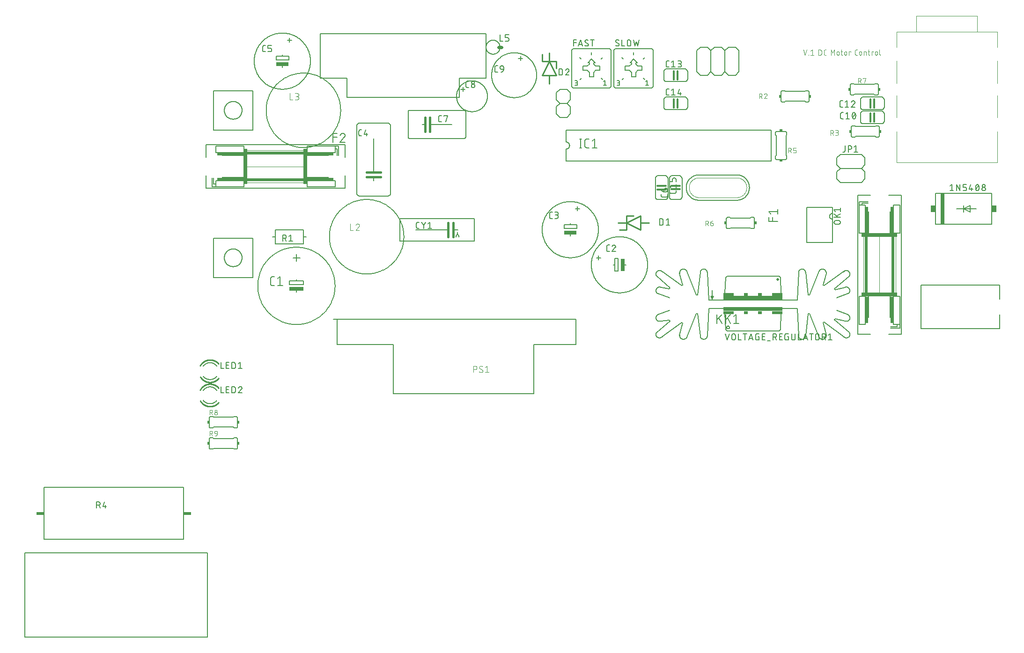
<source format=gbr>
G04 EAGLE Gerber RS-274X export*
G75*
%MOMM*%
%FSLAX34Y34*%
%LPD*%
%INSilkscreen Top*%
%IPPOS*%
%AMOC8*
5,1,8,0,0,1.08239X$1,22.5*%
G01*
%ADD10C,0.076200*%
%ADD11C,0.152400*%
%ADD12R,0.762000X5.588000*%
%ADD13R,0.889000X1.270000*%
%ADD14C,0.127000*%
%ADD15R,2.540000X0.635000*%
%ADD16C,0.177800*%
%ADD17C,0.304800*%
%ADD18R,0.635000X2.286000*%
%ADD19R,2.286000X0.635000*%
%ADD20C,0.406400*%
%ADD21C,0.050800*%
%ADD22C,0.254000*%
%ADD23R,1.143000X0.635000*%
%ADD24R,4.064000X0.635000*%
%ADD25R,0.508000X10.160000*%
%ADD26R,0.127000X3.937000*%
%ADD27R,0.508000X4.826000*%
%ADD28R,0.635000X1.143000*%
%ADD29R,0.635000X4.064000*%
%ADD30R,10.160000X0.508000*%
%ADD31R,3.937000X0.127000*%
%ADD32R,4.826000X0.508000*%
%ADD33C,0.203200*%
%ADD34C,0.100000*%
%ADD35C,0.100000*%
%ADD36C,0.101600*%
%ADD37C,0.609600*%
%ADD38C,0.508000*%
%ADD39R,10.668000X0.762000*%
%ADD40R,1.905000X0.508000*%
%ADD41R,0.762000X0.508000*%
%ADD42R,0.381000X0.508000*%
%ADD43R,1.402500X0.609600*%
%ADD44R,0.508000X0.381000*%


D10*
X1094479Y528477D02*
X1097611Y519079D01*
X1100744Y528477D01*
X1103751Y519601D02*
X1103751Y519079D01*
X1103751Y519601D02*
X1104273Y519601D01*
X1104273Y519079D01*
X1103751Y519079D01*
X1107802Y526388D02*
X1110413Y528477D01*
X1110413Y519079D01*
X1113023Y519079D02*
X1107802Y519079D01*
X1122128Y519079D02*
X1122128Y528477D01*
X1124738Y528477D01*
X1124838Y528475D01*
X1124938Y528469D01*
X1125037Y528460D01*
X1125137Y528446D01*
X1125235Y528429D01*
X1125333Y528408D01*
X1125430Y528384D01*
X1125526Y528355D01*
X1125621Y528323D01*
X1125714Y528288D01*
X1125806Y528249D01*
X1125897Y528206D01*
X1125985Y528160D01*
X1126072Y528110D01*
X1126157Y528058D01*
X1126240Y528002D01*
X1126321Y527943D01*
X1126399Y527880D01*
X1126475Y527815D01*
X1126549Y527747D01*
X1126619Y527677D01*
X1126687Y527603D01*
X1126752Y527527D01*
X1126815Y527449D01*
X1126874Y527368D01*
X1126930Y527285D01*
X1126982Y527200D01*
X1127032Y527113D01*
X1127078Y527025D01*
X1127121Y526934D01*
X1127160Y526842D01*
X1127195Y526749D01*
X1127227Y526654D01*
X1127256Y526558D01*
X1127280Y526461D01*
X1127301Y526363D01*
X1127318Y526265D01*
X1127332Y526165D01*
X1127341Y526066D01*
X1127347Y525966D01*
X1127349Y525866D01*
X1127349Y521689D01*
X1127347Y521589D01*
X1127341Y521489D01*
X1127332Y521390D01*
X1127318Y521290D01*
X1127301Y521192D01*
X1127280Y521094D01*
X1127256Y520997D01*
X1127227Y520901D01*
X1127195Y520806D01*
X1127160Y520713D01*
X1127121Y520621D01*
X1127078Y520530D01*
X1127032Y520442D01*
X1126982Y520355D01*
X1126930Y520270D01*
X1126874Y520187D01*
X1126815Y520106D01*
X1126752Y520028D01*
X1126687Y519952D01*
X1126619Y519878D01*
X1126549Y519808D01*
X1126475Y519740D01*
X1126399Y519675D01*
X1126321Y519612D01*
X1126240Y519553D01*
X1126157Y519497D01*
X1126072Y519445D01*
X1125985Y519395D01*
X1125897Y519349D01*
X1125806Y519306D01*
X1125714Y519267D01*
X1125621Y519232D01*
X1125526Y519200D01*
X1125430Y519171D01*
X1125333Y519147D01*
X1125235Y519126D01*
X1125137Y519109D01*
X1125037Y519095D01*
X1124938Y519086D01*
X1124838Y519080D01*
X1124738Y519078D01*
X1124738Y519079D02*
X1122128Y519079D01*
X1133639Y519079D02*
X1135728Y519079D01*
X1133639Y519079D02*
X1133550Y519081D01*
X1133462Y519087D01*
X1133374Y519096D01*
X1133286Y519109D01*
X1133199Y519126D01*
X1133113Y519146D01*
X1133028Y519171D01*
X1132943Y519198D01*
X1132860Y519230D01*
X1132779Y519264D01*
X1132699Y519303D01*
X1132621Y519344D01*
X1132544Y519389D01*
X1132470Y519437D01*
X1132397Y519488D01*
X1132327Y519542D01*
X1132260Y519600D01*
X1132194Y519660D01*
X1132132Y519722D01*
X1132072Y519788D01*
X1132014Y519855D01*
X1131960Y519925D01*
X1131909Y519998D01*
X1131861Y520072D01*
X1131816Y520149D01*
X1131775Y520227D01*
X1131736Y520307D01*
X1131702Y520388D01*
X1131670Y520471D01*
X1131643Y520556D01*
X1131618Y520641D01*
X1131598Y520727D01*
X1131581Y520814D01*
X1131568Y520902D01*
X1131559Y520990D01*
X1131553Y521078D01*
X1131551Y521167D01*
X1131551Y526388D01*
X1131553Y526479D01*
X1131559Y526570D01*
X1131569Y526661D01*
X1131583Y526751D01*
X1131600Y526840D01*
X1131622Y526928D01*
X1131648Y527016D01*
X1131677Y527102D01*
X1131710Y527187D01*
X1131747Y527270D01*
X1131787Y527352D01*
X1131831Y527432D01*
X1131878Y527510D01*
X1131929Y527586D01*
X1131982Y527659D01*
X1132039Y527730D01*
X1132100Y527799D01*
X1132163Y527864D01*
X1132228Y527927D01*
X1132297Y527987D01*
X1132368Y528045D01*
X1132441Y528098D01*
X1132517Y528149D01*
X1132595Y528196D01*
X1132675Y528240D01*
X1132757Y528280D01*
X1132840Y528317D01*
X1132925Y528350D01*
X1133011Y528379D01*
X1133099Y528405D01*
X1133187Y528427D01*
X1133276Y528444D01*
X1133366Y528458D01*
X1133457Y528468D01*
X1133548Y528474D01*
X1133639Y528476D01*
X1133639Y528477D02*
X1135728Y528477D01*
X1144466Y528477D02*
X1144466Y519079D01*
X1147598Y523256D02*
X1144466Y528477D01*
X1147598Y523256D02*
X1150731Y528477D01*
X1150731Y519079D01*
X1154958Y521167D02*
X1154958Y523256D01*
X1154959Y523256D02*
X1154961Y523346D01*
X1154967Y523435D01*
X1154976Y523525D01*
X1154990Y523614D01*
X1155007Y523702D01*
X1155028Y523789D01*
X1155053Y523876D01*
X1155082Y523961D01*
X1155114Y524045D01*
X1155149Y524127D01*
X1155189Y524208D01*
X1155231Y524287D01*
X1155277Y524364D01*
X1155327Y524439D01*
X1155379Y524512D01*
X1155435Y524583D01*
X1155493Y524651D01*
X1155555Y524716D01*
X1155619Y524779D01*
X1155686Y524839D01*
X1155755Y524896D01*
X1155827Y524950D01*
X1155901Y525001D01*
X1155977Y525049D01*
X1156055Y525093D01*
X1156135Y525134D01*
X1156217Y525172D01*
X1156300Y525206D01*
X1156385Y525236D01*
X1156471Y525263D01*
X1156557Y525286D01*
X1156645Y525305D01*
X1156734Y525320D01*
X1156823Y525332D01*
X1156912Y525340D01*
X1157002Y525344D01*
X1157092Y525344D01*
X1157182Y525340D01*
X1157271Y525332D01*
X1157360Y525320D01*
X1157449Y525305D01*
X1157537Y525286D01*
X1157623Y525263D01*
X1157709Y525236D01*
X1157794Y525206D01*
X1157877Y525172D01*
X1157959Y525134D01*
X1158039Y525093D01*
X1158117Y525049D01*
X1158193Y525001D01*
X1158267Y524950D01*
X1158339Y524896D01*
X1158408Y524839D01*
X1158475Y524779D01*
X1158539Y524716D01*
X1158601Y524651D01*
X1158659Y524583D01*
X1158715Y524512D01*
X1158767Y524439D01*
X1158817Y524364D01*
X1158863Y524287D01*
X1158905Y524208D01*
X1158945Y524127D01*
X1158980Y524045D01*
X1159012Y523961D01*
X1159041Y523876D01*
X1159066Y523789D01*
X1159087Y523702D01*
X1159104Y523614D01*
X1159118Y523525D01*
X1159127Y523435D01*
X1159133Y523346D01*
X1159135Y523256D01*
X1159135Y521167D01*
X1159133Y521077D01*
X1159127Y520988D01*
X1159118Y520898D01*
X1159104Y520809D01*
X1159087Y520721D01*
X1159066Y520634D01*
X1159041Y520547D01*
X1159012Y520462D01*
X1158980Y520378D01*
X1158945Y520296D01*
X1158905Y520215D01*
X1158863Y520136D01*
X1158817Y520059D01*
X1158767Y519984D01*
X1158715Y519911D01*
X1158659Y519840D01*
X1158601Y519772D01*
X1158539Y519707D01*
X1158475Y519644D01*
X1158408Y519584D01*
X1158339Y519527D01*
X1158267Y519473D01*
X1158193Y519422D01*
X1158117Y519374D01*
X1158039Y519330D01*
X1157959Y519289D01*
X1157877Y519251D01*
X1157794Y519217D01*
X1157709Y519187D01*
X1157623Y519160D01*
X1157537Y519137D01*
X1157449Y519118D01*
X1157360Y519103D01*
X1157271Y519091D01*
X1157182Y519083D01*
X1157092Y519079D01*
X1157002Y519079D01*
X1156912Y519083D01*
X1156823Y519091D01*
X1156734Y519103D01*
X1156645Y519118D01*
X1156557Y519137D01*
X1156471Y519160D01*
X1156385Y519187D01*
X1156300Y519217D01*
X1156217Y519251D01*
X1156135Y519289D01*
X1156055Y519330D01*
X1155977Y519374D01*
X1155901Y519422D01*
X1155827Y519473D01*
X1155755Y519527D01*
X1155686Y519584D01*
X1155619Y519644D01*
X1155555Y519707D01*
X1155493Y519772D01*
X1155435Y519840D01*
X1155379Y519911D01*
X1155327Y519984D01*
X1155277Y520059D01*
X1155231Y520136D01*
X1155189Y520215D01*
X1155149Y520296D01*
X1155114Y520378D01*
X1155082Y520462D01*
X1155053Y520547D01*
X1155028Y520634D01*
X1155007Y520721D01*
X1154990Y520809D01*
X1154976Y520898D01*
X1154967Y520988D01*
X1154961Y521077D01*
X1154959Y521167D01*
X1162115Y525344D02*
X1165247Y525344D01*
X1163159Y528477D02*
X1163159Y520645D01*
X1163161Y520568D01*
X1163167Y520492D01*
X1163176Y520415D01*
X1163189Y520339D01*
X1163206Y520264D01*
X1163226Y520190D01*
X1163251Y520117D01*
X1163278Y520046D01*
X1163309Y519975D01*
X1163344Y519907D01*
X1163382Y519840D01*
X1163423Y519775D01*
X1163467Y519712D01*
X1163514Y519652D01*
X1163565Y519593D01*
X1163618Y519538D01*
X1163673Y519485D01*
X1163732Y519434D01*
X1163792Y519387D01*
X1163855Y519343D01*
X1163920Y519302D01*
X1163987Y519264D01*
X1164055Y519229D01*
X1164126Y519198D01*
X1164197Y519171D01*
X1164270Y519146D01*
X1164344Y519126D01*
X1164419Y519109D01*
X1164495Y519096D01*
X1164572Y519087D01*
X1164648Y519081D01*
X1164725Y519079D01*
X1165247Y519079D01*
X1168674Y521167D02*
X1168674Y523256D01*
X1168675Y523256D02*
X1168677Y523346D01*
X1168683Y523435D01*
X1168692Y523525D01*
X1168706Y523614D01*
X1168723Y523702D01*
X1168744Y523789D01*
X1168769Y523876D01*
X1168798Y523961D01*
X1168830Y524045D01*
X1168865Y524127D01*
X1168905Y524208D01*
X1168947Y524287D01*
X1168993Y524364D01*
X1169043Y524439D01*
X1169095Y524512D01*
X1169151Y524583D01*
X1169209Y524651D01*
X1169271Y524716D01*
X1169335Y524779D01*
X1169402Y524839D01*
X1169471Y524896D01*
X1169543Y524950D01*
X1169617Y525001D01*
X1169693Y525049D01*
X1169771Y525093D01*
X1169851Y525134D01*
X1169933Y525172D01*
X1170016Y525206D01*
X1170101Y525236D01*
X1170187Y525263D01*
X1170273Y525286D01*
X1170361Y525305D01*
X1170450Y525320D01*
X1170539Y525332D01*
X1170628Y525340D01*
X1170718Y525344D01*
X1170808Y525344D01*
X1170898Y525340D01*
X1170987Y525332D01*
X1171076Y525320D01*
X1171165Y525305D01*
X1171253Y525286D01*
X1171339Y525263D01*
X1171425Y525236D01*
X1171510Y525206D01*
X1171593Y525172D01*
X1171675Y525134D01*
X1171755Y525093D01*
X1171833Y525049D01*
X1171909Y525001D01*
X1171983Y524950D01*
X1172055Y524896D01*
X1172124Y524839D01*
X1172191Y524779D01*
X1172255Y524716D01*
X1172317Y524651D01*
X1172375Y524583D01*
X1172431Y524512D01*
X1172483Y524439D01*
X1172533Y524364D01*
X1172579Y524287D01*
X1172621Y524208D01*
X1172661Y524127D01*
X1172696Y524045D01*
X1172728Y523961D01*
X1172757Y523876D01*
X1172782Y523789D01*
X1172803Y523702D01*
X1172820Y523614D01*
X1172834Y523525D01*
X1172843Y523435D01*
X1172849Y523346D01*
X1172851Y523256D01*
X1172851Y521167D01*
X1172849Y521077D01*
X1172843Y520988D01*
X1172834Y520898D01*
X1172820Y520809D01*
X1172803Y520721D01*
X1172782Y520634D01*
X1172757Y520547D01*
X1172728Y520462D01*
X1172696Y520378D01*
X1172661Y520296D01*
X1172621Y520215D01*
X1172579Y520136D01*
X1172533Y520059D01*
X1172483Y519984D01*
X1172431Y519911D01*
X1172375Y519840D01*
X1172317Y519772D01*
X1172255Y519707D01*
X1172191Y519644D01*
X1172124Y519584D01*
X1172055Y519527D01*
X1171983Y519473D01*
X1171909Y519422D01*
X1171833Y519374D01*
X1171755Y519330D01*
X1171675Y519289D01*
X1171593Y519251D01*
X1171510Y519217D01*
X1171425Y519187D01*
X1171339Y519160D01*
X1171253Y519137D01*
X1171165Y519118D01*
X1171076Y519103D01*
X1170987Y519091D01*
X1170898Y519083D01*
X1170808Y519079D01*
X1170718Y519079D01*
X1170628Y519083D01*
X1170539Y519091D01*
X1170450Y519103D01*
X1170361Y519118D01*
X1170273Y519137D01*
X1170187Y519160D01*
X1170101Y519187D01*
X1170016Y519217D01*
X1169933Y519251D01*
X1169851Y519289D01*
X1169771Y519330D01*
X1169693Y519374D01*
X1169617Y519422D01*
X1169543Y519473D01*
X1169471Y519527D01*
X1169402Y519584D01*
X1169335Y519644D01*
X1169271Y519707D01*
X1169209Y519772D01*
X1169151Y519840D01*
X1169095Y519911D01*
X1169043Y519984D01*
X1168993Y520059D01*
X1168947Y520136D01*
X1168905Y520215D01*
X1168865Y520296D01*
X1168830Y520378D01*
X1168798Y520462D01*
X1168769Y520547D01*
X1168744Y520634D01*
X1168723Y520721D01*
X1168706Y520809D01*
X1168692Y520898D01*
X1168683Y520988D01*
X1168677Y521077D01*
X1168675Y521167D01*
X1176955Y519079D02*
X1176955Y525344D01*
X1180088Y525344D01*
X1180088Y524300D01*
X1190027Y519079D02*
X1192115Y519079D01*
X1190027Y519079D02*
X1189938Y519081D01*
X1189850Y519087D01*
X1189762Y519096D01*
X1189674Y519109D01*
X1189587Y519126D01*
X1189501Y519146D01*
X1189416Y519171D01*
X1189331Y519198D01*
X1189248Y519230D01*
X1189167Y519264D01*
X1189087Y519303D01*
X1189009Y519344D01*
X1188932Y519389D01*
X1188858Y519437D01*
X1188785Y519488D01*
X1188715Y519542D01*
X1188648Y519600D01*
X1188582Y519660D01*
X1188520Y519722D01*
X1188460Y519788D01*
X1188402Y519855D01*
X1188348Y519925D01*
X1188297Y519998D01*
X1188249Y520072D01*
X1188204Y520149D01*
X1188163Y520227D01*
X1188124Y520307D01*
X1188090Y520388D01*
X1188058Y520471D01*
X1188031Y520556D01*
X1188006Y520641D01*
X1187986Y520727D01*
X1187969Y520814D01*
X1187956Y520902D01*
X1187947Y520990D01*
X1187941Y521078D01*
X1187939Y521167D01*
X1187938Y521167D02*
X1187938Y526388D01*
X1187939Y526388D02*
X1187941Y526479D01*
X1187947Y526570D01*
X1187957Y526661D01*
X1187971Y526751D01*
X1187988Y526840D01*
X1188010Y526928D01*
X1188036Y527016D01*
X1188065Y527102D01*
X1188098Y527187D01*
X1188135Y527270D01*
X1188175Y527352D01*
X1188219Y527432D01*
X1188266Y527510D01*
X1188317Y527586D01*
X1188370Y527659D01*
X1188427Y527730D01*
X1188488Y527799D01*
X1188551Y527864D01*
X1188616Y527927D01*
X1188685Y527987D01*
X1188756Y528045D01*
X1188829Y528098D01*
X1188905Y528149D01*
X1188983Y528196D01*
X1189063Y528240D01*
X1189145Y528280D01*
X1189228Y528317D01*
X1189313Y528350D01*
X1189399Y528379D01*
X1189487Y528405D01*
X1189575Y528427D01*
X1189664Y528444D01*
X1189754Y528458D01*
X1189845Y528468D01*
X1189936Y528474D01*
X1190027Y528476D01*
X1190027Y528477D02*
X1192115Y528477D01*
X1195497Y523256D02*
X1195497Y521167D01*
X1195497Y523256D02*
X1195499Y523346D01*
X1195505Y523435D01*
X1195514Y523525D01*
X1195528Y523614D01*
X1195545Y523702D01*
X1195566Y523789D01*
X1195591Y523876D01*
X1195620Y523961D01*
X1195652Y524045D01*
X1195687Y524127D01*
X1195727Y524208D01*
X1195769Y524287D01*
X1195815Y524364D01*
X1195865Y524439D01*
X1195917Y524512D01*
X1195973Y524583D01*
X1196031Y524651D01*
X1196093Y524716D01*
X1196157Y524779D01*
X1196224Y524839D01*
X1196293Y524896D01*
X1196365Y524950D01*
X1196439Y525001D01*
X1196515Y525049D01*
X1196593Y525093D01*
X1196673Y525134D01*
X1196755Y525172D01*
X1196838Y525206D01*
X1196923Y525236D01*
X1197009Y525263D01*
X1197095Y525286D01*
X1197183Y525305D01*
X1197272Y525320D01*
X1197361Y525332D01*
X1197450Y525340D01*
X1197540Y525344D01*
X1197630Y525344D01*
X1197720Y525340D01*
X1197809Y525332D01*
X1197898Y525320D01*
X1197987Y525305D01*
X1198075Y525286D01*
X1198161Y525263D01*
X1198247Y525236D01*
X1198332Y525206D01*
X1198415Y525172D01*
X1198497Y525134D01*
X1198577Y525093D01*
X1198655Y525049D01*
X1198731Y525001D01*
X1198805Y524950D01*
X1198877Y524896D01*
X1198946Y524839D01*
X1199013Y524779D01*
X1199077Y524716D01*
X1199139Y524651D01*
X1199197Y524583D01*
X1199253Y524512D01*
X1199305Y524439D01*
X1199355Y524364D01*
X1199401Y524287D01*
X1199443Y524208D01*
X1199483Y524127D01*
X1199518Y524045D01*
X1199550Y523961D01*
X1199579Y523876D01*
X1199604Y523789D01*
X1199625Y523702D01*
X1199642Y523614D01*
X1199656Y523525D01*
X1199665Y523435D01*
X1199671Y523346D01*
X1199673Y523256D01*
X1199673Y521167D01*
X1199671Y521077D01*
X1199665Y520988D01*
X1199656Y520898D01*
X1199642Y520809D01*
X1199625Y520721D01*
X1199604Y520634D01*
X1199579Y520547D01*
X1199550Y520462D01*
X1199518Y520378D01*
X1199483Y520296D01*
X1199443Y520215D01*
X1199401Y520136D01*
X1199355Y520059D01*
X1199305Y519984D01*
X1199253Y519911D01*
X1199197Y519840D01*
X1199139Y519772D01*
X1199077Y519707D01*
X1199013Y519644D01*
X1198946Y519584D01*
X1198877Y519527D01*
X1198805Y519473D01*
X1198731Y519422D01*
X1198655Y519374D01*
X1198577Y519330D01*
X1198497Y519289D01*
X1198415Y519251D01*
X1198332Y519217D01*
X1198247Y519187D01*
X1198161Y519160D01*
X1198075Y519137D01*
X1197987Y519118D01*
X1197898Y519103D01*
X1197809Y519091D01*
X1197720Y519083D01*
X1197630Y519079D01*
X1197540Y519079D01*
X1197450Y519083D01*
X1197361Y519091D01*
X1197272Y519103D01*
X1197183Y519118D01*
X1197095Y519137D01*
X1197009Y519160D01*
X1196923Y519187D01*
X1196838Y519217D01*
X1196755Y519251D01*
X1196673Y519289D01*
X1196593Y519330D01*
X1196515Y519374D01*
X1196439Y519422D01*
X1196365Y519473D01*
X1196293Y519527D01*
X1196224Y519584D01*
X1196157Y519644D01*
X1196093Y519707D01*
X1196031Y519772D01*
X1195973Y519840D01*
X1195917Y519911D01*
X1195865Y519984D01*
X1195815Y520059D01*
X1195769Y520136D01*
X1195727Y520215D01*
X1195687Y520296D01*
X1195652Y520378D01*
X1195620Y520462D01*
X1195591Y520547D01*
X1195566Y520634D01*
X1195545Y520721D01*
X1195528Y520809D01*
X1195514Y520898D01*
X1195505Y520988D01*
X1195499Y521077D01*
X1195497Y521167D01*
X1203726Y519079D02*
X1203726Y525344D01*
X1206337Y525344D01*
X1206414Y525342D01*
X1206490Y525336D01*
X1206567Y525327D01*
X1206643Y525314D01*
X1206718Y525297D01*
X1206792Y525277D01*
X1206865Y525252D01*
X1206936Y525225D01*
X1207007Y525194D01*
X1207075Y525159D01*
X1207142Y525121D01*
X1207207Y525080D01*
X1207270Y525036D01*
X1207330Y524989D01*
X1207389Y524938D01*
X1207444Y524885D01*
X1207497Y524830D01*
X1207548Y524771D01*
X1207595Y524711D01*
X1207639Y524648D01*
X1207680Y524583D01*
X1207718Y524516D01*
X1207753Y524448D01*
X1207784Y524377D01*
X1207811Y524306D01*
X1207836Y524233D01*
X1207856Y524159D01*
X1207873Y524084D01*
X1207886Y524008D01*
X1207895Y523932D01*
X1207901Y523855D01*
X1207903Y523778D01*
X1207903Y519079D01*
X1211187Y525344D02*
X1214320Y525344D01*
X1212231Y528477D02*
X1212231Y520645D01*
X1212232Y520645D02*
X1212234Y520568D01*
X1212240Y520492D01*
X1212249Y520415D01*
X1212262Y520339D01*
X1212279Y520264D01*
X1212299Y520190D01*
X1212324Y520117D01*
X1212351Y520046D01*
X1212382Y519975D01*
X1212417Y519907D01*
X1212455Y519840D01*
X1212496Y519775D01*
X1212540Y519712D01*
X1212587Y519652D01*
X1212638Y519593D01*
X1212691Y519538D01*
X1212746Y519485D01*
X1212805Y519434D01*
X1212865Y519387D01*
X1212928Y519343D01*
X1212993Y519302D01*
X1213060Y519264D01*
X1213128Y519229D01*
X1213199Y519198D01*
X1213270Y519171D01*
X1213343Y519146D01*
X1213417Y519126D01*
X1213492Y519109D01*
X1213568Y519096D01*
X1213645Y519087D01*
X1213721Y519081D01*
X1213798Y519079D01*
X1214320Y519079D01*
X1218103Y519079D02*
X1218103Y525344D01*
X1221236Y525344D01*
X1221236Y524300D01*
X1224148Y523256D02*
X1224148Y521167D01*
X1224148Y523256D02*
X1224150Y523346D01*
X1224156Y523435D01*
X1224165Y523525D01*
X1224179Y523614D01*
X1224196Y523702D01*
X1224217Y523789D01*
X1224242Y523876D01*
X1224271Y523961D01*
X1224303Y524045D01*
X1224338Y524127D01*
X1224378Y524208D01*
X1224420Y524287D01*
X1224466Y524364D01*
X1224516Y524439D01*
X1224568Y524512D01*
X1224624Y524583D01*
X1224682Y524651D01*
X1224744Y524716D01*
X1224808Y524779D01*
X1224875Y524839D01*
X1224944Y524896D01*
X1225016Y524950D01*
X1225090Y525001D01*
X1225166Y525049D01*
X1225244Y525093D01*
X1225324Y525134D01*
X1225406Y525172D01*
X1225489Y525206D01*
X1225574Y525236D01*
X1225660Y525263D01*
X1225746Y525286D01*
X1225834Y525305D01*
X1225923Y525320D01*
X1226012Y525332D01*
X1226101Y525340D01*
X1226191Y525344D01*
X1226281Y525344D01*
X1226371Y525340D01*
X1226460Y525332D01*
X1226549Y525320D01*
X1226638Y525305D01*
X1226726Y525286D01*
X1226812Y525263D01*
X1226898Y525236D01*
X1226983Y525206D01*
X1227066Y525172D01*
X1227148Y525134D01*
X1227228Y525093D01*
X1227306Y525049D01*
X1227382Y525001D01*
X1227456Y524950D01*
X1227528Y524896D01*
X1227597Y524839D01*
X1227664Y524779D01*
X1227728Y524716D01*
X1227790Y524651D01*
X1227848Y524583D01*
X1227904Y524512D01*
X1227956Y524439D01*
X1228006Y524364D01*
X1228052Y524287D01*
X1228094Y524208D01*
X1228134Y524127D01*
X1228169Y524045D01*
X1228201Y523961D01*
X1228230Y523876D01*
X1228255Y523789D01*
X1228276Y523702D01*
X1228293Y523614D01*
X1228307Y523525D01*
X1228316Y523435D01*
X1228322Y523346D01*
X1228324Y523256D01*
X1228325Y523256D02*
X1228325Y521167D01*
X1228324Y521167D02*
X1228322Y521077D01*
X1228316Y520988D01*
X1228307Y520898D01*
X1228293Y520809D01*
X1228276Y520721D01*
X1228255Y520634D01*
X1228230Y520547D01*
X1228201Y520462D01*
X1228169Y520378D01*
X1228134Y520296D01*
X1228094Y520215D01*
X1228052Y520136D01*
X1228006Y520059D01*
X1227956Y519984D01*
X1227904Y519911D01*
X1227848Y519840D01*
X1227790Y519772D01*
X1227728Y519707D01*
X1227664Y519644D01*
X1227597Y519584D01*
X1227528Y519527D01*
X1227456Y519473D01*
X1227382Y519422D01*
X1227306Y519374D01*
X1227228Y519330D01*
X1227148Y519289D01*
X1227066Y519251D01*
X1226983Y519217D01*
X1226898Y519187D01*
X1226812Y519160D01*
X1226726Y519137D01*
X1226638Y519118D01*
X1226549Y519103D01*
X1226460Y519091D01*
X1226371Y519083D01*
X1226281Y519079D01*
X1226191Y519079D01*
X1226101Y519083D01*
X1226012Y519091D01*
X1225923Y519103D01*
X1225834Y519118D01*
X1225746Y519137D01*
X1225660Y519160D01*
X1225574Y519187D01*
X1225489Y519217D01*
X1225406Y519251D01*
X1225324Y519289D01*
X1225244Y519330D01*
X1225166Y519374D01*
X1225090Y519422D01*
X1225016Y519473D01*
X1224944Y519527D01*
X1224875Y519584D01*
X1224808Y519644D01*
X1224744Y519707D01*
X1224682Y519772D01*
X1224624Y519840D01*
X1224568Y519911D01*
X1224516Y519984D01*
X1224466Y520059D01*
X1224420Y520136D01*
X1224378Y520215D01*
X1224338Y520296D01*
X1224303Y520378D01*
X1224271Y520462D01*
X1224242Y520547D01*
X1224217Y520634D01*
X1224196Y520721D01*
X1224179Y520809D01*
X1224165Y520898D01*
X1224156Y520988D01*
X1224150Y521077D01*
X1224148Y521167D01*
X1232198Y520645D02*
X1232198Y528477D01*
X1232198Y520645D02*
X1232200Y520568D01*
X1232206Y520492D01*
X1232215Y520415D01*
X1232228Y520339D01*
X1232245Y520264D01*
X1232265Y520190D01*
X1232290Y520117D01*
X1232317Y520046D01*
X1232348Y519975D01*
X1232383Y519907D01*
X1232421Y519840D01*
X1232462Y519775D01*
X1232506Y519712D01*
X1232553Y519652D01*
X1232604Y519593D01*
X1232657Y519538D01*
X1232712Y519485D01*
X1232771Y519434D01*
X1232831Y519387D01*
X1232894Y519343D01*
X1232959Y519302D01*
X1233026Y519264D01*
X1233094Y519229D01*
X1233165Y519198D01*
X1233236Y519171D01*
X1233309Y519146D01*
X1233383Y519126D01*
X1233458Y519109D01*
X1233534Y519096D01*
X1233611Y519087D01*
X1233687Y519081D01*
X1233764Y519079D01*
D11*
X1371600Y241300D02*
X1384300Y241300D01*
X1384300Y247142D01*
X1384300Y241300D02*
X1395730Y247142D01*
X1395730Y235458D01*
X1384300Y241300D01*
X1407160Y241300D01*
X1384300Y241300D02*
X1384300Y235458D01*
X1333500Y213360D02*
X1333500Y269240D01*
X1435100Y269240D02*
X1435100Y213360D01*
X1435100Y269240D02*
X1333500Y269240D01*
X1333500Y213360D02*
X1435100Y213360D01*
D12*
X1346200Y241300D03*
D13*
X1329055Y241300D03*
X1439545Y241300D03*
D14*
X1362710Y285115D02*
X1359535Y282575D01*
X1362710Y285115D02*
X1362710Y273685D01*
X1359535Y273685D02*
X1365885Y273685D01*
X1371346Y273685D02*
X1371346Y285115D01*
X1377696Y273685D01*
X1377696Y285115D01*
X1383157Y273685D02*
X1386967Y273685D01*
X1387067Y273687D01*
X1387166Y273693D01*
X1387266Y273703D01*
X1387364Y273716D01*
X1387463Y273734D01*
X1387560Y273755D01*
X1387656Y273780D01*
X1387752Y273809D01*
X1387846Y273842D01*
X1387939Y273878D01*
X1388030Y273918D01*
X1388120Y273962D01*
X1388208Y274009D01*
X1388294Y274059D01*
X1388378Y274113D01*
X1388460Y274170D01*
X1388539Y274230D01*
X1388617Y274294D01*
X1388691Y274360D01*
X1388763Y274429D01*
X1388832Y274501D01*
X1388898Y274575D01*
X1388962Y274653D01*
X1389022Y274732D01*
X1389079Y274814D01*
X1389133Y274898D01*
X1389183Y274984D01*
X1389230Y275072D01*
X1389274Y275162D01*
X1389314Y275253D01*
X1389350Y275346D01*
X1389383Y275440D01*
X1389412Y275536D01*
X1389437Y275632D01*
X1389458Y275729D01*
X1389476Y275828D01*
X1389489Y275926D01*
X1389499Y276026D01*
X1389505Y276125D01*
X1389507Y276225D01*
X1389507Y277495D01*
X1389505Y277595D01*
X1389499Y277694D01*
X1389489Y277794D01*
X1389476Y277892D01*
X1389458Y277991D01*
X1389437Y278088D01*
X1389412Y278184D01*
X1389383Y278280D01*
X1389350Y278374D01*
X1389314Y278467D01*
X1389274Y278558D01*
X1389230Y278648D01*
X1389183Y278736D01*
X1389133Y278822D01*
X1389079Y278906D01*
X1389022Y278988D01*
X1388962Y279067D01*
X1388898Y279145D01*
X1388832Y279219D01*
X1388763Y279291D01*
X1388691Y279360D01*
X1388617Y279426D01*
X1388539Y279490D01*
X1388460Y279550D01*
X1388378Y279607D01*
X1388294Y279661D01*
X1388208Y279711D01*
X1388120Y279758D01*
X1388030Y279802D01*
X1387939Y279842D01*
X1387846Y279878D01*
X1387752Y279911D01*
X1387656Y279940D01*
X1387560Y279965D01*
X1387463Y279986D01*
X1387364Y280004D01*
X1387266Y280017D01*
X1387166Y280027D01*
X1387067Y280033D01*
X1386967Y280035D01*
X1383157Y280035D01*
X1383157Y285115D01*
X1389507Y285115D01*
X1397127Y285115D02*
X1394587Y276225D01*
X1400937Y276225D01*
X1399032Y278765D02*
X1399032Y273685D01*
X1406017Y279400D02*
X1406020Y279625D01*
X1406028Y279850D01*
X1406041Y280074D01*
X1406060Y280298D01*
X1406084Y280522D01*
X1406113Y280745D01*
X1406148Y280967D01*
X1406188Y281188D01*
X1406234Y281408D01*
X1406284Y281627D01*
X1406340Y281845D01*
X1406401Y282062D01*
X1406467Y282277D01*
X1406538Y282490D01*
X1406615Y282701D01*
X1406696Y282911D01*
X1406782Y283119D01*
X1406873Y283324D01*
X1406969Y283527D01*
X1406969Y283528D02*
X1407001Y283616D01*
X1407037Y283703D01*
X1407076Y283789D01*
X1407119Y283873D01*
X1407165Y283955D01*
X1407214Y284035D01*
X1407266Y284113D01*
X1407322Y284189D01*
X1407380Y284263D01*
X1407442Y284334D01*
X1407506Y284403D01*
X1407573Y284469D01*
X1407642Y284532D01*
X1407714Y284593D01*
X1407788Y284651D01*
X1407865Y284705D01*
X1407943Y284757D01*
X1408024Y284805D01*
X1408106Y284850D01*
X1408191Y284892D01*
X1408277Y284930D01*
X1408364Y284965D01*
X1408452Y284997D01*
X1408542Y285024D01*
X1408633Y285049D01*
X1408725Y285069D01*
X1408817Y285086D01*
X1408911Y285099D01*
X1409004Y285108D01*
X1409098Y285114D01*
X1409192Y285116D01*
X1409286Y285114D01*
X1409380Y285108D01*
X1409473Y285099D01*
X1409567Y285086D01*
X1409659Y285069D01*
X1409751Y285049D01*
X1409842Y285024D01*
X1409932Y284997D01*
X1410020Y284965D01*
X1410107Y284930D01*
X1410193Y284892D01*
X1410278Y284850D01*
X1410360Y284805D01*
X1410441Y284757D01*
X1410519Y284705D01*
X1410596Y284651D01*
X1410670Y284593D01*
X1410742Y284532D01*
X1410811Y284469D01*
X1410878Y284403D01*
X1410942Y284334D01*
X1411004Y284263D01*
X1411062Y284189D01*
X1411118Y284113D01*
X1411170Y284035D01*
X1411219Y283955D01*
X1411265Y283873D01*
X1411308Y283789D01*
X1411347Y283703D01*
X1411383Y283616D01*
X1411415Y283528D01*
X1411415Y283527D02*
X1411511Y283324D01*
X1411602Y283119D01*
X1411688Y282911D01*
X1411769Y282701D01*
X1411846Y282490D01*
X1411917Y282277D01*
X1411983Y282062D01*
X1412044Y281845D01*
X1412100Y281627D01*
X1412150Y281408D01*
X1412196Y281188D01*
X1412236Y280967D01*
X1412271Y280745D01*
X1412300Y280522D01*
X1412324Y280298D01*
X1412343Y280074D01*
X1412356Y279850D01*
X1412364Y279625D01*
X1412367Y279400D01*
X1406017Y279400D02*
X1406020Y279175D01*
X1406028Y278950D01*
X1406041Y278726D01*
X1406060Y278502D01*
X1406084Y278278D01*
X1406113Y278055D01*
X1406148Y277833D01*
X1406188Y277612D01*
X1406234Y277392D01*
X1406284Y277173D01*
X1406340Y276955D01*
X1406401Y276738D01*
X1406467Y276523D01*
X1406538Y276310D01*
X1406615Y276099D01*
X1406696Y275889D01*
X1406782Y275681D01*
X1406873Y275476D01*
X1406969Y275273D01*
X1407001Y275185D01*
X1407037Y275098D01*
X1407076Y275012D01*
X1407119Y274928D01*
X1407165Y274846D01*
X1407214Y274766D01*
X1407266Y274688D01*
X1407322Y274612D01*
X1407380Y274538D01*
X1407442Y274467D01*
X1407506Y274398D01*
X1407573Y274332D01*
X1407642Y274269D01*
X1407714Y274208D01*
X1407788Y274150D01*
X1407865Y274096D01*
X1407943Y274044D01*
X1408024Y273996D01*
X1408106Y273951D01*
X1408191Y273909D01*
X1408277Y273871D01*
X1408364Y273836D01*
X1408452Y273804D01*
X1408542Y273777D01*
X1408633Y273752D01*
X1408725Y273732D01*
X1408817Y273715D01*
X1408911Y273702D01*
X1409004Y273693D01*
X1409098Y273687D01*
X1409192Y273685D01*
X1411415Y275273D02*
X1411511Y275476D01*
X1411602Y275681D01*
X1411688Y275889D01*
X1411769Y276099D01*
X1411846Y276310D01*
X1411917Y276523D01*
X1411983Y276738D01*
X1412044Y276955D01*
X1412100Y277173D01*
X1412150Y277392D01*
X1412196Y277612D01*
X1412236Y277833D01*
X1412271Y278055D01*
X1412300Y278278D01*
X1412324Y278502D01*
X1412343Y278726D01*
X1412356Y278950D01*
X1412364Y279175D01*
X1412367Y279400D01*
X1411415Y275273D02*
X1411383Y275185D01*
X1411347Y275098D01*
X1411308Y275012D01*
X1411265Y274928D01*
X1411219Y274846D01*
X1411170Y274766D01*
X1411118Y274688D01*
X1411062Y274612D01*
X1411004Y274538D01*
X1410942Y274467D01*
X1410878Y274398D01*
X1410811Y274332D01*
X1410742Y274269D01*
X1410670Y274208D01*
X1410596Y274150D01*
X1410519Y274096D01*
X1410441Y274044D01*
X1410360Y273996D01*
X1410278Y273951D01*
X1410193Y273909D01*
X1410107Y273871D01*
X1410020Y273836D01*
X1409932Y273804D01*
X1409842Y273777D01*
X1409751Y273752D01*
X1409659Y273732D01*
X1409567Y273715D01*
X1409473Y273702D01*
X1409380Y273693D01*
X1409286Y273687D01*
X1409192Y273685D01*
X1406652Y276225D02*
X1411732Y282575D01*
X1417447Y276860D02*
X1417449Y276971D01*
X1417455Y277081D01*
X1417464Y277192D01*
X1417478Y277302D01*
X1417495Y277411D01*
X1417516Y277520D01*
X1417541Y277628D01*
X1417570Y277735D01*
X1417602Y277841D01*
X1417638Y277946D01*
X1417678Y278049D01*
X1417721Y278151D01*
X1417768Y278252D01*
X1417819Y278351D01*
X1417872Y278448D01*
X1417929Y278542D01*
X1417990Y278635D01*
X1418053Y278726D01*
X1418120Y278815D01*
X1418190Y278901D01*
X1418263Y278984D01*
X1418338Y279066D01*
X1418416Y279144D01*
X1418498Y279219D01*
X1418581Y279292D01*
X1418667Y279362D01*
X1418756Y279429D01*
X1418847Y279492D01*
X1418940Y279553D01*
X1419035Y279610D01*
X1419131Y279663D01*
X1419230Y279714D01*
X1419331Y279761D01*
X1419433Y279804D01*
X1419536Y279844D01*
X1419641Y279880D01*
X1419747Y279912D01*
X1419854Y279941D01*
X1419962Y279966D01*
X1420071Y279987D01*
X1420180Y280004D01*
X1420290Y280018D01*
X1420401Y280027D01*
X1420511Y280033D01*
X1420622Y280035D01*
X1420733Y280033D01*
X1420843Y280027D01*
X1420954Y280018D01*
X1421064Y280004D01*
X1421173Y279987D01*
X1421282Y279966D01*
X1421390Y279941D01*
X1421497Y279912D01*
X1421603Y279880D01*
X1421708Y279844D01*
X1421811Y279804D01*
X1421913Y279761D01*
X1422014Y279714D01*
X1422113Y279663D01*
X1422210Y279610D01*
X1422304Y279553D01*
X1422397Y279492D01*
X1422488Y279429D01*
X1422577Y279362D01*
X1422663Y279292D01*
X1422746Y279219D01*
X1422828Y279144D01*
X1422906Y279066D01*
X1422981Y278984D01*
X1423054Y278901D01*
X1423124Y278815D01*
X1423191Y278726D01*
X1423254Y278635D01*
X1423315Y278542D01*
X1423372Y278448D01*
X1423425Y278351D01*
X1423476Y278252D01*
X1423523Y278151D01*
X1423566Y278049D01*
X1423606Y277946D01*
X1423642Y277841D01*
X1423674Y277735D01*
X1423703Y277628D01*
X1423728Y277520D01*
X1423749Y277411D01*
X1423766Y277302D01*
X1423780Y277192D01*
X1423789Y277081D01*
X1423795Y276971D01*
X1423797Y276860D01*
X1423795Y276749D01*
X1423789Y276639D01*
X1423780Y276528D01*
X1423766Y276418D01*
X1423749Y276309D01*
X1423728Y276200D01*
X1423703Y276092D01*
X1423674Y275985D01*
X1423642Y275879D01*
X1423606Y275774D01*
X1423566Y275671D01*
X1423523Y275569D01*
X1423476Y275468D01*
X1423425Y275369D01*
X1423372Y275272D01*
X1423315Y275178D01*
X1423254Y275085D01*
X1423191Y274994D01*
X1423124Y274905D01*
X1423054Y274819D01*
X1422981Y274736D01*
X1422906Y274654D01*
X1422828Y274576D01*
X1422746Y274501D01*
X1422663Y274428D01*
X1422577Y274358D01*
X1422488Y274291D01*
X1422397Y274228D01*
X1422304Y274167D01*
X1422210Y274110D01*
X1422113Y274057D01*
X1422014Y274006D01*
X1421913Y273959D01*
X1421811Y273916D01*
X1421708Y273876D01*
X1421603Y273840D01*
X1421497Y273808D01*
X1421390Y273779D01*
X1421282Y273754D01*
X1421173Y273733D01*
X1421064Y273716D01*
X1420954Y273702D01*
X1420843Y273693D01*
X1420733Y273687D01*
X1420622Y273685D01*
X1420511Y273687D01*
X1420401Y273693D01*
X1420290Y273702D01*
X1420180Y273716D01*
X1420071Y273733D01*
X1419962Y273754D01*
X1419854Y273779D01*
X1419747Y273808D01*
X1419641Y273840D01*
X1419536Y273876D01*
X1419433Y273916D01*
X1419331Y273959D01*
X1419230Y274006D01*
X1419131Y274057D01*
X1419035Y274110D01*
X1418940Y274167D01*
X1418847Y274228D01*
X1418756Y274291D01*
X1418667Y274358D01*
X1418581Y274428D01*
X1418498Y274501D01*
X1418416Y274576D01*
X1418338Y274654D01*
X1418263Y274736D01*
X1418190Y274819D01*
X1418120Y274905D01*
X1418053Y274994D01*
X1417990Y275085D01*
X1417929Y275178D01*
X1417872Y275273D01*
X1417819Y275369D01*
X1417768Y275468D01*
X1417721Y275569D01*
X1417678Y275671D01*
X1417638Y275774D01*
X1417602Y275879D01*
X1417570Y275985D01*
X1417541Y276092D01*
X1417516Y276200D01*
X1417495Y276309D01*
X1417478Y276418D01*
X1417464Y276528D01*
X1417455Y276639D01*
X1417449Y276749D01*
X1417447Y276860D01*
X1418082Y282575D02*
X1418084Y282675D01*
X1418090Y282774D01*
X1418100Y282874D01*
X1418113Y282972D01*
X1418131Y283071D01*
X1418152Y283168D01*
X1418177Y283264D01*
X1418206Y283360D01*
X1418239Y283454D01*
X1418275Y283547D01*
X1418315Y283638D01*
X1418359Y283728D01*
X1418406Y283816D01*
X1418456Y283902D01*
X1418510Y283986D01*
X1418567Y284068D01*
X1418627Y284147D01*
X1418691Y284225D01*
X1418757Y284299D01*
X1418826Y284371D01*
X1418898Y284440D01*
X1418972Y284506D01*
X1419050Y284570D01*
X1419129Y284630D01*
X1419211Y284687D01*
X1419295Y284741D01*
X1419381Y284791D01*
X1419469Y284838D01*
X1419559Y284882D01*
X1419650Y284922D01*
X1419743Y284958D01*
X1419837Y284991D01*
X1419933Y285020D01*
X1420029Y285045D01*
X1420126Y285066D01*
X1420225Y285084D01*
X1420323Y285097D01*
X1420423Y285107D01*
X1420522Y285113D01*
X1420622Y285115D01*
X1420722Y285113D01*
X1420821Y285107D01*
X1420921Y285097D01*
X1421019Y285084D01*
X1421118Y285066D01*
X1421215Y285045D01*
X1421311Y285020D01*
X1421407Y284991D01*
X1421501Y284958D01*
X1421594Y284922D01*
X1421685Y284882D01*
X1421775Y284838D01*
X1421863Y284791D01*
X1421949Y284741D01*
X1422033Y284687D01*
X1422115Y284630D01*
X1422194Y284570D01*
X1422272Y284506D01*
X1422346Y284440D01*
X1422418Y284371D01*
X1422487Y284299D01*
X1422553Y284225D01*
X1422617Y284147D01*
X1422677Y284068D01*
X1422734Y283986D01*
X1422788Y283902D01*
X1422838Y283816D01*
X1422885Y283728D01*
X1422929Y283638D01*
X1422969Y283547D01*
X1423005Y283454D01*
X1423038Y283360D01*
X1423067Y283264D01*
X1423092Y283168D01*
X1423113Y283071D01*
X1423131Y282972D01*
X1423144Y282874D01*
X1423154Y282774D01*
X1423160Y282675D01*
X1423162Y282575D01*
X1423160Y282475D01*
X1423154Y282376D01*
X1423144Y282276D01*
X1423131Y282178D01*
X1423113Y282079D01*
X1423092Y281982D01*
X1423067Y281886D01*
X1423038Y281790D01*
X1423005Y281696D01*
X1422969Y281603D01*
X1422929Y281512D01*
X1422885Y281422D01*
X1422838Y281334D01*
X1422788Y281248D01*
X1422734Y281164D01*
X1422677Y281082D01*
X1422617Y281003D01*
X1422553Y280925D01*
X1422487Y280851D01*
X1422418Y280779D01*
X1422346Y280710D01*
X1422272Y280644D01*
X1422194Y280580D01*
X1422115Y280520D01*
X1422033Y280463D01*
X1421949Y280409D01*
X1421863Y280359D01*
X1421775Y280312D01*
X1421685Y280268D01*
X1421594Y280228D01*
X1421501Y280192D01*
X1421407Y280159D01*
X1421311Y280130D01*
X1421215Y280105D01*
X1421118Y280084D01*
X1421019Y280066D01*
X1420921Y280053D01*
X1420821Y280043D01*
X1420722Y280037D01*
X1420622Y280035D01*
X1420522Y280037D01*
X1420423Y280043D01*
X1420323Y280053D01*
X1420225Y280066D01*
X1420126Y280084D01*
X1420029Y280105D01*
X1419933Y280130D01*
X1419837Y280159D01*
X1419743Y280192D01*
X1419650Y280228D01*
X1419559Y280268D01*
X1419469Y280312D01*
X1419381Y280359D01*
X1419295Y280409D01*
X1419211Y280463D01*
X1419129Y280520D01*
X1419050Y280580D01*
X1418972Y280644D01*
X1418898Y280710D01*
X1418826Y280779D01*
X1418757Y280851D01*
X1418691Y280925D01*
X1418627Y281003D01*
X1418567Y281082D01*
X1418510Y281164D01*
X1418456Y281248D01*
X1418406Y281334D01*
X1418359Y281422D01*
X1418315Y281512D01*
X1418275Y281603D01*
X1418239Y281696D01*
X1418206Y281790D01*
X1418177Y281886D01*
X1418152Y281982D01*
X1418131Y282079D01*
X1418113Y282178D01*
X1418100Y282276D01*
X1418090Y282376D01*
X1418084Y282475D01*
X1418082Y282575D01*
D11*
X177800Y113030D02*
X177800Y110490D01*
X165100Y110490D01*
X165100Y104140D01*
X190500Y104140D01*
X190500Y110490D01*
X177800Y110490D01*
X177800Y95250D02*
X177800Y90170D01*
X177800Y146050D02*
X177800Y158750D01*
X171450Y152400D02*
X184150Y152400D01*
X107950Y101600D02*
X107971Y103314D01*
X108034Y105027D01*
X108139Y106738D01*
X108286Y108446D01*
X108475Y110150D01*
X108706Y111849D01*
X108978Y113542D01*
X109292Y115227D01*
X109647Y116904D01*
X110043Y118572D01*
X110480Y120230D01*
X110958Y121876D01*
X111475Y123511D01*
X112033Y125132D01*
X112630Y126739D01*
X113267Y128330D01*
X113942Y129906D01*
X114656Y131465D01*
X115408Y133005D01*
X116198Y134527D01*
X117024Y136029D01*
X117888Y137510D01*
X118787Y138970D01*
X119722Y140407D01*
X120692Y141820D01*
X121696Y143210D01*
X122734Y144574D01*
X123805Y145912D01*
X124909Y147224D01*
X126045Y148508D01*
X127211Y149764D01*
X128409Y150991D01*
X129636Y152189D01*
X130892Y153355D01*
X132176Y154491D01*
X133488Y155595D01*
X134826Y156666D01*
X136190Y157704D01*
X137580Y158708D01*
X138993Y159678D01*
X140430Y160613D01*
X141890Y161512D01*
X143371Y162376D01*
X144873Y163202D01*
X146395Y163992D01*
X147935Y164744D01*
X149494Y165458D01*
X151070Y166133D01*
X152661Y166770D01*
X154268Y167367D01*
X155889Y167925D01*
X157524Y168442D01*
X159170Y168920D01*
X160828Y169357D01*
X162496Y169753D01*
X164173Y170108D01*
X165858Y170422D01*
X167551Y170694D01*
X169250Y170925D01*
X170954Y171114D01*
X172662Y171261D01*
X174373Y171366D01*
X176086Y171429D01*
X177800Y171450D01*
X179514Y171429D01*
X181227Y171366D01*
X182938Y171261D01*
X184646Y171114D01*
X186350Y170925D01*
X188049Y170694D01*
X189742Y170422D01*
X191427Y170108D01*
X193104Y169753D01*
X194772Y169357D01*
X196430Y168920D01*
X198076Y168442D01*
X199711Y167925D01*
X201332Y167367D01*
X202939Y166770D01*
X204530Y166133D01*
X206106Y165458D01*
X207665Y164744D01*
X209205Y163992D01*
X210727Y163202D01*
X212229Y162376D01*
X213710Y161512D01*
X215170Y160613D01*
X216607Y159678D01*
X218020Y158708D01*
X219410Y157704D01*
X220774Y156666D01*
X222112Y155595D01*
X223424Y154491D01*
X224708Y153355D01*
X225964Y152189D01*
X227191Y150991D01*
X228389Y149764D01*
X229555Y148508D01*
X230691Y147224D01*
X231795Y145912D01*
X232866Y144574D01*
X233904Y143210D01*
X234908Y141820D01*
X235878Y140407D01*
X236813Y138970D01*
X237712Y137510D01*
X238576Y136029D01*
X239402Y134527D01*
X240192Y133005D01*
X240944Y131465D01*
X241658Y129906D01*
X242333Y128330D01*
X242970Y126739D01*
X243567Y125132D01*
X244125Y123511D01*
X244642Y121876D01*
X245120Y120230D01*
X245557Y118572D01*
X245953Y116904D01*
X246308Y115227D01*
X246622Y113542D01*
X246894Y111849D01*
X247125Y110150D01*
X247314Y108446D01*
X247461Y106738D01*
X247566Y105027D01*
X247629Y103314D01*
X247650Y101600D01*
X247629Y99886D01*
X247566Y98173D01*
X247461Y96462D01*
X247314Y94754D01*
X247125Y93050D01*
X246894Y91351D01*
X246622Y89658D01*
X246308Y87973D01*
X245953Y86296D01*
X245557Y84628D01*
X245120Y82970D01*
X244642Y81324D01*
X244125Y79689D01*
X243567Y78068D01*
X242970Y76461D01*
X242333Y74870D01*
X241658Y73294D01*
X240944Y71735D01*
X240192Y70195D01*
X239402Y68673D01*
X238576Y67171D01*
X237712Y65690D01*
X236813Y64230D01*
X235878Y62793D01*
X234908Y61380D01*
X233904Y59990D01*
X232866Y58626D01*
X231795Y57288D01*
X230691Y55976D01*
X229555Y54692D01*
X228389Y53436D01*
X227191Y52209D01*
X225964Y51011D01*
X224708Y49845D01*
X223424Y48709D01*
X222112Y47605D01*
X220774Y46534D01*
X219410Y45496D01*
X218020Y44492D01*
X216607Y43522D01*
X215170Y42587D01*
X213710Y41688D01*
X212229Y40824D01*
X210727Y39998D01*
X209205Y39208D01*
X207665Y38456D01*
X206106Y37742D01*
X204530Y37067D01*
X202939Y36430D01*
X201332Y35833D01*
X199711Y35275D01*
X198076Y34758D01*
X196430Y34280D01*
X194772Y33843D01*
X193104Y33447D01*
X191427Y33092D01*
X189742Y32778D01*
X188049Y32506D01*
X186350Y32275D01*
X184646Y32086D01*
X182938Y31939D01*
X181227Y31834D01*
X179514Y31771D01*
X177800Y31750D01*
X176086Y31771D01*
X174373Y31834D01*
X172662Y31939D01*
X170954Y32086D01*
X169250Y32275D01*
X167551Y32506D01*
X165858Y32778D01*
X164173Y33092D01*
X162496Y33447D01*
X160828Y33843D01*
X159170Y34280D01*
X157524Y34758D01*
X155889Y35275D01*
X154268Y35833D01*
X152661Y36430D01*
X151070Y37067D01*
X149494Y37742D01*
X147935Y38456D01*
X146395Y39208D01*
X144873Y39998D01*
X143371Y40824D01*
X141890Y41688D01*
X140430Y42587D01*
X138993Y43522D01*
X137580Y44492D01*
X136190Y45496D01*
X134826Y46534D01*
X133488Y47605D01*
X132176Y48709D01*
X130892Y49845D01*
X129636Y51011D01*
X128409Y52209D01*
X127211Y53436D01*
X126045Y54692D01*
X124909Y55976D01*
X123805Y57288D01*
X122734Y58626D01*
X121696Y59990D01*
X120692Y61380D01*
X119722Y62793D01*
X118787Y64230D01*
X117888Y65690D01*
X117024Y67171D01*
X116198Y68673D01*
X115408Y70195D01*
X114656Y71735D01*
X113942Y73294D01*
X113267Y74870D01*
X112630Y76461D01*
X112033Y78068D01*
X111475Y79689D01*
X110958Y81324D01*
X110480Y82970D01*
X110043Y84628D01*
X109647Y86296D01*
X109292Y87973D01*
X108978Y89658D01*
X108706Y91351D01*
X108475Y93050D01*
X108286Y94754D01*
X108139Y96462D01*
X108034Y98173D01*
X107971Y99886D01*
X107950Y101600D01*
D15*
X177800Y95885D03*
D16*
X138049Y102235D02*
X134493Y102235D01*
X134377Y102237D01*
X134260Y102243D01*
X134144Y102252D01*
X134029Y102265D01*
X133914Y102282D01*
X133799Y102303D01*
X133686Y102328D01*
X133573Y102356D01*
X133461Y102388D01*
X133350Y102424D01*
X133240Y102463D01*
X133132Y102506D01*
X133025Y102552D01*
X132920Y102602D01*
X132817Y102655D01*
X132715Y102711D01*
X132615Y102771D01*
X132517Y102834D01*
X132422Y102901D01*
X132328Y102970D01*
X132237Y103042D01*
X132148Y103117D01*
X132062Y103196D01*
X131979Y103277D01*
X131898Y103360D01*
X131819Y103446D01*
X131744Y103535D01*
X131672Y103626D01*
X131603Y103720D01*
X131536Y103815D01*
X131473Y103913D01*
X131413Y104013D01*
X131357Y104115D01*
X131304Y104218D01*
X131254Y104323D01*
X131208Y104430D01*
X131165Y104538D01*
X131126Y104648D01*
X131090Y104759D01*
X131058Y104871D01*
X131030Y104984D01*
X131005Y105097D01*
X130984Y105212D01*
X130967Y105327D01*
X130954Y105442D01*
X130945Y105558D01*
X130939Y105675D01*
X130937Y105791D01*
X130937Y114681D01*
X130939Y114797D01*
X130945Y114914D01*
X130954Y115030D01*
X130967Y115145D01*
X130984Y115260D01*
X131005Y115375D01*
X131030Y115488D01*
X131058Y115601D01*
X131090Y115713D01*
X131126Y115824D01*
X131165Y115934D01*
X131208Y116042D01*
X131254Y116149D01*
X131304Y116254D01*
X131357Y116357D01*
X131413Y116459D01*
X131473Y116559D01*
X131536Y116657D01*
X131603Y116752D01*
X131672Y116846D01*
X131744Y116937D01*
X131819Y117026D01*
X131898Y117112D01*
X131979Y117195D01*
X132062Y117276D01*
X132148Y117355D01*
X132237Y117430D01*
X132328Y117502D01*
X132422Y117571D01*
X132517Y117638D01*
X132615Y117701D01*
X132715Y117761D01*
X132817Y117817D01*
X132920Y117870D01*
X133025Y117920D01*
X133132Y117966D01*
X133240Y118009D01*
X133350Y118048D01*
X133461Y118084D01*
X133573Y118116D01*
X133686Y118144D01*
X133799Y118169D01*
X133914Y118190D01*
X134029Y118207D01*
X134144Y118220D01*
X134260Y118229D01*
X134377Y118235D01*
X134493Y118237D01*
X138049Y118237D01*
X144007Y114681D02*
X148452Y118237D01*
X148452Y102235D01*
X144007Y102235D02*
X152897Y102235D01*
D11*
X1197610Y400050D02*
X1197610Y412750D01*
X1197612Y412890D01*
X1197618Y413030D01*
X1197627Y413170D01*
X1197641Y413309D01*
X1197658Y413448D01*
X1197679Y413586D01*
X1197704Y413724D01*
X1197733Y413861D01*
X1197765Y413997D01*
X1197802Y414132D01*
X1197842Y414266D01*
X1197885Y414399D01*
X1197933Y414531D01*
X1197983Y414662D01*
X1198038Y414791D01*
X1198096Y414918D01*
X1198157Y415044D01*
X1198222Y415168D01*
X1198291Y415290D01*
X1198362Y415410D01*
X1198437Y415528D01*
X1198515Y415645D01*
X1198597Y415759D01*
X1198681Y415870D01*
X1198769Y415979D01*
X1198859Y416086D01*
X1198953Y416191D01*
X1199049Y416292D01*
X1199148Y416391D01*
X1199249Y416487D01*
X1199354Y416581D01*
X1199461Y416671D01*
X1199570Y416759D01*
X1199681Y416843D01*
X1199795Y416925D01*
X1199912Y417003D01*
X1200030Y417078D01*
X1200150Y417149D01*
X1200272Y417218D01*
X1200396Y417283D01*
X1200522Y417344D01*
X1200649Y417402D01*
X1200778Y417457D01*
X1200909Y417507D01*
X1201041Y417555D01*
X1201174Y417598D01*
X1201308Y417638D01*
X1201443Y417675D01*
X1201579Y417707D01*
X1201716Y417736D01*
X1201854Y417761D01*
X1201992Y417782D01*
X1202131Y417799D01*
X1202270Y417813D01*
X1202410Y417822D01*
X1202550Y417828D01*
X1202690Y417830D01*
X1197610Y400050D02*
X1197612Y399910D01*
X1197618Y399770D01*
X1197627Y399630D01*
X1197641Y399491D01*
X1197658Y399352D01*
X1197679Y399214D01*
X1197704Y399076D01*
X1197733Y398939D01*
X1197765Y398803D01*
X1197802Y398668D01*
X1197842Y398534D01*
X1197885Y398401D01*
X1197933Y398269D01*
X1197983Y398138D01*
X1198038Y398009D01*
X1198096Y397882D01*
X1198157Y397756D01*
X1198222Y397632D01*
X1198291Y397510D01*
X1198362Y397390D01*
X1198437Y397272D01*
X1198515Y397155D01*
X1198597Y397041D01*
X1198681Y396930D01*
X1198769Y396821D01*
X1198859Y396714D01*
X1198953Y396609D01*
X1199049Y396508D01*
X1199148Y396409D01*
X1199249Y396313D01*
X1199354Y396219D01*
X1199461Y396129D01*
X1199570Y396041D01*
X1199681Y395957D01*
X1199795Y395875D01*
X1199912Y395797D01*
X1200030Y395722D01*
X1200150Y395651D01*
X1200272Y395582D01*
X1200396Y395517D01*
X1200522Y395456D01*
X1200649Y395398D01*
X1200778Y395343D01*
X1200909Y395293D01*
X1201041Y395245D01*
X1201174Y395202D01*
X1201308Y395162D01*
X1201443Y395125D01*
X1201579Y395093D01*
X1201716Y395064D01*
X1201854Y395039D01*
X1201992Y395018D01*
X1202131Y395001D01*
X1202270Y394987D01*
X1202410Y394978D01*
X1202550Y394972D01*
X1202690Y394970D01*
X1202690Y417830D02*
X1235710Y417830D01*
X1240790Y412750D02*
X1240790Y400050D01*
X1235710Y394970D02*
X1202690Y394970D01*
X1235710Y417830D02*
X1235850Y417828D01*
X1235990Y417822D01*
X1236130Y417813D01*
X1236269Y417799D01*
X1236408Y417782D01*
X1236546Y417761D01*
X1236684Y417736D01*
X1236821Y417707D01*
X1236957Y417675D01*
X1237092Y417638D01*
X1237226Y417598D01*
X1237359Y417555D01*
X1237491Y417507D01*
X1237622Y417457D01*
X1237751Y417402D01*
X1237878Y417344D01*
X1238004Y417283D01*
X1238128Y417218D01*
X1238250Y417149D01*
X1238370Y417078D01*
X1238488Y417003D01*
X1238605Y416925D01*
X1238719Y416843D01*
X1238830Y416759D01*
X1238939Y416671D01*
X1239046Y416581D01*
X1239151Y416487D01*
X1239252Y416391D01*
X1239351Y416292D01*
X1239447Y416191D01*
X1239541Y416086D01*
X1239631Y415979D01*
X1239719Y415870D01*
X1239803Y415759D01*
X1239885Y415645D01*
X1239963Y415528D01*
X1240038Y415410D01*
X1240109Y415290D01*
X1240178Y415168D01*
X1240243Y415044D01*
X1240304Y414918D01*
X1240362Y414791D01*
X1240417Y414662D01*
X1240467Y414531D01*
X1240515Y414399D01*
X1240558Y414266D01*
X1240598Y414132D01*
X1240635Y413997D01*
X1240667Y413861D01*
X1240696Y413724D01*
X1240721Y413586D01*
X1240742Y413448D01*
X1240759Y413309D01*
X1240773Y413170D01*
X1240782Y413030D01*
X1240788Y412890D01*
X1240790Y412750D01*
X1240790Y400050D02*
X1240788Y399910D01*
X1240782Y399770D01*
X1240773Y399630D01*
X1240759Y399491D01*
X1240742Y399352D01*
X1240721Y399214D01*
X1240696Y399076D01*
X1240667Y398939D01*
X1240635Y398803D01*
X1240598Y398668D01*
X1240558Y398534D01*
X1240515Y398401D01*
X1240467Y398269D01*
X1240417Y398138D01*
X1240362Y398009D01*
X1240304Y397882D01*
X1240243Y397756D01*
X1240178Y397632D01*
X1240109Y397510D01*
X1240038Y397390D01*
X1239963Y397272D01*
X1239885Y397155D01*
X1239803Y397041D01*
X1239719Y396930D01*
X1239631Y396821D01*
X1239541Y396714D01*
X1239447Y396609D01*
X1239351Y396508D01*
X1239252Y396409D01*
X1239151Y396313D01*
X1239046Y396219D01*
X1238939Y396129D01*
X1238830Y396041D01*
X1238719Y395957D01*
X1238605Y395875D01*
X1238488Y395797D01*
X1238370Y395722D01*
X1238250Y395651D01*
X1238128Y395582D01*
X1238004Y395517D01*
X1237878Y395456D01*
X1237751Y395398D01*
X1237622Y395343D01*
X1237491Y395293D01*
X1237359Y395245D01*
X1237226Y395202D01*
X1237092Y395162D01*
X1236957Y395125D01*
X1236821Y395093D01*
X1236684Y395064D01*
X1236546Y395039D01*
X1236408Y395018D01*
X1236269Y395001D01*
X1236130Y394987D01*
X1235990Y394978D01*
X1235850Y394972D01*
X1235710Y394970D01*
D17*
X1216152Y398780D02*
X1216152Y414020D01*
X1222502Y414020D02*
X1222502Y398780D01*
D14*
X1166963Y403883D02*
X1164423Y403883D01*
X1164323Y403885D01*
X1164224Y403891D01*
X1164124Y403901D01*
X1164026Y403914D01*
X1163927Y403932D01*
X1163830Y403953D01*
X1163734Y403978D01*
X1163638Y404007D01*
X1163544Y404040D01*
X1163451Y404076D01*
X1163360Y404116D01*
X1163270Y404160D01*
X1163182Y404207D01*
X1163096Y404257D01*
X1163012Y404311D01*
X1162930Y404368D01*
X1162851Y404428D01*
X1162773Y404492D01*
X1162699Y404558D01*
X1162627Y404627D01*
X1162558Y404699D01*
X1162492Y404773D01*
X1162428Y404851D01*
X1162368Y404930D01*
X1162311Y405012D01*
X1162257Y405096D01*
X1162207Y405182D01*
X1162160Y405270D01*
X1162116Y405360D01*
X1162076Y405451D01*
X1162040Y405544D01*
X1162007Y405638D01*
X1161978Y405734D01*
X1161953Y405830D01*
X1161932Y405927D01*
X1161914Y406026D01*
X1161901Y406124D01*
X1161891Y406224D01*
X1161885Y406323D01*
X1161883Y406423D01*
X1161883Y412773D01*
X1161885Y412873D01*
X1161891Y412972D01*
X1161901Y413072D01*
X1161914Y413170D01*
X1161932Y413269D01*
X1161953Y413366D01*
X1161978Y413462D01*
X1162007Y413558D01*
X1162040Y413652D01*
X1162076Y413745D01*
X1162116Y413836D01*
X1162160Y413926D01*
X1162207Y414014D01*
X1162257Y414100D01*
X1162311Y414184D01*
X1162368Y414266D01*
X1162428Y414345D01*
X1162492Y414423D01*
X1162558Y414497D01*
X1162627Y414569D01*
X1162699Y414638D01*
X1162773Y414704D01*
X1162851Y414768D01*
X1162930Y414828D01*
X1163012Y414885D01*
X1163096Y414939D01*
X1163182Y414989D01*
X1163270Y415036D01*
X1163360Y415080D01*
X1163451Y415120D01*
X1163544Y415156D01*
X1163638Y415189D01*
X1163734Y415218D01*
X1163830Y415243D01*
X1163927Y415264D01*
X1164026Y415282D01*
X1164124Y415295D01*
X1164224Y415305D01*
X1164323Y415311D01*
X1164423Y415313D01*
X1166963Y415313D01*
X1171446Y412773D02*
X1174621Y415313D01*
X1174621Y403883D01*
X1171446Y403883D02*
X1177796Y403883D01*
X1182876Y409598D02*
X1182879Y409823D01*
X1182887Y410048D01*
X1182900Y410272D01*
X1182919Y410496D01*
X1182943Y410720D01*
X1182972Y410943D01*
X1183007Y411165D01*
X1183047Y411386D01*
X1183093Y411606D01*
X1183143Y411825D01*
X1183199Y412043D01*
X1183260Y412260D01*
X1183326Y412475D01*
X1183397Y412688D01*
X1183474Y412899D01*
X1183555Y413109D01*
X1183641Y413317D01*
X1183732Y413522D01*
X1183828Y413725D01*
X1183828Y413726D02*
X1183860Y413814D01*
X1183896Y413901D01*
X1183935Y413987D01*
X1183978Y414071D01*
X1184024Y414153D01*
X1184073Y414233D01*
X1184125Y414311D01*
X1184181Y414387D01*
X1184239Y414461D01*
X1184301Y414532D01*
X1184365Y414601D01*
X1184432Y414667D01*
X1184501Y414730D01*
X1184573Y414791D01*
X1184647Y414849D01*
X1184724Y414903D01*
X1184802Y414955D01*
X1184883Y415003D01*
X1184965Y415048D01*
X1185050Y415090D01*
X1185136Y415128D01*
X1185223Y415163D01*
X1185311Y415195D01*
X1185401Y415222D01*
X1185492Y415247D01*
X1185584Y415267D01*
X1185676Y415284D01*
X1185770Y415297D01*
X1185863Y415306D01*
X1185957Y415312D01*
X1186051Y415314D01*
X1186145Y415312D01*
X1186239Y415306D01*
X1186332Y415297D01*
X1186426Y415284D01*
X1186518Y415267D01*
X1186610Y415247D01*
X1186701Y415222D01*
X1186791Y415195D01*
X1186879Y415163D01*
X1186966Y415128D01*
X1187052Y415090D01*
X1187137Y415048D01*
X1187219Y415003D01*
X1187300Y414955D01*
X1187378Y414903D01*
X1187455Y414849D01*
X1187529Y414791D01*
X1187601Y414730D01*
X1187670Y414667D01*
X1187737Y414601D01*
X1187801Y414532D01*
X1187863Y414461D01*
X1187921Y414387D01*
X1187977Y414311D01*
X1188029Y414233D01*
X1188078Y414153D01*
X1188124Y414071D01*
X1188167Y413987D01*
X1188206Y413901D01*
X1188242Y413814D01*
X1188274Y413726D01*
X1188274Y413725D02*
X1188370Y413522D01*
X1188461Y413317D01*
X1188547Y413109D01*
X1188628Y412899D01*
X1188705Y412688D01*
X1188776Y412475D01*
X1188842Y412260D01*
X1188903Y412043D01*
X1188959Y411825D01*
X1189009Y411606D01*
X1189055Y411386D01*
X1189095Y411165D01*
X1189130Y410943D01*
X1189159Y410720D01*
X1189183Y410496D01*
X1189202Y410272D01*
X1189215Y410048D01*
X1189223Y409823D01*
X1189226Y409598D01*
X1182876Y409598D02*
X1182879Y409373D01*
X1182887Y409148D01*
X1182900Y408924D01*
X1182919Y408700D01*
X1182943Y408476D01*
X1182972Y408253D01*
X1183007Y408031D01*
X1183047Y407810D01*
X1183093Y407590D01*
X1183143Y407371D01*
X1183199Y407153D01*
X1183260Y406936D01*
X1183326Y406721D01*
X1183397Y406508D01*
X1183474Y406297D01*
X1183555Y406087D01*
X1183641Y405879D01*
X1183732Y405674D01*
X1183828Y405471D01*
X1183860Y405383D01*
X1183896Y405296D01*
X1183935Y405210D01*
X1183978Y405126D01*
X1184024Y405044D01*
X1184073Y404964D01*
X1184125Y404886D01*
X1184181Y404810D01*
X1184239Y404736D01*
X1184301Y404665D01*
X1184365Y404596D01*
X1184432Y404530D01*
X1184501Y404467D01*
X1184573Y404406D01*
X1184647Y404348D01*
X1184724Y404294D01*
X1184802Y404242D01*
X1184883Y404194D01*
X1184965Y404149D01*
X1185050Y404107D01*
X1185136Y404069D01*
X1185223Y404034D01*
X1185311Y404002D01*
X1185401Y403975D01*
X1185492Y403950D01*
X1185584Y403930D01*
X1185676Y403913D01*
X1185770Y403900D01*
X1185863Y403891D01*
X1185957Y403885D01*
X1186051Y403883D01*
X1188274Y405471D02*
X1188370Y405674D01*
X1188461Y405879D01*
X1188547Y406087D01*
X1188628Y406297D01*
X1188705Y406508D01*
X1188776Y406721D01*
X1188842Y406936D01*
X1188903Y407153D01*
X1188959Y407371D01*
X1189009Y407590D01*
X1189055Y407810D01*
X1189095Y408031D01*
X1189130Y408253D01*
X1189159Y408476D01*
X1189183Y408700D01*
X1189202Y408924D01*
X1189215Y409148D01*
X1189223Y409373D01*
X1189226Y409598D01*
X1188274Y405471D02*
X1188242Y405383D01*
X1188206Y405296D01*
X1188167Y405210D01*
X1188124Y405126D01*
X1188078Y405044D01*
X1188029Y404964D01*
X1187977Y404886D01*
X1187921Y404810D01*
X1187863Y404736D01*
X1187801Y404665D01*
X1187737Y404596D01*
X1187670Y404530D01*
X1187601Y404467D01*
X1187529Y404406D01*
X1187455Y404348D01*
X1187378Y404294D01*
X1187300Y404242D01*
X1187219Y404194D01*
X1187137Y404149D01*
X1187052Y404107D01*
X1186966Y404069D01*
X1186879Y404034D01*
X1186791Y404002D01*
X1186701Y403975D01*
X1186610Y403950D01*
X1186518Y403930D01*
X1186426Y403913D01*
X1186332Y403900D01*
X1186239Y403891D01*
X1186145Y403885D01*
X1186051Y403883D01*
X1183511Y406423D02*
X1188591Y412773D01*
D11*
X1197610Y425450D02*
X1197610Y438150D01*
X1197612Y438290D01*
X1197618Y438430D01*
X1197627Y438570D01*
X1197641Y438709D01*
X1197658Y438848D01*
X1197679Y438986D01*
X1197704Y439124D01*
X1197733Y439261D01*
X1197765Y439397D01*
X1197802Y439532D01*
X1197842Y439666D01*
X1197885Y439799D01*
X1197933Y439931D01*
X1197983Y440062D01*
X1198038Y440191D01*
X1198096Y440318D01*
X1198157Y440444D01*
X1198222Y440568D01*
X1198291Y440690D01*
X1198362Y440810D01*
X1198437Y440928D01*
X1198515Y441045D01*
X1198597Y441159D01*
X1198681Y441270D01*
X1198769Y441379D01*
X1198859Y441486D01*
X1198953Y441591D01*
X1199049Y441692D01*
X1199148Y441791D01*
X1199249Y441887D01*
X1199354Y441981D01*
X1199461Y442071D01*
X1199570Y442159D01*
X1199681Y442243D01*
X1199795Y442325D01*
X1199912Y442403D01*
X1200030Y442478D01*
X1200150Y442549D01*
X1200272Y442618D01*
X1200396Y442683D01*
X1200522Y442744D01*
X1200649Y442802D01*
X1200778Y442857D01*
X1200909Y442907D01*
X1201041Y442955D01*
X1201174Y442998D01*
X1201308Y443038D01*
X1201443Y443075D01*
X1201579Y443107D01*
X1201716Y443136D01*
X1201854Y443161D01*
X1201992Y443182D01*
X1202131Y443199D01*
X1202270Y443213D01*
X1202410Y443222D01*
X1202550Y443228D01*
X1202690Y443230D01*
X1197610Y425450D02*
X1197612Y425310D01*
X1197618Y425170D01*
X1197627Y425030D01*
X1197641Y424891D01*
X1197658Y424752D01*
X1197679Y424614D01*
X1197704Y424476D01*
X1197733Y424339D01*
X1197765Y424203D01*
X1197802Y424068D01*
X1197842Y423934D01*
X1197885Y423801D01*
X1197933Y423669D01*
X1197983Y423538D01*
X1198038Y423409D01*
X1198096Y423282D01*
X1198157Y423156D01*
X1198222Y423032D01*
X1198291Y422910D01*
X1198362Y422790D01*
X1198437Y422672D01*
X1198515Y422555D01*
X1198597Y422441D01*
X1198681Y422330D01*
X1198769Y422221D01*
X1198859Y422114D01*
X1198953Y422009D01*
X1199049Y421908D01*
X1199148Y421809D01*
X1199249Y421713D01*
X1199354Y421619D01*
X1199461Y421529D01*
X1199570Y421441D01*
X1199681Y421357D01*
X1199795Y421275D01*
X1199912Y421197D01*
X1200030Y421122D01*
X1200150Y421051D01*
X1200272Y420982D01*
X1200396Y420917D01*
X1200522Y420856D01*
X1200649Y420798D01*
X1200778Y420743D01*
X1200909Y420693D01*
X1201041Y420645D01*
X1201174Y420602D01*
X1201308Y420562D01*
X1201443Y420525D01*
X1201579Y420493D01*
X1201716Y420464D01*
X1201854Y420439D01*
X1201992Y420418D01*
X1202131Y420401D01*
X1202270Y420387D01*
X1202410Y420378D01*
X1202550Y420372D01*
X1202690Y420370D01*
X1202690Y443230D02*
X1235710Y443230D01*
X1240790Y438150D02*
X1240790Y425450D01*
X1235710Y420370D02*
X1202690Y420370D01*
X1235710Y443230D02*
X1235850Y443228D01*
X1235990Y443222D01*
X1236130Y443213D01*
X1236269Y443199D01*
X1236408Y443182D01*
X1236546Y443161D01*
X1236684Y443136D01*
X1236821Y443107D01*
X1236957Y443075D01*
X1237092Y443038D01*
X1237226Y442998D01*
X1237359Y442955D01*
X1237491Y442907D01*
X1237622Y442857D01*
X1237751Y442802D01*
X1237878Y442744D01*
X1238004Y442683D01*
X1238128Y442618D01*
X1238250Y442549D01*
X1238370Y442478D01*
X1238488Y442403D01*
X1238605Y442325D01*
X1238719Y442243D01*
X1238830Y442159D01*
X1238939Y442071D01*
X1239046Y441981D01*
X1239151Y441887D01*
X1239252Y441791D01*
X1239351Y441692D01*
X1239447Y441591D01*
X1239541Y441486D01*
X1239631Y441379D01*
X1239719Y441270D01*
X1239803Y441159D01*
X1239885Y441045D01*
X1239963Y440928D01*
X1240038Y440810D01*
X1240109Y440690D01*
X1240178Y440568D01*
X1240243Y440444D01*
X1240304Y440318D01*
X1240362Y440191D01*
X1240417Y440062D01*
X1240467Y439931D01*
X1240515Y439799D01*
X1240558Y439666D01*
X1240598Y439532D01*
X1240635Y439397D01*
X1240667Y439261D01*
X1240696Y439124D01*
X1240721Y438986D01*
X1240742Y438848D01*
X1240759Y438709D01*
X1240773Y438570D01*
X1240782Y438430D01*
X1240788Y438290D01*
X1240790Y438150D01*
X1240790Y425450D02*
X1240788Y425310D01*
X1240782Y425170D01*
X1240773Y425030D01*
X1240759Y424891D01*
X1240742Y424752D01*
X1240721Y424614D01*
X1240696Y424476D01*
X1240667Y424339D01*
X1240635Y424203D01*
X1240598Y424068D01*
X1240558Y423934D01*
X1240515Y423801D01*
X1240467Y423669D01*
X1240417Y423538D01*
X1240362Y423409D01*
X1240304Y423282D01*
X1240243Y423156D01*
X1240178Y423032D01*
X1240109Y422910D01*
X1240038Y422790D01*
X1239963Y422672D01*
X1239885Y422555D01*
X1239803Y422441D01*
X1239719Y422330D01*
X1239631Y422221D01*
X1239541Y422114D01*
X1239447Y422009D01*
X1239351Y421908D01*
X1239252Y421809D01*
X1239151Y421713D01*
X1239046Y421619D01*
X1238939Y421529D01*
X1238830Y421441D01*
X1238719Y421357D01*
X1238605Y421275D01*
X1238488Y421197D01*
X1238370Y421122D01*
X1238250Y421051D01*
X1238128Y420982D01*
X1238004Y420917D01*
X1237878Y420856D01*
X1237751Y420798D01*
X1237622Y420743D01*
X1237491Y420693D01*
X1237359Y420645D01*
X1237226Y420602D01*
X1237092Y420562D01*
X1236957Y420525D01*
X1236821Y420493D01*
X1236684Y420464D01*
X1236546Y420439D01*
X1236408Y420418D01*
X1236269Y420401D01*
X1236130Y420387D01*
X1235990Y420378D01*
X1235850Y420372D01*
X1235710Y420370D01*
D17*
X1216152Y424180D02*
X1216152Y439420D01*
X1222502Y439420D02*
X1222502Y424180D01*
D14*
X1165566Y425090D02*
X1163026Y425090D01*
X1162926Y425092D01*
X1162827Y425098D01*
X1162727Y425108D01*
X1162629Y425121D01*
X1162530Y425139D01*
X1162433Y425160D01*
X1162337Y425185D01*
X1162241Y425214D01*
X1162147Y425247D01*
X1162054Y425283D01*
X1161963Y425323D01*
X1161873Y425367D01*
X1161785Y425414D01*
X1161699Y425464D01*
X1161615Y425518D01*
X1161533Y425575D01*
X1161454Y425635D01*
X1161376Y425699D01*
X1161302Y425765D01*
X1161230Y425834D01*
X1161161Y425906D01*
X1161095Y425980D01*
X1161031Y426058D01*
X1160971Y426137D01*
X1160914Y426219D01*
X1160860Y426303D01*
X1160810Y426389D01*
X1160763Y426477D01*
X1160719Y426567D01*
X1160679Y426658D01*
X1160643Y426751D01*
X1160610Y426845D01*
X1160581Y426941D01*
X1160556Y427037D01*
X1160535Y427134D01*
X1160517Y427233D01*
X1160504Y427331D01*
X1160494Y427431D01*
X1160488Y427530D01*
X1160486Y427630D01*
X1160486Y433980D01*
X1160488Y434080D01*
X1160494Y434179D01*
X1160504Y434279D01*
X1160517Y434377D01*
X1160535Y434476D01*
X1160556Y434573D01*
X1160581Y434669D01*
X1160610Y434765D01*
X1160643Y434859D01*
X1160679Y434952D01*
X1160719Y435043D01*
X1160763Y435133D01*
X1160810Y435221D01*
X1160860Y435307D01*
X1160914Y435391D01*
X1160971Y435473D01*
X1161031Y435552D01*
X1161095Y435630D01*
X1161161Y435704D01*
X1161230Y435776D01*
X1161302Y435845D01*
X1161376Y435911D01*
X1161454Y435975D01*
X1161533Y436035D01*
X1161615Y436092D01*
X1161699Y436146D01*
X1161785Y436196D01*
X1161873Y436243D01*
X1161963Y436287D01*
X1162054Y436327D01*
X1162147Y436363D01*
X1162241Y436396D01*
X1162337Y436425D01*
X1162433Y436450D01*
X1162530Y436471D01*
X1162629Y436489D01*
X1162727Y436502D01*
X1162827Y436512D01*
X1162926Y436518D01*
X1163026Y436520D01*
X1165566Y436520D01*
X1170048Y433980D02*
X1173223Y436520D01*
X1173223Y425090D01*
X1170048Y425090D02*
X1176398Y425090D01*
X1187829Y433663D02*
X1187827Y433767D01*
X1187821Y433872D01*
X1187812Y433976D01*
X1187799Y434079D01*
X1187781Y434182D01*
X1187761Y434284D01*
X1187736Y434386D01*
X1187708Y434486D01*
X1187676Y434586D01*
X1187640Y434684D01*
X1187601Y434781D01*
X1187559Y434876D01*
X1187513Y434970D01*
X1187463Y435062D01*
X1187411Y435152D01*
X1187355Y435240D01*
X1187295Y435326D01*
X1187233Y435410D01*
X1187168Y435491D01*
X1187100Y435570D01*
X1187028Y435647D01*
X1186955Y435720D01*
X1186878Y435792D01*
X1186799Y435860D01*
X1186718Y435925D01*
X1186634Y435987D01*
X1186548Y436047D01*
X1186460Y436103D01*
X1186370Y436155D01*
X1186278Y436205D01*
X1186184Y436251D01*
X1186089Y436293D01*
X1185992Y436332D01*
X1185894Y436368D01*
X1185794Y436400D01*
X1185694Y436428D01*
X1185592Y436453D01*
X1185490Y436473D01*
X1185387Y436491D01*
X1185284Y436504D01*
X1185180Y436513D01*
X1185075Y436519D01*
X1184971Y436521D01*
X1184971Y436520D02*
X1184853Y436518D01*
X1184734Y436512D01*
X1184616Y436503D01*
X1184499Y436490D01*
X1184382Y436472D01*
X1184265Y436452D01*
X1184149Y436427D01*
X1184034Y436399D01*
X1183921Y436366D01*
X1183808Y436331D01*
X1183696Y436291D01*
X1183586Y436249D01*
X1183477Y436202D01*
X1183369Y436152D01*
X1183264Y436099D01*
X1183160Y436042D01*
X1183058Y435982D01*
X1182958Y435919D01*
X1182860Y435852D01*
X1182764Y435783D01*
X1182671Y435710D01*
X1182580Y435634D01*
X1182491Y435556D01*
X1182405Y435474D01*
X1182322Y435390D01*
X1182241Y435304D01*
X1182164Y435214D01*
X1182089Y435123D01*
X1182017Y435029D01*
X1181948Y434932D01*
X1181883Y434834D01*
X1181820Y434733D01*
X1181761Y434630D01*
X1181705Y434526D01*
X1181653Y434420D01*
X1181604Y434312D01*
X1181559Y434203D01*
X1181517Y434092D01*
X1181479Y433980D01*
X1186876Y431441D02*
X1186952Y431516D01*
X1187027Y431595D01*
X1187098Y431676D01*
X1187167Y431760D01*
X1187232Y431846D01*
X1187294Y431934D01*
X1187354Y432024D01*
X1187410Y432116D01*
X1187463Y432211D01*
X1187512Y432307D01*
X1187558Y432405D01*
X1187601Y432504D01*
X1187640Y432605D01*
X1187675Y432707D01*
X1187707Y432810D01*
X1187735Y432914D01*
X1187760Y433019D01*
X1187781Y433126D01*
X1187798Y433232D01*
X1187811Y433339D01*
X1187820Y433447D01*
X1187826Y433555D01*
X1187828Y433663D01*
X1186876Y431440D02*
X1181478Y425090D01*
X1187828Y425090D01*
D11*
X842010Y476250D02*
X842010Y488950D01*
X842012Y489090D01*
X842018Y489230D01*
X842027Y489370D01*
X842041Y489509D01*
X842058Y489648D01*
X842079Y489786D01*
X842104Y489924D01*
X842133Y490061D01*
X842165Y490197D01*
X842202Y490332D01*
X842242Y490466D01*
X842285Y490599D01*
X842333Y490731D01*
X842383Y490862D01*
X842438Y490991D01*
X842496Y491118D01*
X842557Y491244D01*
X842622Y491368D01*
X842691Y491490D01*
X842762Y491610D01*
X842837Y491728D01*
X842915Y491845D01*
X842997Y491959D01*
X843081Y492070D01*
X843169Y492179D01*
X843259Y492286D01*
X843353Y492391D01*
X843449Y492492D01*
X843548Y492591D01*
X843649Y492687D01*
X843754Y492781D01*
X843861Y492871D01*
X843970Y492959D01*
X844081Y493043D01*
X844195Y493125D01*
X844312Y493203D01*
X844430Y493278D01*
X844550Y493349D01*
X844672Y493418D01*
X844796Y493483D01*
X844922Y493544D01*
X845049Y493602D01*
X845178Y493657D01*
X845309Y493707D01*
X845441Y493755D01*
X845574Y493798D01*
X845708Y493838D01*
X845843Y493875D01*
X845979Y493907D01*
X846116Y493936D01*
X846254Y493961D01*
X846392Y493982D01*
X846531Y493999D01*
X846670Y494013D01*
X846810Y494022D01*
X846950Y494028D01*
X847090Y494030D01*
X842010Y476250D02*
X842012Y476110D01*
X842018Y475970D01*
X842027Y475830D01*
X842041Y475691D01*
X842058Y475552D01*
X842079Y475414D01*
X842104Y475276D01*
X842133Y475139D01*
X842165Y475003D01*
X842202Y474868D01*
X842242Y474734D01*
X842285Y474601D01*
X842333Y474469D01*
X842383Y474338D01*
X842438Y474209D01*
X842496Y474082D01*
X842557Y473956D01*
X842622Y473832D01*
X842691Y473710D01*
X842762Y473590D01*
X842837Y473472D01*
X842915Y473355D01*
X842997Y473241D01*
X843081Y473130D01*
X843169Y473021D01*
X843259Y472914D01*
X843353Y472809D01*
X843449Y472708D01*
X843548Y472609D01*
X843649Y472513D01*
X843754Y472419D01*
X843861Y472329D01*
X843970Y472241D01*
X844081Y472157D01*
X844195Y472075D01*
X844312Y471997D01*
X844430Y471922D01*
X844550Y471851D01*
X844672Y471782D01*
X844796Y471717D01*
X844922Y471656D01*
X845049Y471598D01*
X845178Y471543D01*
X845309Y471493D01*
X845441Y471445D01*
X845574Y471402D01*
X845708Y471362D01*
X845843Y471325D01*
X845979Y471293D01*
X846116Y471264D01*
X846254Y471239D01*
X846392Y471218D01*
X846531Y471201D01*
X846670Y471187D01*
X846810Y471178D01*
X846950Y471172D01*
X847090Y471170D01*
X847090Y494030D02*
X880110Y494030D01*
X885190Y488950D02*
X885190Y476250D01*
X880110Y471170D02*
X847090Y471170D01*
X880110Y494030D02*
X880250Y494028D01*
X880390Y494022D01*
X880530Y494013D01*
X880669Y493999D01*
X880808Y493982D01*
X880946Y493961D01*
X881084Y493936D01*
X881221Y493907D01*
X881357Y493875D01*
X881492Y493838D01*
X881626Y493798D01*
X881759Y493755D01*
X881891Y493707D01*
X882022Y493657D01*
X882151Y493602D01*
X882278Y493544D01*
X882404Y493483D01*
X882528Y493418D01*
X882650Y493349D01*
X882770Y493278D01*
X882888Y493203D01*
X883005Y493125D01*
X883119Y493043D01*
X883230Y492959D01*
X883339Y492871D01*
X883446Y492781D01*
X883551Y492687D01*
X883652Y492591D01*
X883751Y492492D01*
X883847Y492391D01*
X883941Y492286D01*
X884031Y492179D01*
X884119Y492070D01*
X884203Y491959D01*
X884285Y491845D01*
X884363Y491728D01*
X884438Y491610D01*
X884509Y491490D01*
X884578Y491368D01*
X884643Y491244D01*
X884704Y491118D01*
X884762Y490991D01*
X884817Y490862D01*
X884867Y490731D01*
X884915Y490599D01*
X884958Y490466D01*
X884998Y490332D01*
X885035Y490197D01*
X885067Y490061D01*
X885096Y489924D01*
X885121Y489786D01*
X885142Y489648D01*
X885159Y489509D01*
X885173Y489370D01*
X885182Y489230D01*
X885188Y489090D01*
X885190Y488950D01*
X885190Y476250D02*
X885188Y476110D01*
X885182Y475970D01*
X885173Y475830D01*
X885159Y475691D01*
X885142Y475552D01*
X885121Y475414D01*
X885096Y475276D01*
X885067Y475139D01*
X885035Y475003D01*
X884998Y474868D01*
X884958Y474734D01*
X884915Y474601D01*
X884867Y474469D01*
X884817Y474338D01*
X884762Y474209D01*
X884704Y474082D01*
X884643Y473956D01*
X884578Y473832D01*
X884509Y473710D01*
X884438Y473590D01*
X884363Y473472D01*
X884285Y473355D01*
X884203Y473241D01*
X884119Y473130D01*
X884031Y473021D01*
X883941Y472914D01*
X883847Y472809D01*
X883751Y472708D01*
X883652Y472609D01*
X883551Y472513D01*
X883446Y472419D01*
X883339Y472329D01*
X883230Y472241D01*
X883119Y472157D01*
X883005Y472075D01*
X882888Y471997D01*
X882770Y471922D01*
X882650Y471851D01*
X882528Y471782D01*
X882404Y471717D01*
X882278Y471656D01*
X882151Y471598D01*
X882022Y471543D01*
X881891Y471493D01*
X881759Y471445D01*
X881626Y471402D01*
X881492Y471362D01*
X881357Y471325D01*
X881221Y471293D01*
X881084Y471264D01*
X880946Y471239D01*
X880808Y471218D01*
X880669Y471201D01*
X880530Y471187D01*
X880390Y471178D01*
X880250Y471172D01*
X880110Y471170D01*
D17*
X860552Y474980D02*
X860552Y490220D01*
X866902Y490220D02*
X866902Y474980D01*
D14*
X851535Y497205D02*
X848995Y497205D01*
X848895Y497207D01*
X848796Y497213D01*
X848696Y497223D01*
X848598Y497236D01*
X848499Y497254D01*
X848402Y497275D01*
X848306Y497300D01*
X848210Y497329D01*
X848116Y497362D01*
X848023Y497398D01*
X847932Y497438D01*
X847842Y497482D01*
X847754Y497529D01*
X847668Y497579D01*
X847584Y497633D01*
X847502Y497690D01*
X847423Y497750D01*
X847345Y497814D01*
X847271Y497880D01*
X847199Y497949D01*
X847130Y498021D01*
X847064Y498095D01*
X847000Y498173D01*
X846940Y498252D01*
X846883Y498334D01*
X846829Y498418D01*
X846779Y498504D01*
X846732Y498592D01*
X846688Y498682D01*
X846648Y498773D01*
X846612Y498866D01*
X846579Y498960D01*
X846550Y499056D01*
X846525Y499152D01*
X846504Y499249D01*
X846486Y499348D01*
X846473Y499446D01*
X846463Y499546D01*
X846457Y499645D01*
X846455Y499745D01*
X846455Y506095D01*
X846457Y506195D01*
X846463Y506294D01*
X846473Y506394D01*
X846486Y506492D01*
X846504Y506591D01*
X846525Y506688D01*
X846550Y506784D01*
X846579Y506880D01*
X846612Y506974D01*
X846648Y507067D01*
X846688Y507158D01*
X846732Y507248D01*
X846779Y507336D01*
X846829Y507422D01*
X846883Y507506D01*
X846940Y507588D01*
X847000Y507667D01*
X847064Y507745D01*
X847130Y507819D01*
X847199Y507891D01*
X847271Y507960D01*
X847345Y508026D01*
X847423Y508090D01*
X847502Y508150D01*
X847584Y508207D01*
X847668Y508261D01*
X847754Y508311D01*
X847842Y508358D01*
X847932Y508402D01*
X848023Y508442D01*
X848116Y508478D01*
X848210Y508511D01*
X848306Y508540D01*
X848402Y508565D01*
X848499Y508586D01*
X848598Y508604D01*
X848696Y508617D01*
X848796Y508627D01*
X848895Y508633D01*
X848995Y508635D01*
X851535Y508635D01*
X856017Y506095D02*
X859192Y508635D01*
X859192Y497205D01*
X856017Y497205D02*
X862367Y497205D01*
X867447Y497205D02*
X870622Y497205D01*
X870733Y497207D01*
X870843Y497213D01*
X870954Y497222D01*
X871064Y497236D01*
X871173Y497253D01*
X871282Y497274D01*
X871390Y497299D01*
X871497Y497328D01*
X871603Y497360D01*
X871708Y497396D01*
X871811Y497436D01*
X871913Y497479D01*
X872014Y497526D01*
X872113Y497577D01*
X872210Y497630D01*
X872304Y497687D01*
X872397Y497748D01*
X872488Y497811D01*
X872577Y497878D01*
X872663Y497948D01*
X872746Y498021D01*
X872828Y498096D01*
X872906Y498174D01*
X872981Y498256D01*
X873054Y498339D01*
X873124Y498425D01*
X873191Y498514D01*
X873254Y498605D01*
X873315Y498698D01*
X873372Y498792D01*
X873425Y498889D01*
X873476Y498988D01*
X873523Y499089D01*
X873566Y499191D01*
X873606Y499294D01*
X873642Y499399D01*
X873674Y499505D01*
X873703Y499612D01*
X873728Y499720D01*
X873749Y499829D01*
X873766Y499938D01*
X873780Y500048D01*
X873789Y500159D01*
X873795Y500269D01*
X873797Y500380D01*
X873795Y500491D01*
X873789Y500601D01*
X873780Y500712D01*
X873766Y500822D01*
X873749Y500931D01*
X873728Y501040D01*
X873703Y501148D01*
X873674Y501255D01*
X873642Y501361D01*
X873606Y501466D01*
X873566Y501569D01*
X873523Y501671D01*
X873476Y501772D01*
X873425Y501871D01*
X873372Y501967D01*
X873315Y502062D01*
X873254Y502155D01*
X873191Y502246D01*
X873124Y502335D01*
X873054Y502421D01*
X872981Y502504D01*
X872906Y502586D01*
X872828Y502664D01*
X872746Y502739D01*
X872663Y502812D01*
X872577Y502882D01*
X872488Y502949D01*
X872397Y503012D01*
X872304Y503073D01*
X872210Y503130D01*
X872113Y503183D01*
X872014Y503234D01*
X871913Y503281D01*
X871811Y503324D01*
X871708Y503364D01*
X871603Y503400D01*
X871497Y503432D01*
X871390Y503461D01*
X871282Y503486D01*
X871173Y503507D01*
X871064Y503524D01*
X870954Y503538D01*
X870843Y503547D01*
X870733Y503553D01*
X870622Y503555D01*
X871257Y508635D02*
X867447Y508635D01*
X871257Y508635D02*
X871357Y508633D01*
X871456Y508627D01*
X871556Y508617D01*
X871654Y508604D01*
X871753Y508586D01*
X871850Y508565D01*
X871946Y508540D01*
X872042Y508511D01*
X872136Y508478D01*
X872229Y508442D01*
X872320Y508402D01*
X872410Y508358D01*
X872498Y508311D01*
X872584Y508261D01*
X872668Y508207D01*
X872750Y508150D01*
X872829Y508090D01*
X872907Y508026D01*
X872981Y507960D01*
X873053Y507891D01*
X873122Y507819D01*
X873188Y507745D01*
X873252Y507667D01*
X873312Y507588D01*
X873369Y507506D01*
X873423Y507422D01*
X873473Y507336D01*
X873520Y507248D01*
X873564Y507158D01*
X873604Y507067D01*
X873640Y506974D01*
X873673Y506880D01*
X873702Y506784D01*
X873727Y506688D01*
X873748Y506591D01*
X873766Y506492D01*
X873779Y506394D01*
X873789Y506294D01*
X873795Y506195D01*
X873797Y506095D01*
X873795Y505995D01*
X873789Y505896D01*
X873779Y505796D01*
X873766Y505698D01*
X873748Y505599D01*
X873727Y505502D01*
X873702Y505406D01*
X873673Y505310D01*
X873640Y505216D01*
X873604Y505123D01*
X873564Y505032D01*
X873520Y504942D01*
X873473Y504854D01*
X873423Y504768D01*
X873369Y504684D01*
X873312Y504602D01*
X873252Y504523D01*
X873188Y504445D01*
X873122Y504371D01*
X873053Y504299D01*
X872981Y504230D01*
X872907Y504164D01*
X872829Y504100D01*
X872750Y504040D01*
X872668Y503983D01*
X872584Y503929D01*
X872498Y503879D01*
X872410Y503832D01*
X872320Y503788D01*
X872229Y503748D01*
X872136Y503712D01*
X872042Y503679D01*
X871946Y503650D01*
X871850Y503625D01*
X871753Y503604D01*
X871654Y503586D01*
X871556Y503573D01*
X871456Y503563D01*
X871357Y503557D01*
X871257Y503555D01*
X868717Y503555D01*
D11*
X842010Y438150D02*
X842010Y425450D01*
X842010Y438150D02*
X842012Y438290D01*
X842018Y438430D01*
X842027Y438570D01*
X842041Y438709D01*
X842058Y438848D01*
X842079Y438986D01*
X842104Y439124D01*
X842133Y439261D01*
X842165Y439397D01*
X842202Y439532D01*
X842242Y439666D01*
X842285Y439799D01*
X842333Y439931D01*
X842383Y440062D01*
X842438Y440191D01*
X842496Y440318D01*
X842557Y440444D01*
X842622Y440568D01*
X842691Y440690D01*
X842762Y440810D01*
X842837Y440928D01*
X842915Y441045D01*
X842997Y441159D01*
X843081Y441270D01*
X843169Y441379D01*
X843259Y441486D01*
X843353Y441591D01*
X843449Y441692D01*
X843548Y441791D01*
X843649Y441887D01*
X843754Y441981D01*
X843861Y442071D01*
X843970Y442159D01*
X844081Y442243D01*
X844195Y442325D01*
X844312Y442403D01*
X844430Y442478D01*
X844550Y442549D01*
X844672Y442618D01*
X844796Y442683D01*
X844922Y442744D01*
X845049Y442802D01*
X845178Y442857D01*
X845309Y442907D01*
X845441Y442955D01*
X845574Y442998D01*
X845708Y443038D01*
X845843Y443075D01*
X845979Y443107D01*
X846116Y443136D01*
X846254Y443161D01*
X846392Y443182D01*
X846531Y443199D01*
X846670Y443213D01*
X846810Y443222D01*
X846950Y443228D01*
X847090Y443230D01*
X842010Y425450D02*
X842012Y425310D01*
X842018Y425170D01*
X842027Y425030D01*
X842041Y424891D01*
X842058Y424752D01*
X842079Y424614D01*
X842104Y424476D01*
X842133Y424339D01*
X842165Y424203D01*
X842202Y424068D01*
X842242Y423934D01*
X842285Y423801D01*
X842333Y423669D01*
X842383Y423538D01*
X842438Y423409D01*
X842496Y423282D01*
X842557Y423156D01*
X842622Y423032D01*
X842691Y422910D01*
X842762Y422790D01*
X842837Y422672D01*
X842915Y422555D01*
X842997Y422441D01*
X843081Y422330D01*
X843169Y422221D01*
X843259Y422114D01*
X843353Y422009D01*
X843449Y421908D01*
X843548Y421809D01*
X843649Y421713D01*
X843754Y421619D01*
X843861Y421529D01*
X843970Y421441D01*
X844081Y421357D01*
X844195Y421275D01*
X844312Y421197D01*
X844430Y421122D01*
X844550Y421051D01*
X844672Y420982D01*
X844796Y420917D01*
X844922Y420856D01*
X845049Y420798D01*
X845178Y420743D01*
X845309Y420693D01*
X845441Y420645D01*
X845574Y420602D01*
X845708Y420562D01*
X845843Y420525D01*
X845979Y420493D01*
X846116Y420464D01*
X846254Y420439D01*
X846392Y420418D01*
X846531Y420401D01*
X846670Y420387D01*
X846810Y420378D01*
X846950Y420372D01*
X847090Y420370D01*
X847090Y443230D02*
X880110Y443230D01*
X885190Y438150D02*
X885190Y425450D01*
X880110Y420370D02*
X847090Y420370D01*
X880110Y443230D02*
X880250Y443228D01*
X880390Y443222D01*
X880530Y443213D01*
X880669Y443199D01*
X880808Y443182D01*
X880946Y443161D01*
X881084Y443136D01*
X881221Y443107D01*
X881357Y443075D01*
X881492Y443038D01*
X881626Y442998D01*
X881759Y442955D01*
X881891Y442907D01*
X882022Y442857D01*
X882151Y442802D01*
X882278Y442744D01*
X882404Y442683D01*
X882528Y442618D01*
X882650Y442549D01*
X882770Y442478D01*
X882888Y442403D01*
X883005Y442325D01*
X883119Y442243D01*
X883230Y442159D01*
X883339Y442071D01*
X883446Y441981D01*
X883551Y441887D01*
X883652Y441791D01*
X883751Y441692D01*
X883847Y441591D01*
X883941Y441486D01*
X884031Y441379D01*
X884119Y441270D01*
X884203Y441159D01*
X884285Y441045D01*
X884363Y440928D01*
X884438Y440810D01*
X884509Y440690D01*
X884578Y440568D01*
X884643Y440444D01*
X884704Y440318D01*
X884762Y440191D01*
X884817Y440062D01*
X884867Y439931D01*
X884915Y439799D01*
X884958Y439666D01*
X884998Y439532D01*
X885035Y439397D01*
X885067Y439261D01*
X885096Y439124D01*
X885121Y438986D01*
X885142Y438848D01*
X885159Y438709D01*
X885173Y438570D01*
X885182Y438430D01*
X885188Y438290D01*
X885190Y438150D01*
X885190Y425450D02*
X885188Y425310D01*
X885182Y425170D01*
X885173Y425030D01*
X885159Y424891D01*
X885142Y424752D01*
X885121Y424614D01*
X885096Y424476D01*
X885067Y424339D01*
X885035Y424203D01*
X884998Y424068D01*
X884958Y423934D01*
X884915Y423801D01*
X884867Y423669D01*
X884817Y423538D01*
X884762Y423409D01*
X884704Y423282D01*
X884643Y423156D01*
X884578Y423032D01*
X884509Y422910D01*
X884438Y422790D01*
X884363Y422672D01*
X884285Y422555D01*
X884203Y422441D01*
X884119Y422330D01*
X884031Y422221D01*
X883941Y422114D01*
X883847Y422009D01*
X883751Y421908D01*
X883652Y421809D01*
X883551Y421713D01*
X883446Y421619D01*
X883339Y421529D01*
X883230Y421441D01*
X883119Y421357D01*
X883005Y421275D01*
X882888Y421197D01*
X882770Y421122D01*
X882650Y421051D01*
X882528Y420982D01*
X882404Y420917D01*
X882278Y420856D01*
X882151Y420798D01*
X882022Y420743D01*
X881891Y420693D01*
X881759Y420645D01*
X881626Y420602D01*
X881492Y420562D01*
X881357Y420525D01*
X881221Y420493D01*
X881084Y420464D01*
X880946Y420439D01*
X880808Y420418D01*
X880669Y420401D01*
X880530Y420387D01*
X880390Y420378D01*
X880250Y420372D01*
X880110Y420370D01*
D17*
X860552Y424180D02*
X860552Y439420D01*
X866902Y439420D02*
X866902Y424180D01*
D14*
X851535Y446405D02*
X848995Y446405D01*
X848895Y446407D01*
X848796Y446413D01*
X848696Y446423D01*
X848598Y446436D01*
X848499Y446454D01*
X848402Y446475D01*
X848306Y446500D01*
X848210Y446529D01*
X848116Y446562D01*
X848023Y446598D01*
X847932Y446638D01*
X847842Y446682D01*
X847754Y446729D01*
X847668Y446779D01*
X847584Y446833D01*
X847502Y446890D01*
X847423Y446950D01*
X847345Y447014D01*
X847271Y447080D01*
X847199Y447149D01*
X847130Y447221D01*
X847064Y447295D01*
X847000Y447373D01*
X846940Y447452D01*
X846883Y447534D01*
X846829Y447618D01*
X846779Y447704D01*
X846732Y447792D01*
X846688Y447882D01*
X846648Y447973D01*
X846612Y448066D01*
X846579Y448160D01*
X846550Y448256D01*
X846525Y448352D01*
X846504Y448449D01*
X846486Y448548D01*
X846473Y448646D01*
X846463Y448746D01*
X846457Y448845D01*
X846455Y448945D01*
X846455Y455295D01*
X846457Y455395D01*
X846463Y455494D01*
X846473Y455594D01*
X846486Y455692D01*
X846504Y455791D01*
X846525Y455888D01*
X846550Y455984D01*
X846579Y456080D01*
X846612Y456174D01*
X846648Y456267D01*
X846688Y456358D01*
X846732Y456448D01*
X846779Y456536D01*
X846829Y456622D01*
X846883Y456706D01*
X846940Y456788D01*
X847000Y456867D01*
X847064Y456945D01*
X847130Y457019D01*
X847199Y457091D01*
X847271Y457160D01*
X847345Y457226D01*
X847423Y457290D01*
X847502Y457350D01*
X847584Y457407D01*
X847668Y457461D01*
X847754Y457511D01*
X847842Y457558D01*
X847932Y457602D01*
X848023Y457642D01*
X848116Y457678D01*
X848210Y457711D01*
X848306Y457740D01*
X848402Y457765D01*
X848499Y457786D01*
X848598Y457804D01*
X848696Y457817D01*
X848796Y457827D01*
X848895Y457833D01*
X848995Y457835D01*
X851535Y457835D01*
X856017Y455295D02*
X859192Y457835D01*
X859192Y446405D01*
X856017Y446405D02*
X862367Y446405D01*
X867447Y448945D02*
X869987Y457835D01*
X867447Y448945D02*
X873797Y448945D01*
X871892Y451485D02*
X871892Y446405D01*
D11*
X844550Y300990D02*
X831850Y300990D01*
X844550Y300990D02*
X844690Y300988D01*
X844830Y300982D01*
X844970Y300973D01*
X845109Y300959D01*
X845248Y300942D01*
X845386Y300921D01*
X845524Y300896D01*
X845661Y300867D01*
X845797Y300835D01*
X845932Y300798D01*
X846066Y300758D01*
X846199Y300715D01*
X846331Y300667D01*
X846462Y300617D01*
X846591Y300562D01*
X846718Y300504D01*
X846844Y300443D01*
X846968Y300378D01*
X847090Y300309D01*
X847210Y300238D01*
X847328Y300163D01*
X847445Y300085D01*
X847559Y300003D01*
X847670Y299919D01*
X847779Y299831D01*
X847886Y299741D01*
X847991Y299647D01*
X848092Y299551D01*
X848191Y299452D01*
X848287Y299351D01*
X848381Y299246D01*
X848471Y299139D01*
X848559Y299030D01*
X848643Y298919D01*
X848725Y298805D01*
X848803Y298688D01*
X848878Y298570D01*
X848949Y298450D01*
X849018Y298328D01*
X849083Y298204D01*
X849144Y298078D01*
X849202Y297951D01*
X849257Y297822D01*
X849307Y297691D01*
X849355Y297559D01*
X849398Y297426D01*
X849438Y297292D01*
X849475Y297157D01*
X849507Y297021D01*
X849536Y296884D01*
X849561Y296746D01*
X849582Y296608D01*
X849599Y296469D01*
X849613Y296330D01*
X849622Y296190D01*
X849628Y296050D01*
X849630Y295910D01*
X831850Y300990D02*
X831710Y300988D01*
X831570Y300982D01*
X831430Y300973D01*
X831291Y300959D01*
X831152Y300942D01*
X831014Y300921D01*
X830876Y300896D01*
X830739Y300867D01*
X830603Y300835D01*
X830468Y300798D01*
X830334Y300758D01*
X830201Y300715D01*
X830069Y300667D01*
X829938Y300617D01*
X829809Y300562D01*
X829682Y300504D01*
X829556Y300443D01*
X829432Y300378D01*
X829310Y300309D01*
X829190Y300238D01*
X829072Y300163D01*
X828955Y300085D01*
X828841Y300003D01*
X828730Y299919D01*
X828621Y299831D01*
X828514Y299741D01*
X828409Y299647D01*
X828308Y299551D01*
X828209Y299452D01*
X828113Y299351D01*
X828019Y299246D01*
X827929Y299139D01*
X827841Y299030D01*
X827757Y298919D01*
X827675Y298805D01*
X827597Y298688D01*
X827522Y298570D01*
X827451Y298450D01*
X827382Y298328D01*
X827317Y298204D01*
X827256Y298078D01*
X827198Y297951D01*
X827143Y297822D01*
X827093Y297691D01*
X827045Y297559D01*
X827002Y297426D01*
X826962Y297292D01*
X826925Y297157D01*
X826893Y297021D01*
X826864Y296884D01*
X826839Y296746D01*
X826818Y296608D01*
X826801Y296469D01*
X826787Y296330D01*
X826778Y296190D01*
X826772Y296050D01*
X826770Y295910D01*
X849630Y295910D02*
X849630Y262890D01*
X844550Y257810D02*
X831850Y257810D01*
X826770Y262890D02*
X826770Y295910D01*
X849630Y262890D02*
X849628Y262750D01*
X849622Y262610D01*
X849613Y262470D01*
X849599Y262331D01*
X849582Y262192D01*
X849561Y262054D01*
X849536Y261916D01*
X849507Y261779D01*
X849475Y261643D01*
X849438Y261508D01*
X849398Y261374D01*
X849355Y261241D01*
X849307Y261109D01*
X849257Y260978D01*
X849202Y260849D01*
X849144Y260722D01*
X849083Y260596D01*
X849018Y260472D01*
X848949Y260350D01*
X848878Y260230D01*
X848803Y260112D01*
X848725Y259995D01*
X848643Y259881D01*
X848559Y259770D01*
X848471Y259661D01*
X848381Y259554D01*
X848287Y259449D01*
X848191Y259348D01*
X848092Y259249D01*
X847991Y259153D01*
X847886Y259059D01*
X847779Y258969D01*
X847670Y258881D01*
X847559Y258797D01*
X847445Y258715D01*
X847328Y258637D01*
X847210Y258562D01*
X847090Y258491D01*
X846968Y258422D01*
X846844Y258357D01*
X846718Y258296D01*
X846591Y258238D01*
X846462Y258183D01*
X846331Y258133D01*
X846199Y258085D01*
X846066Y258042D01*
X845932Y258002D01*
X845797Y257965D01*
X845661Y257933D01*
X845524Y257904D01*
X845386Y257879D01*
X845248Y257858D01*
X845109Y257841D01*
X844970Y257827D01*
X844830Y257818D01*
X844690Y257812D01*
X844550Y257810D01*
X831850Y257810D02*
X831710Y257812D01*
X831570Y257818D01*
X831430Y257827D01*
X831291Y257841D01*
X831152Y257858D01*
X831014Y257879D01*
X830876Y257904D01*
X830739Y257933D01*
X830603Y257965D01*
X830468Y258002D01*
X830334Y258042D01*
X830201Y258085D01*
X830069Y258133D01*
X829938Y258183D01*
X829809Y258238D01*
X829682Y258296D01*
X829556Y258357D01*
X829432Y258422D01*
X829310Y258491D01*
X829190Y258562D01*
X829072Y258637D01*
X828955Y258715D01*
X828841Y258797D01*
X828730Y258881D01*
X828621Y258969D01*
X828514Y259059D01*
X828409Y259153D01*
X828308Y259249D01*
X828209Y259348D01*
X828113Y259449D01*
X828019Y259554D01*
X827929Y259661D01*
X827841Y259770D01*
X827757Y259881D01*
X827675Y259995D01*
X827597Y260112D01*
X827522Y260230D01*
X827451Y260350D01*
X827382Y260472D01*
X827317Y260596D01*
X827256Y260722D01*
X827198Y260849D01*
X827143Y260978D01*
X827093Y261109D01*
X827045Y261241D01*
X827002Y261374D01*
X826962Y261508D01*
X826925Y261643D01*
X826893Y261779D01*
X826864Y261916D01*
X826839Y262054D01*
X826818Y262192D01*
X826801Y262331D01*
X826787Y262470D01*
X826778Y262610D01*
X826772Y262750D01*
X826770Y262890D01*
D17*
X830580Y282448D02*
X845820Y282448D01*
X845820Y276098D02*
X830580Y276098D01*
D14*
X864235Y274283D02*
X864235Y271743D01*
X864233Y271643D01*
X864227Y271544D01*
X864217Y271444D01*
X864204Y271346D01*
X864186Y271247D01*
X864165Y271150D01*
X864140Y271054D01*
X864111Y270958D01*
X864078Y270864D01*
X864042Y270771D01*
X864002Y270680D01*
X863958Y270590D01*
X863911Y270502D01*
X863861Y270416D01*
X863807Y270332D01*
X863750Y270250D01*
X863690Y270171D01*
X863626Y270093D01*
X863560Y270019D01*
X863491Y269947D01*
X863419Y269878D01*
X863345Y269812D01*
X863267Y269748D01*
X863188Y269688D01*
X863106Y269631D01*
X863022Y269577D01*
X862936Y269527D01*
X862848Y269480D01*
X862758Y269436D01*
X862667Y269396D01*
X862574Y269360D01*
X862480Y269327D01*
X862384Y269298D01*
X862288Y269273D01*
X862191Y269252D01*
X862092Y269234D01*
X861994Y269221D01*
X861894Y269211D01*
X861795Y269205D01*
X861695Y269203D01*
X855345Y269203D01*
X855245Y269205D01*
X855146Y269211D01*
X855046Y269221D01*
X854948Y269234D01*
X854849Y269252D01*
X854752Y269273D01*
X854656Y269298D01*
X854560Y269327D01*
X854466Y269360D01*
X854373Y269396D01*
X854282Y269436D01*
X854192Y269480D01*
X854104Y269527D01*
X854018Y269577D01*
X853934Y269631D01*
X853852Y269688D01*
X853773Y269748D01*
X853695Y269812D01*
X853621Y269878D01*
X853549Y269947D01*
X853480Y270019D01*
X853414Y270093D01*
X853350Y270171D01*
X853290Y270250D01*
X853233Y270332D01*
X853179Y270416D01*
X853129Y270502D01*
X853082Y270590D01*
X853038Y270680D01*
X852998Y270771D01*
X852962Y270864D01*
X852929Y270958D01*
X852900Y271054D01*
X852875Y271150D01*
X852854Y271247D01*
X852836Y271346D01*
X852823Y271444D01*
X852813Y271544D01*
X852807Y271643D01*
X852805Y271743D01*
X852805Y274283D01*
X855345Y278765D02*
X852805Y281940D01*
X864235Y281940D01*
X864235Y278765D02*
X864235Y285115D01*
X864235Y290195D02*
X864235Y294005D01*
X864233Y294105D01*
X864227Y294204D01*
X864217Y294304D01*
X864204Y294402D01*
X864186Y294501D01*
X864165Y294598D01*
X864140Y294694D01*
X864111Y294790D01*
X864078Y294884D01*
X864042Y294977D01*
X864002Y295068D01*
X863958Y295158D01*
X863911Y295246D01*
X863861Y295332D01*
X863807Y295416D01*
X863750Y295498D01*
X863690Y295577D01*
X863626Y295655D01*
X863560Y295729D01*
X863491Y295801D01*
X863419Y295870D01*
X863345Y295936D01*
X863267Y296000D01*
X863188Y296060D01*
X863106Y296117D01*
X863022Y296171D01*
X862936Y296221D01*
X862848Y296268D01*
X862758Y296312D01*
X862667Y296352D01*
X862574Y296388D01*
X862480Y296421D01*
X862384Y296450D01*
X862288Y296475D01*
X862191Y296496D01*
X862092Y296514D01*
X861994Y296527D01*
X861894Y296537D01*
X861795Y296543D01*
X861695Y296545D01*
X860425Y296545D01*
X860325Y296543D01*
X860226Y296537D01*
X860126Y296527D01*
X860028Y296514D01*
X859929Y296496D01*
X859832Y296475D01*
X859736Y296450D01*
X859640Y296421D01*
X859546Y296388D01*
X859453Y296352D01*
X859362Y296312D01*
X859272Y296268D01*
X859184Y296221D01*
X859098Y296171D01*
X859014Y296117D01*
X858932Y296060D01*
X858853Y296000D01*
X858775Y295936D01*
X858701Y295870D01*
X858629Y295801D01*
X858560Y295729D01*
X858494Y295655D01*
X858430Y295577D01*
X858370Y295498D01*
X858313Y295416D01*
X858259Y295332D01*
X858209Y295246D01*
X858162Y295158D01*
X858118Y295068D01*
X858078Y294977D01*
X858042Y294884D01*
X858009Y294790D01*
X857980Y294694D01*
X857955Y294598D01*
X857934Y294501D01*
X857916Y294402D01*
X857903Y294304D01*
X857893Y294204D01*
X857887Y294105D01*
X857885Y294005D01*
X857885Y290195D01*
X852805Y290195D01*
X852805Y296545D01*
D11*
X753110Y139700D02*
X750570Y139700D01*
X753110Y139700D02*
X753110Y128270D01*
X759460Y128270D01*
X759460Y151130D01*
X753110Y151130D01*
X753110Y139700D01*
X768350Y139700D02*
X773430Y139700D01*
X723900Y148590D02*
X723900Y156210D01*
X727710Y152400D02*
X720090Y152400D01*
X711200Y139700D02*
X711215Y140947D01*
X711261Y142193D01*
X711338Y143437D01*
X711445Y144679D01*
X711582Y145918D01*
X711750Y147154D01*
X711948Y148385D01*
X712176Y149611D01*
X712434Y150830D01*
X712722Y152043D01*
X713040Y153249D01*
X713387Y154446D01*
X713764Y155635D01*
X714170Y156814D01*
X714604Y157983D01*
X715067Y159140D01*
X715558Y160286D01*
X716077Y161420D01*
X716624Y162540D01*
X717198Y163647D01*
X717800Y164739D01*
X718427Y165816D01*
X719081Y166878D01*
X719761Y167923D01*
X720467Y168951D01*
X721197Y169962D01*
X721952Y170954D01*
X722731Y171927D01*
X723534Y172881D01*
X724360Y173815D01*
X725208Y174729D01*
X726079Y175621D01*
X726971Y176492D01*
X727885Y177340D01*
X728819Y178166D01*
X729773Y178969D01*
X730746Y179748D01*
X731738Y180503D01*
X732749Y181233D01*
X733777Y181939D01*
X734822Y182619D01*
X735884Y183273D01*
X736961Y183900D01*
X738053Y184502D01*
X739160Y185076D01*
X740280Y185623D01*
X741414Y186142D01*
X742560Y186633D01*
X743717Y187096D01*
X744886Y187530D01*
X746065Y187936D01*
X747254Y188313D01*
X748451Y188660D01*
X749657Y188978D01*
X750870Y189266D01*
X752089Y189524D01*
X753315Y189752D01*
X754546Y189950D01*
X755782Y190118D01*
X757021Y190255D01*
X758263Y190362D01*
X759507Y190439D01*
X760753Y190485D01*
X762000Y190500D01*
X763247Y190485D01*
X764493Y190439D01*
X765737Y190362D01*
X766979Y190255D01*
X768218Y190118D01*
X769454Y189950D01*
X770685Y189752D01*
X771911Y189524D01*
X773130Y189266D01*
X774343Y188978D01*
X775549Y188660D01*
X776746Y188313D01*
X777935Y187936D01*
X779114Y187530D01*
X780283Y187096D01*
X781440Y186633D01*
X782586Y186142D01*
X783720Y185623D01*
X784840Y185076D01*
X785947Y184502D01*
X787039Y183900D01*
X788116Y183273D01*
X789178Y182619D01*
X790223Y181939D01*
X791251Y181233D01*
X792262Y180503D01*
X793254Y179748D01*
X794227Y178969D01*
X795181Y178166D01*
X796115Y177340D01*
X797029Y176492D01*
X797921Y175621D01*
X798792Y174729D01*
X799640Y173815D01*
X800466Y172881D01*
X801269Y171927D01*
X802048Y170954D01*
X802803Y169962D01*
X803533Y168951D01*
X804239Y167923D01*
X804919Y166878D01*
X805573Y165816D01*
X806200Y164739D01*
X806802Y163647D01*
X807376Y162540D01*
X807923Y161420D01*
X808442Y160286D01*
X808933Y159140D01*
X809396Y157983D01*
X809830Y156814D01*
X810236Y155635D01*
X810613Y154446D01*
X810960Y153249D01*
X811278Y152043D01*
X811566Y150830D01*
X811824Y149611D01*
X812052Y148385D01*
X812250Y147154D01*
X812418Y145918D01*
X812555Y144679D01*
X812662Y143437D01*
X812739Y142193D01*
X812785Y140947D01*
X812800Y139700D01*
X812785Y138453D01*
X812739Y137207D01*
X812662Y135963D01*
X812555Y134721D01*
X812418Y133482D01*
X812250Y132246D01*
X812052Y131015D01*
X811824Y129789D01*
X811566Y128570D01*
X811278Y127357D01*
X810960Y126151D01*
X810613Y124954D01*
X810236Y123765D01*
X809830Y122586D01*
X809396Y121417D01*
X808933Y120260D01*
X808442Y119114D01*
X807923Y117980D01*
X807376Y116860D01*
X806802Y115753D01*
X806200Y114661D01*
X805573Y113584D01*
X804919Y112522D01*
X804239Y111477D01*
X803533Y110449D01*
X802803Y109438D01*
X802048Y108446D01*
X801269Y107473D01*
X800466Y106519D01*
X799640Y105585D01*
X798792Y104671D01*
X797921Y103779D01*
X797029Y102908D01*
X796115Y102060D01*
X795181Y101234D01*
X794227Y100431D01*
X793254Y99652D01*
X792262Y98897D01*
X791251Y98167D01*
X790223Y97461D01*
X789178Y96781D01*
X788116Y96127D01*
X787039Y95500D01*
X785947Y94898D01*
X784840Y94324D01*
X783720Y93777D01*
X782586Y93258D01*
X781440Y92767D01*
X780283Y92304D01*
X779114Y91870D01*
X777935Y91464D01*
X776746Y91087D01*
X775549Y90740D01*
X774343Y90422D01*
X773130Y90134D01*
X771911Y89876D01*
X770685Y89648D01*
X769454Y89450D01*
X768218Y89282D01*
X766979Y89145D01*
X765737Y89038D01*
X764493Y88961D01*
X763247Y88915D01*
X762000Y88900D01*
X760753Y88915D01*
X759507Y88961D01*
X758263Y89038D01*
X757021Y89145D01*
X755782Y89282D01*
X754546Y89450D01*
X753315Y89648D01*
X752089Y89876D01*
X750870Y90134D01*
X749657Y90422D01*
X748451Y90740D01*
X747254Y91087D01*
X746065Y91464D01*
X744886Y91870D01*
X743717Y92304D01*
X742560Y92767D01*
X741414Y93258D01*
X740280Y93777D01*
X739160Y94324D01*
X738053Y94898D01*
X736961Y95500D01*
X735884Y96127D01*
X734822Y96781D01*
X733777Y97461D01*
X732749Y98167D01*
X731738Y98897D01*
X730746Y99652D01*
X729773Y100431D01*
X728819Y101234D01*
X727885Y102060D01*
X726971Y102908D01*
X726079Y103779D01*
X725208Y104671D01*
X724360Y105585D01*
X723534Y106519D01*
X722731Y107473D01*
X721952Y108446D01*
X721197Y109438D01*
X720467Y110449D01*
X719761Y111477D01*
X719081Y112522D01*
X718427Y113584D01*
X717800Y114661D01*
X717198Y115753D01*
X716624Y116860D01*
X716077Y117980D01*
X715558Y119114D01*
X715067Y120260D01*
X714604Y121417D01*
X714170Y122586D01*
X713764Y123765D01*
X713387Y124954D01*
X713040Y126151D01*
X712722Y127357D01*
X712434Y128570D01*
X712176Y129789D01*
X711948Y131015D01*
X711750Y132246D01*
X711582Y133482D01*
X711445Y134721D01*
X711338Y135963D01*
X711261Y137207D01*
X711215Y138453D01*
X711200Y139700D01*
D18*
X767715Y139700D03*
D14*
X744042Y164003D02*
X741502Y164003D01*
X741402Y164005D01*
X741303Y164011D01*
X741203Y164021D01*
X741105Y164034D01*
X741006Y164052D01*
X740909Y164073D01*
X740813Y164098D01*
X740717Y164127D01*
X740623Y164160D01*
X740530Y164196D01*
X740439Y164236D01*
X740349Y164280D01*
X740261Y164327D01*
X740175Y164377D01*
X740091Y164431D01*
X740009Y164488D01*
X739930Y164548D01*
X739852Y164612D01*
X739778Y164678D01*
X739706Y164747D01*
X739637Y164819D01*
X739571Y164893D01*
X739507Y164971D01*
X739447Y165050D01*
X739390Y165132D01*
X739336Y165216D01*
X739286Y165302D01*
X739239Y165390D01*
X739195Y165480D01*
X739155Y165571D01*
X739119Y165664D01*
X739086Y165758D01*
X739057Y165854D01*
X739032Y165950D01*
X739011Y166047D01*
X738993Y166146D01*
X738980Y166244D01*
X738970Y166344D01*
X738964Y166443D01*
X738962Y166543D01*
X738962Y172893D01*
X738964Y172993D01*
X738970Y173092D01*
X738980Y173192D01*
X738993Y173290D01*
X739011Y173389D01*
X739032Y173486D01*
X739057Y173582D01*
X739086Y173678D01*
X739119Y173772D01*
X739155Y173865D01*
X739195Y173956D01*
X739239Y174046D01*
X739286Y174134D01*
X739336Y174220D01*
X739390Y174304D01*
X739447Y174386D01*
X739507Y174465D01*
X739571Y174543D01*
X739637Y174617D01*
X739706Y174689D01*
X739778Y174758D01*
X739852Y174824D01*
X739930Y174888D01*
X740009Y174948D01*
X740091Y175005D01*
X740175Y175059D01*
X740261Y175109D01*
X740349Y175156D01*
X740439Y175200D01*
X740530Y175240D01*
X740623Y175276D01*
X740717Y175309D01*
X740813Y175338D01*
X740909Y175363D01*
X741006Y175384D01*
X741105Y175402D01*
X741203Y175415D01*
X741303Y175425D01*
X741402Y175431D01*
X741502Y175433D01*
X744042Y175433D01*
X752017Y175434D02*
X752121Y175432D01*
X752226Y175426D01*
X752330Y175417D01*
X752433Y175404D01*
X752536Y175386D01*
X752638Y175366D01*
X752740Y175341D01*
X752840Y175313D01*
X752940Y175281D01*
X753038Y175245D01*
X753135Y175206D01*
X753230Y175164D01*
X753324Y175118D01*
X753416Y175068D01*
X753506Y175016D01*
X753594Y174960D01*
X753680Y174900D01*
X753764Y174838D01*
X753845Y174773D01*
X753924Y174705D01*
X754001Y174633D01*
X754074Y174560D01*
X754146Y174483D01*
X754214Y174404D01*
X754279Y174323D01*
X754341Y174239D01*
X754401Y174153D01*
X754457Y174065D01*
X754509Y173975D01*
X754559Y173883D01*
X754605Y173789D01*
X754647Y173694D01*
X754686Y173597D01*
X754722Y173499D01*
X754754Y173399D01*
X754782Y173299D01*
X754807Y173197D01*
X754827Y173095D01*
X754845Y172992D01*
X754858Y172889D01*
X754867Y172785D01*
X754873Y172680D01*
X754875Y172576D01*
X752017Y175433D02*
X751899Y175431D01*
X751780Y175425D01*
X751662Y175416D01*
X751545Y175403D01*
X751428Y175385D01*
X751311Y175365D01*
X751195Y175340D01*
X751080Y175312D01*
X750967Y175279D01*
X750854Y175244D01*
X750742Y175204D01*
X750632Y175162D01*
X750523Y175115D01*
X750415Y175065D01*
X750310Y175012D01*
X750206Y174955D01*
X750104Y174895D01*
X750004Y174832D01*
X749906Y174765D01*
X749810Y174696D01*
X749717Y174623D01*
X749626Y174547D01*
X749537Y174469D01*
X749451Y174387D01*
X749368Y174303D01*
X749287Y174217D01*
X749210Y174127D01*
X749135Y174036D01*
X749063Y173942D01*
X748994Y173845D01*
X748929Y173747D01*
X748866Y173646D01*
X748807Y173543D01*
X748751Y173439D01*
X748699Y173333D01*
X748650Y173225D01*
X748605Y173116D01*
X748563Y173005D01*
X748525Y172893D01*
X753922Y170354D02*
X753998Y170429D01*
X754073Y170508D01*
X754144Y170589D01*
X754213Y170673D01*
X754278Y170759D01*
X754340Y170847D01*
X754400Y170937D01*
X754456Y171029D01*
X754509Y171124D01*
X754558Y171220D01*
X754604Y171318D01*
X754647Y171417D01*
X754686Y171518D01*
X754721Y171620D01*
X754753Y171723D01*
X754781Y171827D01*
X754806Y171932D01*
X754827Y172039D01*
X754844Y172145D01*
X754857Y172252D01*
X754866Y172360D01*
X754872Y172468D01*
X754874Y172576D01*
X753922Y170353D02*
X748524Y164003D01*
X754874Y164003D01*
D11*
X673100Y212090D02*
X673100Y214630D01*
X673100Y212090D02*
X661670Y212090D01*
X661670Y205740D01*
X684530Y205740D01*
X684530Y212090D01*
X673100Y212090D01*
X673100Y196850D02*
X673100Y191770D01*
X681990Y241300D02*
X689610Y241300D01*
X685800Y237490D02*
X685800Y245110D01*
X622300Y203200D02*
X622315Y204447D01*
X622361Y205693D01*
X622438Y206937D01*
X622545Y208179D01*
X622682Y209418D01*
X622850Y210654D01*
X623048Y211885D01*
X623276Y213111D01*
X623534Y214330D01*
X623822Y215543D01*
X624140Y216749D01*
X624487Y217946D01*
X624864Y219135D01*
X625270Y220314D01*
X625704Y221483D01*
X626167Y222640D01*
X626658Y223786D01*
X627177Y224920D01*
X627724Y226040D01*
X628298Y227147D01*
X628900Y228239D01*
X629527Y229316D01*
X630181Y230378D01*
X630861Y231423D01*
X631567Y232451D01*
X632297Y233462D01*
X633052Y234454D01*
X633831Y235427D01*
X634634Y236381D01*
X635460Y237315D01*
X636308Y238229D01*
X637179Y239121D01*
X638071Y239992D01*
X638985Y240840D01*
X639919Y241666D01*
X640873Y242469D01*
X641846Y243248D01*
X642838Y244003D01*
X643849Y244733D01*
X644877Y245439D01*
X645922Y246119D01*
X646984Y246773D01*
X648061Y247400D01*
X649153Y248002D01*
X650260Y248576D01*
X651380Y249123D01*
X652514Y249642D01*
X653660Y250133D01*
X654817Y250596D01*
X655986Y251030D01*
X657165Y251436D01*
X658354Y251813D01*
X659551Y252160D01*
X660757Y252478D01*
X661970Y252766D01*
X663189Y253024D01*
X664415Y253252D01*
X665646Y253450D01*
X666882Y253618D01*
X668121Y253755D01*
X669363Y253862D01*
X670607Y253939D01*
X671853Y253985D01*
X673100Y254000D01*
X674347Y253985D01*
X675593Y253939D01*
X676837Y253862D01*
X678079Y253755D01*
X679318Y253618D01*
X680554Y253450D01*
X681785Y253252D01*
X683011Y253024D01*
X684230Y252766D01*
X685443Y252478D01*
X686649Y252160D01*
X687846Y251813D01*
X689035Y251436D01*
X690214Y251030D01*
X691383Y250596D01*
X692540Y250133D01*
X693686Y249642D01*
X694820Y249123D01*
X695940Y248576D01*
X697047Y248002D01*
X698139Y247400D01*
X699216Y246773D01*
X700278Y246119D01*
X701323Y245439D01*
X702351Y244733D01*
X703362Y244003D01*
X704354Y243248D01*
X705327Y242469D01*
X706281Y241666D01*
X707215Y240840D01*
X708129Y239992D01*
X709021Y239121D01*
X709892Y238229D01*
X710740Y237315D01*
X711566Y236381D01*
X712369Y235427D01*
X713148Y234454D01*
X713903Y233462D01*
X714633Y232451D01*
X715339Y231423D01*
X716019Y230378D01*
X716673Y229316D01*
X717300Y228239D01*
X717902Y227147D01*
X718476Y226040D01*
X719023Y224920D01*
X719542Y223786D01*
X720033Y222640D01*
X720496Y221483D01*
X720930Y220314D01*
X721336Y219135D01*
X721713Y217946D01*
X722060Y216749D01*
X722378Y215543D01*
X722666Y214330D01*
X722924Y213111D01*
X723152Y211885D01*
X723350Y210654D01*
X723518Y209418D01*
X723655Y208179D01*
X723762Y206937D01*
X723839Y205693D01*
X723885Y204447D01*
X723900Y203200D01*
X723885Y201953D01*
X723839Y200707D01*
X723762Y199463D01*
X723655Y198221D01*
X723518Y196982D01*
X723350Y195746D01*
X723152Y194515D01*
X722924Y193289D01*
X722666Y192070D01*
X722378Y190857D01*
X722060Y189651D01*
X721713Y188454D01*
X721336Y187265D01*
X720930Y186086D01*
X720496Y184917D01*
X720033Y183760D01*
X719542Y182614D01*
X719023Y181480D01*
X718476Y180360D01*
X717902Y179253D01*
X717300Y178161D01*
X716673Y177084D01*
X716019Y176022D01*
X715339Y174977D01*
X714633Y173949D01*
X713903Y172938D01*
X713148Y171946D01*
X712369Y170973D01*
X711566Y170019D01*
X710740Y169085D01*
X709892Y168171D01*
X709021Y167279D01*
X708129Y166408D01*
X707215Y165560D01*
X706281Y164734D01*
X705327Y163931D01*
X704354Y163152D01*
X703362Y162397D01*
X702351Y161667D01*
X701323Y160961D01*
X700278Y160281D01*
X699216Y159627D01*
X698139Y159000D01*
X697047Y158398D01*
X695940Y157824D01*
X694820Y157277D01*
X693686Y156758D01*
X692540Y156267D01*
X691383Y155804D01*
X690214Y155370D01*
X689035Y154964D01*
X687846Y154587D01*
X686649Y154240D01*
X685443Y153922D01*
X684230Y153634D01*
X683011Y153376D01*
X681785Y153148D01*
X680554Y152950D01*
X679318Y152782D01*
X678079Y152645D01*
X676837Y152538D01*
X675593Y152461D01*
X674347Y152415D01*
X673100Y152400D01*
X671853Y152415D01*
X670607Y152461D01*
X669363Y152538D01*
X668121Y152645D01*
X666882Y152782D01*
X665646Y152950D01*
X664415Y153148D01*
X663189Y153376D01*
X661970Y153634D01*
X660757Y153922D01*
X659551Y154240D01*
X658354Y154587D01*
X657165Y154964D01*
X655986Y155370D01*
X654817Y155804D01*
X653660Y156267D01*
X652514Y156758D01*
X651380Y157277D01*
X650260Y157824D01*
X649153Y158398D01*
X648061Y159000D01*
X646984Y159627D01*
X645922Y160281D01*
X644877Y160961D01*
X643849Y161667D01*
X642838Y162397D01*
X641846Y163152D01*
X640873Y163931D01*
X639919Y164734D01*
X638985Y165560D01*
X638071Y166408D01*
X637179Y167279D01*
X636308Y168171D01*
X635460Y169085D01*
X634634Y170019D01*
X633831Y170973D01*
X633052Y171946D01*
X632297Y172938D01*
X631567Y173949D01*
X630861Y174977D01*
X630181Y176022D01*
X629527Y177084D01*
X628900Y178161D01*
X628298Y179253D01*
X627724Y180360D01*
X627177Y181480D01*
X626658Y182614D01*
X626167Y183760D01*
X625704Y184917D01*
X625270Y186086D01*
X624864Y187265D01*
X624487Y188454D01*
X624140Y189651D01*
X623822Y190857D01*
X623534Y192070D01*
X623276Y193289D01*
X623048Y194515D01*
X622850Y195746D01*
X622682Y196982D01*
X622545Y198221D01*
X622438Y199463D01*
X622361Y200707D01*
X622315Y201953D01*
X622300Y203200D01*
D19*
X673100Y197485D03*
D14*
X640492Y223549D02*
X637952Y223549D01*
X637852Y223551D01*
X637753Y223557D01*
X637653Y223567D01*
X637555Y223580D01*
X637456Y223598D01*
X637359Y223619D01*
X637263Y223644D01*
X637167Y223673D01*
X637073Y223706D01*
X636980Y223742D01*
X636889Y223782D01*
X636799Y223826D01*
X636711Y223873D01*
X636625Y223923D01*
X636541Y223977D01*
X636459Y224034D01*
X636380Y224094D01*
X636302Y224158D01*
X636228Y224224D01*
X636156Y224293D01*
X636087Y224365D01*
X636021Y224439D01*
X635957Y224517D01*
X635897Y224596D01*
X635840Y224678D01*
X635786Y224762D01*
X635736Y224848D01*
X635689Y224936D01*
X635645Y225026D01*
X635605Y225117D01*
X635569Y225210D01*
X635536Y225304D01*
X635507Y225400D01*
X635482Y225496D01*
X635461Y225593D01*
X635443Y225692D01*
X635430Y225790D01*
X635420Y225890D01*
X635414Y225989D01*
X635412Y226089D01*
X635412Y232439D01*
X635414Y232539D01*
X635420Y232638D01*
X635430Y232738D01*
X635443Y232836D01*
X635461Y232935D01*
X635482Y233032D01*
X635507Y233128D01*
X635536Y233224D01*
X635569Y233318D01*
X635605Y233411D01*
X635645Y233502D01*
X635689Y233592D01*
X635736Y233680D01*
X635786Y233766D01*
X635840Y233850D01*
X635897Y233932D01*
X635957Y234011D01*
X636021Y234089D01*
X636087Y234163D01*
X636156Y234235D01*
X636228Y234304D01*
X636302Y234370D01*
X636380Y234434D01*
X636459Y234494D01*
X636541Y234551D01*
X636625Y234605D01*
X636711Y234655D01*
X636799Y234702D01*
X636889Y234746D01*
X636980Y234786D01*
X637073Y234822D01*
X637167Y234855D01*
X637263Y234884D01*
X637359Y234909D01*
X637456Y234930D01*
X637555Y234948D01*
X637653Y234961D01*
X637753Y234971D01*
X637852Y234977D01*
X637952Y234979D01*
X640492Y234979D01*
X644974Y223549D02*
X648149Y223549D01*
X648260Y223551D01*
X648370Y223557D01*
X648481Y223566D01*
X648591Y223580D01*
X648700Y223597D01*
X648809Y223618D01*
X648917Y223643D01*
X649024Y223672D01*
X649130Y223704D01*
X649235Y223740D01*
X649338Y223780D01*
X649440Y223823D01*
X649541Y223870D01*
X649640Y223921D01*
X649737Y223974D01*
X649831Y224031D01*
X649924Y224092D01*
X650015Y224155D01*
X650104Y224222D01*
X650190Y224292D01*
X650273Y224365D01*
X650355Y224440D01*
X650433Y224518D01*
X650508Y224600D01*
X650581Y224683D01*
X650651Y224769D01*
X650718Y224858D01*
X650781Y224949D01*
X650842Y225042D01*
X650899Y225136D01*
X650952Y225233D01*
X651003Y225332D01*
X651050Y225433D01*
X651093Y225535D01*
X651133Y225638D01*
X651169Y225743D01*
X651201Y225849D01*
X651230Y225956D01*
X651255Y226064D01*
X651276Y226173D01*
X651293Y226282D01*
X651307Y226392D01*
X651316Y226503D01*
X651322Y226613D01*
X651324Y226724D01*
X651322Y226835D01*
X651316Y226945D01*
X651307Y227056D01*
X651293Y227166D01*
X651276Y227275D01*
X651255Y227384D01*
X651230Y227492D01*
X651201Y227599D01*
X651169Y227705D01*
X651133Y227810D01*
X651093Y227913D01*
X651050Y228015D01*
X651003Y228116D01*
X650952Y228215D01*
X650899Y228311D01*
X650842Y228406D01*
X650781Y228499D01*
X650718Y228590D01*
X650651Y228679D01*
X650581Y228765D01*
X650508Y228848D01*
X650433Y228930D01*
X650355Y229008D01*
X650273Y229083D01*
X650190Y229156D01*
X650104Y229226D01*
X650015Y229293D01*
X649924Y229356D01*
X649831Y229417D01*
X649737Y229474D01*
X649640Y229527D01*
X649541Y229578D01*
X649440Y229625D01*
X649338Y229668D01*
X649235Y229708D01*
X649130Y229744D01*
X649024Y229776D01*
X648917Y229805D01*
X648809Y229830D01*
X648700Y229851D01*
X648591Y229868D01*
X648481Y229882D01*
X648370Y229891D01*
X648260Y229897D01*
X648149Y229899D01*
X648784Y234979D02*
X644974Y234979D01*
X648784Y234979D02*
X648884Y234977D01*
X648983Y234971D01*
X649083Y234961D01*
X649181Y234948D01*
X649280Y234930D01*
X649377Y234909D01*
X649473Y234884D01*
X649569Y234855D01*
X649663Y234822D01*
X649756Y234786D01*
X649847Y234746D01*
X649937Y234702D01*
X650025Y234655D01*
X650111Y234605D01*
X650195Y234551D01*
X650277Y234494D01*
X650356Y234434D01*
X650434Y234370D01*
X650508Y234304D01*
X650580Y234235D01*
X650649Y234163D01*
X650715Y234089D01*
X650779Y234011D01*
X650839Y233932D01*
X650896Y233850D01*
X650950Y233766D01*
X651000Y233680D01*
X651047Y233592D01*
X651091Y233502D01*
X651131Y233411D01*
X651167Y233318D01*
X651200Y233224D01*
X651229Y233128D01*
X651254Y233032D01*
X651275Y232935D01*
X651293Y232836D01*
X651306Y232738D01*
X651316Y232638D01*
X651322Y232539D01*
X651324Y232439D01*
X651322Y232339D01*
X651316Y232240D01*
X651306Y232140D01*
X651293Y232042D01*
X651275Y231943D01*
X651254Y231846D01*
X651229Y231750D01*
X651200Y231654D01*
X651167Y231560D01*
X651131Y231467D01*
X651091Y231376D01*
X651047Y231286D01*
X651000Y231198D01*
X650950Y231112D01*
X650896Y231028D01*
X650839Y230946D01*
X650779Y230867D01*
X650715Y230789D01*
X650649Y230715D01*
X650580Y230643D01*
X650508Y230574D01*
X650434Y230508D01*
X650356Y230444D01*
X650277Y230384D01*
X650195Y230327D01*
X650111Y230273D01*
X650025Y230223D01*
X649937Y230176D01*
X649847Y230132D01*
X649756Y230092D01*
X649663Y230056D01*
X649569Y230023D01*
X649473Y229994D01*
X649377Y229969D01*
X649280Y229948D01*
X649181Y229930D01*
X649083Y229917D01*
X648983Y229907D01*
X648884Y229901D01*
X648784Y229899D01*
X646244Y229899D01*
D20*
X317500Y298450D02*
X304800Y298450D01*
X304800Y307340D02*
X317500Y307340D01*
D11*
X317500Y368300D01*
D20*
X317500Y307340D02*
X330200Y307340D01*
D11*
X317500Y298450D02*
X317500Y292100D01*
D20*
X317500Y298450D02*
X330200Y298450D01*
D11*
X287020Y269240D02*
X287020Y391160D01*
X292100Y396240D02*
X342900Y396240D01*
X347980Y391160D02*
X347980Y269240D01*
X342900Y264160D02*
X292100Y264160D01*
X287020Y391160D02*
X287022Y391300D01*
X287028Y391440D01*
X287037Y391580D01*
X287051Y391719D01*
X287068Y391858D01*
X287089Y391996D01*
X287114Y392134D01*
X287143Y392271D01*
X287175Y392407D01*
X287212Y392542D01*
X287252Y392676D01*
X287295Y392809D01*
X287343Y392941D01*
X287393Y393072D01*
X287448Y393201D01*
X287506Y393328D01*
X287567Y393454D01*
X287632Y393578D01*
X287701Y393700D01*
X287772Y393820D01*
X287847Y393938D01*
X287925Y394055D01*
X288007Y394169D01*
X288091Y394280D01*
X288179Y394389D01*
X288269Y394496D01*
X288363Y394601D01*
X288459Y394702D01*
X288558Y394801D01*
X288659Y394897D01*
X288764Y394991D01*
X288871Y395081D01*
X288980Y395169D01*
X289091Y395253D01*
X289205Y395335D01*
X289322Y395413D01*
X289440Y395488D01*
X289560Y395559D01*
X289682Y395628D01*
X289806Y395693D01*
X289932Y395754D01*
X290059Y395812D01*
X290188Y395867D01*
X290319Y395917D01*
X290451Y395965D01*
X290584Y396008D01*
X290718Y396048D01*
X290853Y396085D01*
X290989Y396117D01*
X291126Y396146D01*
X291264Y396171D01*
X291402Y396192D01*
X291541Y396209D01*
X291680Y396223D01*
X291820Y396232D01*
X291960Y396238D01*
X292100Y396240D01*
X342900Y396240D02*
X343040Y396238D01*
X343180Y396232D01*
X343320Y396223D01*
X343459Y396209D01*
X343598Y396192D01*
X343736Y396171D01*
X343874Y396146D01*
X344011Y396117D01*
X344147Y396085D01*
X344282Y396048D01*
X344416Y396008D01*
X344549Y395965D01*
X344681Y395917D01*
X344812Y395867D01*
X344941Y395812D01*
X345068Y395754D01*
X345194Y395693D01*
X345318Y395628D01*
X345440Y395559D01*
X345560Y395488D01*
X345678Y395413D01*
X345795Y395335D01*
X345909Y395253D01*
X346020Y395169D01*
X346129Y395081D01*
X346236Y394991D01*
X346341Y394897D01*
X346442Y394801D01*
X346541Y394702D01*
X346637Y394601D01*
X346731Y394496D01*
X346821Y394389D01*
X346909Y394280D01*
X346993Y394169D01*
X347075Y394055D01*
X347153Y393938D01*
X347228Y393820D01*
X347299Y393700D01*
X347368Y393578D01*
X347433Y393454D01*
X347494Y393328D01*
X347552Y393201D01*
X347607Y393072D01*
X347657Y392941D01*
X347705Y392809D01*
X347748Y392676D01*
X347788Y392542D01*
X347825Y392407D01*
X347857Y392271D01*
X347886Y392134D01*
X347911Y391996D01*
X347932Y391858D01*
X347949Y391719D01*
X347963Y391580D01*
X347972Y391440D01*
X347978Y391300D01*
X347980Y391160D01*
X347980Y269240D02*
X347978Y269100D01*
X347972Y268960D01*
X347963Y268820D01*
X347949Y268681D01*
X347932Y268542D01*
X347911Y268404D01*
X347886Y268266D01*
X347857Y268129D01*
X347825Y267993D01*
X347788Y267858D01*
X347748Y267724D01*
X347705Y267591D01*
X347657Y267459D01*
X347607Y267328D01*
X347552Y267199D01*
X347494Y267072D01*
X347433Y266946D01*
X347368Y266822D01*
X347299Y266700D01*
X347228Y266580D01*
X347153Y266462D01*
X347075Y266345D01*
X346993Y266231D01*
X346909Y266120D01*
X346821Y266011D01*
X346731Y265904D01*
X346637Y265799D01*
X346541Y265698D01*
X346442Y265599D01*
X346341Y265503D01*
X346236Y265409D01*
X346129Y265319D01*
X346020Y265231D01*
X345909Y265147D01*
X345795Y265065D01*
X345678Y264987D01*
X345560Y264912D01*
X345440Y264841D01*
X345318Y264772D01*
X345194Y264707D01*
X345068Y264646D01*
X344941Y264588D01*
X344812Y264533D01*
X344681Y264483D01*
X344549Y264435D01*
X344416Y264392D01*
X344282Y264352D01*
X344147Y264315D01*
X344011Y264283D01*
X343874Y264254D01*
X343736Y264229D01*
X343598Y264208D01*
X343459Y264191D01*
X343320Y264177D01*
X343180Y264168D01*
X343040Y264162D01*
X342900Y264160D01*
X292100Y264160D02*
X291960Y264162D01*
X291820Y264168D01*
X291680Y264177D01*
X291541Y264191D01*
X291402Y264208D01*
X291264Y264229D01*
X291126Y264254D01*
X290989Y264283D01*
X290853Y264315D01*
X290718Y264352D01*
X290584Y264392D01*
X290451Y264435D01*
X290319Y264483D01*
X290188Y264533D01*
X290059Y264588D01*
X289932Y264646D01*
X289806Y264707D01*
X289682Y264772D01*
X289560Y264841D01*
X289440Y264912D01*
X289322Y264987D01*
X289205Y265065D01*
X289091Y265147D01*
X288980Y265231D01*
X288871Y265319D01*
X288764Y265409D01*
X288659Y265503D01*
X288558Y265599D01*
X288459Y265698D01*
X288363Y265799D01*
X288269Y265904D01*
X288179Y266011D01*
X288091Y266120D01*
X288007Y266231D01*
X287925Y266345D01*
X287847Y266462D01*
X287772Y266580D01*
X287701Y266700D01*
X287632Y266822D01*
X287567Y266946D01*
X287506Y267072D01*
X287448Y267199D01*
X287393Y267328D01*
X287343Y267459D01*
X287295Y267591D01*
X287252Y267724D01*
X287212Y267858D01*
X287175Y267993D01*
X287143Y268129D01*
X287114Y268266D01*
X287089Y268404D01*
X287068Y268542D01*
X287051Y268681D01*
X287037Y268820D01*
X287028Y268960D01*
X287022Y269100D01*
X287020Y269240D01*
D14*
X293333Y372745D02*
X295873Y372745D01*
X293333Y372745D02*
X293233Y372747D01*
X293134Y372753D01*
X293034Y372763D01*
X292936Y372776D01*
X292837Y372794D01*
X292740Y372815D01*
X292644Y372840D01*
X292548Y372869D01*
X292454Y372902D01*
X292361Y372938D01*
X292270Y372978D01*
X292180Y373022D01*
X292092Y373069D01*
X292006Y373119D01*
X291922Y373173D01*
X291840Y373230D01*
X291761Y373290D01*
X291683Y373354D01*
X291609Y373420D01*
X291537Y373489D01*
X291468Y373561D01*
X291402Y373635D01*
X291338Y373713D01*
X291278Y373792D01*
X291221Y373874D01*
X291167Y373958D01*
X291117Y374044D01*
X291070Y374132D01*
X291026Y374222D01*
X290986Y374313D01*
X290950Y374406D01*
X290917Y374500D01*
X290888Y374596D01*
X290863Y374692D01*
X290842Y374789D01*
X290824Y374888D01*
X290811Y374986D01*
X290801Y375086D01*
X290795Y375185D01*
X290793Y375285D01*
X290793Y381635D01*
X290795Y381735D01*
X290801Y381834D01*
X290811Y381934D01*
X290824Y382032D01*
X290842Y382131D01*
X290863Y382228D01*
X290888Y382324D01*
X290917Y382420D01*
X290950Y382514D01*
X290986Y382607D01*
X291026Y382698D01*
X291070Y382788D01*
X291117Y382876D01*
X291167Y382962D01*
X291221Y383046D01*
X291278Y383128D01*
X291338Y383207D01*
X291402Y383285D01*
X291468Y383359D01*
X291537Y383431D01*
X291609Y383500D01*
X291683Y383566D01*
X291761Y383630D01*
X291840Y383690D01*
X291922Y383747D01*
X292006Y383801D01*
X292092Y383851D01*
X292180Y383898D01*
X292270Y383942D01*
X292361Y383982D01*
X292454Y384018D01*
X292548Y384051D01*
X292644Y384080D01*
X292740Y384105D01*
X292837Y384126D01*
X292936Y384144D01*
X293034Y384157D01*
X293134Y384167D01*
X293233Y384173D01*
X293333Y384175D01*
X295873Y384175D01*
X302895Y384175D02*
X300355Y375285D01*
X306705Y375285D01*
X304800Y377825D02*
X304800Y372745D01*
D11*
X152400Y516890D02*
X152400Y519430D01*
X152400Y516890D02*
X140970Y516890D01*
X140970Y510540D01*
X163830Y510540D01*
X163830Y516890D01*
X152400Y516890D01*
X152400Y501650D02*
X152400Y496570D01*
X161290Y546100D02*
X168910Y546100D01*
X165100Y542290D02*
X165100Y549910D01*
X101600Y508000D02*
X101615Y509247D01*
X101661Y510493D01*
X101738Y511737D01*
X101845Y512979D01*
X101982Y514218D01*
X102150Y515454D01*
X102348Y516685D01*
X102576Y517911D01*
X102834Y519130D01*
X103122Y520343D01*
X103440Y521549D01*
X103787Y522746D01*
X104164Y523935D01*
X104570Y525114D01*
X105004Y526283D01*
X105467Y527440D01*
X105958Y528586D01*
X106477Y529720D01*
X107024Y530840D01*
X107598Y531947D01*
X108200Y533039D01*
X108827Y534116D01*
X109481Y535178D01*
X110161Y536223D01*
X110867Y537251D01*
X111597Y538262D01*
X112352Y539254D01*
X113131Y540227D01*
X113934Y541181D01*
X114760Y542115D01*
X115608Y543029D01*
X116479Y543921D01*
X117371Y544792D01*
X118285Y545640D01*
X119219Y546466D01*
X120173Y547269D01*
X121146Y548048D01*
X122138Y548803D01*
X123149Y549533D01*
X124177Y550239D01*
X125222Y550919D01*
X126284Y551573D01*
X127361Y552200D01*
X128453Y552802D01*
X129560Y553376D01*
X130680Y553923D01*
X131814Y554442D01*
X132960Y554933D01*
X134117Y555396D01*
X135286Y555830D01*
X136465Y556236D01*
X137654Y556613D01*
X138851Y556960D01*
X140057Y557278D01*
X141270Y557566D01*
X142489Y557824D01*
X143715Y558052D01*
X144946Y558250D01*
X146182Y558418D01*
X147421Y558555D01*
X148663Y558662D01*
X149907Y558739D01*
X151153Y558785D01*
X152400Y558800D01*
X153647Y558785D01*
X154893Y558739D01*
X156137Y558662D01*
X157379Y558555D01*
X158618Y558418D01*
X159854Y558250D01*
X161085Y558052D01*
X162311Y557824D01*
X163530Y557566D01*
X164743Y557278D01*
X165949Y556960D01*
X167146Y556613D01*
X168335Y556236D01*
X169514Y555830D01*
X170683Y555396D01*
X171840Y554933D01*
X172986Y554442D01*
X174120Y553923D01*
X175240Y553376D01*
X176347Y552802D01*
X177439Y552200D01*
X178516Y551573D01*
X179578Y550919D01*
X180623Y550239D01*
X181651Y549533D01*
X182662Y548803D01*
X183654Y548048D01*
X184627Y547269D01*
X185581Y546466D01*
X186515Y545640D01*
X187429Y544792D01*
X188321Y543921D01*
X189192Y543029D01*
X190040Y542115D01*
X190866Y541181D01*
X191669Y540227D01*
X192448Y539254D01*
X193203Y538262D01*
X193933Y537251D01*
X194639Y536223D01*
X195319Y535178D01*
X195973Y534116D01*
X196600Y533039D01*
X197202Y531947D01*
X197776Y530840D01*
X198323Y529720D01*
X198842Y528586D01*
X199333Y527440D01*
X199796Y526283D01*
X200230Y525114D01*
X200636Y523935D01*
X201013Y522746D01*
X201360Y521549D01*
X201678Y520343D01*
X201966Y519130D01*
X202224Y517911D01*
X202452Y516685D01*
X202650Y515454D01*
X202818Y514218D01*
X202955Y512979D01*
X203062Y511737D01*
X203139Y510493D01*
X203185Y509247D01*
X203200Y508000D01*
X203185Y506753D01*
X203139Y505507D01*
X203062Y504263D01*
X202955Y503021D01*
X202818Y501782D01*
X202650Y500546D01*
X202452Y499315D01*
X202224Y498089D01*
X201966Y496870D01*
X201678Y495657D01*
X201360Y494451D01*
X201013Y493254D01*
X200636Y492065D01*
X200230Y490886D01*
X199796Y489717D01*
X199333Y488560D01*
X198842Y487414D01*
X198323Y486280D01*
X197776Y485160D01*
X197202Y484053D01*
X196600Y482961D01*
X195973Y481884D01*
X195319Y480822D01*
X194639Y479777D01*
X193933Y478749D01*
X193203Y477738D01*
X192448Y476746D01*
X191669Y475773D01*
X190866Y474819D01*
X190040Y473885D01*
X189192Y472971D01*
X188321Y472079D01*
X187429Y471208D01*
X186515Y470360D01*
X185581Y469534D01*
X184627Y468731D01*
X183654Y467952D01*
X182662Y467197D01*
X181651Y466467D01*
X180623Y465761D01*
X179578Y465081D01*
X178516Y464427D01*
X177439Y463800D01*
X176347Y463198D01*
X175240Y462624D01*
X174120Y462077D01*
X172986Y461558D01*
X171840Y461067D01*
X170683Y460604D01*
X169514Y460170D01*
X168335Y459764D01*
X167146Y459387D01*
X165949Y459040D01*
X164743Y458722D01*
X163530Y458434D01*
X162311Y458176D01*
X161085Y457948D01*
X159854Y457750D01*
X158618Y457582D01*
X157379Y457445D01*
X156137Y457338D01*
X154893Y457261D01*
X153647Y457215D01*
X152400Y457200D01*
X151153Y457215D01*
X149907Y457261D01*
X148663Y457338D01*
X147421Y457445D01*
X146182Y457582D01*
X144946Y457750D01*
X143715Y457948D01*
X142489Y458176D01*
X141270Y458434D01*
X140057Y458722D01*
X138851Y459040D01*
X137654Y459387D01*
X136465Y459764D01*
X135286Y460170D01*
X134117Y460604D01*
X132960Y461067D01*
X131814Y461558D01*
X130680Y462077D01*
X129560Y462624D01*
X128453Y463198D01*
X127361Y463800D01*
X126284Y464427D01*
X125222Y465081D01*
X124177Y465761D01*
X123149Y466467D01*
X122138Y467197D01*
X121146Y467952D01*
X120173Y468731D01*
X119219Y469534D01*
X118285Y470360D01*
X117371Y471208D01*
X116479Y472079D01*
X115608Y472971D01*
X114760Y473885D01*
X113934Y474819D01*
X113131Y475773D01*
X112352Y476746D01*
X111597Y477738D01*
X110867Y478749D01*
X110161Y479777D01*
X109481Y480822D01*
X108827Y481884D01*
X108200Y482961D01*
X107598Y484053D01*
X107024Y485160D01*
X106477Y486280D01*
X105958Y487414D01*
X105467Y488560D01*
X105004Y489717D01*
X104570Y490886D01*
X104164Y492065D01*
X103787Y493254D01*
X103440Y494451D01*
X103122Y495657D01*
X102834Y496870D01*
X102576Y498089D01*
X102348Y499315D01*
X102150Y500546D01*
X101982Y501782D01*
X101845Y503021D01*
X101738Y504263D01*
X101661Y505507D01*
X101615Y506753D01*
X101600Y508000D01*
D19*
X152400Y502285D03*
D14*
X122047Y525145D02*
X119507Y525145D01*
X119407Y525147D01*
X119308Y525153D01*
X119208Y525163D01*
X119110Y525176D01*
X119011Y525194D01*
X118914Y525215D01*
X118818Y525240D01*
X118722Y525269D01*
X118628Y525302D01*
X118535Y525338D01*
X118444Y525378D01*
X118354Y525422D01*
X118266Y525469D01*
X118180Y525519D01*
X118096Y525573D01*
X118014Y525630D01*
X117935Y525690D01*
X117857Y525754D01*
X117783Y525820D01*
X117711Y525889D01*
X117642Y525961D01*
X117576Y526035D01*
X117512Y526113D01*
X117452Y526192D01*
X117395Y526274D01*
X117341Y526358D01*
X117291Y526444D01*
X117244Y526532D01*
X117200Y526622D01*
X117160Y526713D01*
X117124Y526806D01*
X117091Y526900D01*
X117062Y526996D01*
X117037Y527092D01*
X117016Y527189D01*
X116998Y527288D01*
X116985Y527386D01*
X116975Y527486D01*
X116969Y527585D01*
X116967Y527685D01*
X116967Y534035D01*
X116969Y534135D01*
X116975Y534234D01*
X116985Y534334D01*
X116998Y534432D01*
X117016Y534531D01*
X117037Y534628D01*
X117062Y534724D01*
X117091Y534820D01*
X117124Y534914D01*
X117160Y535007D01*
X117200Y535098D01*
X117244Y535188D01*
X117291Y535276D01*
X117341Y535362D01*
X117395Y535446D01*
X117452Y535528D01*
X117512Y535607D01*
X117576Y535685D01*
X117642Y535759D01*
X117711Y535831D01*
X117783Y535900D01*
X117857Y535966D01*
X117935Y536030D01*
X118014Y536090D01*
X118096Y536147D01*
X118180Y536201D01*
X118266Y536251D01*
X118354Y536298D01*
X118444Y536342D01*
X118535Y536382D01*
X118628Y536418D01*
X118722Y536451D01*
X118818Y536480D01*
X118914Y536505D01*
X119011Y536526D01*
X119110Y536544D01*
X119208Y536557D01*
X119308Y536567D01*
X119407Y536573D01*
X119507Y536575D01*
X122047Y536575D01*
X126529Y525145D02*
X130339Y525145D01*
X130439Y525147D01*
X130538Y525153D01*
X130638Y525163D01*
X130736Y525176D01*
X130835Y525194D01*
X130932Y525215D01*
X131028Y525240D01*
X131124Y525269D01*
X131218Y525302D01*
X131311Y525338D01*
X131402Y525378D01*
X131492Y525422D01*
X131580Y525469D01*
X131666Y525519D01*
X131750Y525573D01*
X131832Y525630D01*
X131911Y525690D01*
X131989Y525754D01*
X132063Y525820D01*
X132135Y525889D01*
X132204Y525961D01*
X132270Y526035D01*
X132334Y526113D01*
X132394Y526192D01*
X132451Y526274D01*
X132505Y526358D01*
X132555Y526444D01*
X132602Y526532D01*
X132646Y526622D01*
X132686Y526713D01*
X132722Y526806D01*
X132755Y526900D01*
X132784Y526996D01*
X132809Y527092D01*
X132830Y527189D01*
X132848Y527288D01*
X132861Y527386D01*
X132871Y527486D01*
X132877Y527585D01*
X132879Y527685D01*
X132879Y528955D01*
X132877Y529055D01*
X132871Y529154D01*
X132861Y529254D01*
X132848Y529352D01*
X132830Y529451D01*
X132809Y529548D01*
X132784Y529644D01*
X132755Y529740D01*
X132722Y529834D01*
X132686Y529927D01*
X132646Y530018D01*
X132602Y530108D01*
X132555Y530196D01*
X132505Y530282D01*
X132451Y530366D01*
X132394Y530448D01*
X132334Y530527D01*
X132270Y530605D01*
X132204Y530679D01*
X132135Y530751D01*
X132063Y530820D01*
X131989Y530886D01*
X131911Y530950D01*
X131832Y531010D01*
X131750Y531067D01*
X131666Y531121D01*
X131580Y531171D01*
X131492Y531218D01*
X131402Y531262D01*
X131311Y531302D01*
X131218Y531338D01*
X131124Y531371D01*
X131028Y531400D01*
X130932Y531425D01*
X130835Y531446D01*
X130736Y531464D01*
X130638Y531477D01*
X130538Y531487D01*
X130439Y531493D01*
X130339Y531495D01*
X126529Y531495D01*
X126529Y536575D01*
X132879Y536575D01*
D11*
X857250Y257810D02*
X869950Y257810D01*
X857250Y257810D02*
X857110Y257812D01*
X856970Y257818D01*
X856830Y257827D01*
X856691Y257841D01*
X856552Y257858D01*
X856414Y257879D01*
X856276Y257904D01*
X856139Y257933D01*
X856003Y257965D01*
X855868Y258002D01*
X855734Y258042D01*
X855601Y258085D01*
X855469Y258133D01*
X855338Y258183D01*
X855209Y258238D01*
X855082Y258296D01*
X854956Y258357D01*
X854832Y258422D01*
X854710Y258491D01*
X854590Y258562D01*
X854472Y258637D01*
X854355Y258715D01*
X854241Y258797D01*
X854130Y258881D01*
X854021Y258969D01*
X853914Y259059D01*
X853809Y259153D01*
X853708Y259249D01*
X853609Y259348D01*
X853513Y259449D01*
X853419Y259554D01*
X853329Y259661D01*
X853241Y259770D01*
X853157Y259881D01*
X853075Y259995D01*
X852997Y260112D01*
X852922Y260230D01*
X852851Y260350D01*
X852782Y260472D01*
X852717Y260596D01*
X852656Y260722D01*
X852598Y260849D01*
X852543Y260978D01*
X852493Y261109D01*
X852445Y261241D01*
X852402Y261374D01*
X852362Y261508D01*
X852325Y261643D01*
X852293Y261779D01*
X852264Y261916D01*
X852239Y262054D01*
X852218Y262192D01*
X852201Y262331D01*
X852187Y262470D01*
X852178Y262610D01*
X852172Y262750D01*
X852170Y262890D01*
X869950Y257810D02*
X870090Y257812D01*
X870230Y257818D01*
X870370Y257827D01*
X870509Y257841D01*
X870648Y257858D01*
X870786Y257879D01*
X870924Y257904D01*
X871061Y257933D01*
X871197Y257965D01*
X871332Y258002D01*
X871466Y258042D01*
X871599Y258085D01*
X871731Y258133D01*
X871862Y258183D01*
X871991Y258238D01*
X872118Y258296D01*
X872244Y258357D01*
X872368Y258422D01*
X872490Y258491D01*
X872610Y258562D01*
X872728Y258637D01*
X872845Y258715D01*
X872959Y258797D01*
X873070Y258881D01*
X873179Y258969D01*
X873286Y259059D01*
X873391Y259153D01*
X873492Y259249D01*
X873591Y259348D01*
X873687Y259449D01*
X873781Y259554D01*
X873871Y259661D01*
X873959Y259770D01*
X874043Y259881D01*
X874125Y259995D01*
X874203Y260112D01*
X874278Y260230D01*
X874349Y260350D01*
X874418Y260472D01*
X874483Y260596D01*
X874544Y260722D01*
X874602Y260849D01*
X874657Y260978D01*
X874707Y261109D01*
X874755Y261241D01*
X874798Y261374D01*
X874838Y261508D01*
X874875Y261643D01*
X874907Y261779D01*
X874936Y261916D01*
X874961Y262054D01*
X874982Y262192D01*
X874999Y262331D01*
X875013Y262470D01*
X875022Y262610D01*
X875028Y262750D01*
X875030Y262890D01*
X852170Y262890D02*
X852170Y295910D01*
X857250Y300990D02*
X869950Y300990D01*
X875030Y295910D02*
X875030Y262890D01*
X852170Y295910D02*
X852172Y296050D01*
X852178Y296190D01*
X852187Y296330D01*
X852201Y296469D01*
X852218Y296608D01*
X852239Y296746D01*
X852264Y296884D01*
X852293Y297021D01*
X852325Y297157D01*
X852362Y297292D01*
X852402Y297426D01*
X852445Y297559D01*
X852493Y297691D01*
X852543Y297822D01*
X852598Y297951D01*
X852656Y298078D01*
X852717Y298204D01*
X852782Y298328D01*
X852851Y298450D01*
X852922Y298570D01*
X852997Y298688D01*
X853075Y298805D01*
X853157Y298919D01*
X853241Y299030D01*
X853329Y299139D01*
X853419Y299246D01*
X853513Y299351D01*
X853609Y299452D01*
X853708Y299551D01*
X853809Y299647D01*
X853914Y299741D01*
X854021Y299831D01*
X854130Y299919D01*
X854241Y300003D01*
X854355Y300085D01*
X854472Y300163D01*
X854590Y300238D01*
X854710Y300309D01*
X854832Y300378D01*
X854956Y300443D01*
X855082Y300504D01*
X855209Y300562D01*
X855338Y300617D01*
X855469Y300667D01*
X855601Y300715D01*
X855734Y300758D01*
X855868Y300798D01*
X856003Y300835D01*
X856139Y300867D01*
X856276Y300896D01*
X856414Y300921D01*
X856552Y300942D01*
X856691Y300959D01*
X856830Y300973D01*
X856970Y300982D01*
X857110Y300988D01*
X857250Y300990D01*
X869950Y300990D02*
X870090Y300988D01*
X870230Y300982D01*
X870370Y300973D01*
X870509Y300959D01*
X870648Y300942D01*
X870786Y300921D01*
X870924Y300896D01*
X871061Y300867D01*
X871197Y300835D01*
X871332Y300798D01*
X871466Y300758D01*
X871599Y300715D01*
X871731Y300667D01*
X871862Y300617D01*
X871991Y300562D01*
X872118Y300504D01*
X872244Y300443D01*
X872368Y300378D01*
X872490Y300309D01*
X872610Y300238D01*
X872728Y300163D01*
X872845Y300085D01*
X872959Y300003D01*
X873070Y299919D01*
X873179Y299831D01*
X873286Y299741D01*
X873391Y299647D01*
X873492Y299551D01*
X873591Y299452D01*
X873687Y299351D01*
X873781Y299246D01*
X873871Y299139D01*
X873959Y299030D01*
X874043Y298919D01*
X874125Y298805D01*
X874203Y298688D01*
X874278Y298570D01*
X874349Y298450D01*
X874418Y298328D01*
X874483Y298204D01*
X874544Y298078D01*
X874602Y297951D01*
X874657Y297822D01*
X874707Y297691D01*
X874755Y297559D01*
X874798Y297426D01*
X874838Y297292D01*
X874875Y297157D01*
X874907Y297021D01*
X874936Y296884D01*
X874961Y296746D01*
X874982Y296608D01*
X874999Y296469D01*
X875013Y296330D01*
X875022Y296190D01*
X875028Y296050D01*
X875030Y295910D01*
D17*
X871220Y276352D02*
X855980Y276352D01*
X855980Y282702D02*
X871220Y282702D01*
D14*
X848995Y267335D02*
X848995Y264795D01*
X848993Y264695D01*
X848987Y264596D01*
X848977Y264496D01*
X848964Y264398D01*
X848946Y264299D01*
X848925Y264202D01*
X848900Y264106D01*
X848871Y264010D01*
X848838Y263916D01*
X848802Y263823D01*
X848762Y263732D01*
X848718Y263642D01*
X848671Y263554D01*
X848621Y263468D01*
X848567Y263384D01*
X848510Y263302D01*
X848450Y263223D01*
X848386Y263145D01*
X848320Y263071D01*
X848251Y262999D01*
X848179Y262930D01*
X848105Y262864D01*
X848027Y262800D01*
X847948Y262740D01*
X847866Y262683D01*
X847782Y262629D01*
X847696Y262579D01*
X847608Y262532D01*
X847518Y262488D01*
X847427Y262448D01*
X847334Y262412D01*
X847240Y262379D01*
X847144Y262350D01*
X847048Y262325D01*
X846951Y262304D01*
X846852Y262286D01*
X846754Y262273D01*
X846654Y262263D01*
X846555Y262257D01*
X846455Y262255D01*
X840105Y262255D01*
X840005Y262257D01*
X839906Y262263D01*
X839806Y262273D01*
X839708Y262286D01*
X839609Y262304D01*
X839512Y262325D01*
X839416Y262350D01*
X839320Y262379D01*
X839226Y262412D01*
X839133Y262448D01*
X839042Y262488D01*
X838952Y262532D01*
X838864Y262579D01*
X838778Y262629D01*
X838694Y262683D01*
X838612Y262740D01*
X838533Y262800D01*
X838455Y262864D01*
X838381Y262930D01*
X838309Y262999D01*
X838240Y263071D01*
X838174Y263145D01*
X838110Y263223D01*
X838050Y263302D01*
X837993Y263384D01*
X837939Y263468D01*
X837889Y263554D01*
X837842Y263642D01*
X837798Y263732D01*
X837758Y263823D01*
X837722Y263916D01*
X837689Y264010D01*
X837660Y264106D01*
X837635Y264202D01*
X837614Y264299D01*
X837596Y264398D01*
X837583Y264496D01*
X837573Y264596D01*
X837567Y264695D01*
X837565Y264795D01*
X837565Y267335D01*
X842645Y271817D02*
X842645Y275627D01*
X842647Y275727D01*
X842653Y275826D01*
X842663Y275926D01*
X842676Y276024D01*
X842694Y276123D01*
X842715Y276220D01*
X842740Y276316D01*
X842769Y276412D01*
X842802Y276506D01*
X842838Y276599D01*
X842878Y276690D01*
X842922Y276780D01*
X842969Y276868D01*
X843019Y276954D01*
X843073Y277038D01*
X843130Y277120D01*
X843190Y277199D01*
X843254Y277277D01*
X843320Y277351D01*
X843389Y277423D01*
X843461Y277492D01*
X843535Y277558D01*
X843613Y277622D01*
X843692Y277682D01*
X843774Y277739D01*
X843858Y277793D01*
X843944Y277843D01*
X844032Y277890D01*
X844122Y277934D01*
X844213Y277974D01*
X844306Y278010D01*
X844400Y278043D01*
X844496Y278072D01*
X844592Y278097D01*
X844689Y278118D01*
X844788Y278136D01*
X844886Y278149D01*
X844986Y278159D01*
X845085Y278165D01*
X845185Y278167D01*
X845820Y278167D01*
X845931Y278165D01*
X846041Y278159D01*
X846152Y278150D01*
X846262Y278136D01*
X846371Y278119D01*
X846480Y278098D01*
X846588Y278073D01*
X846695Y278044D01*
X846801Y278012D01*
X846906Y277976D01*
X847009Y277936D01*
X847111Y277893D01*
X847212Y277846D01*
X847311Y277795D01*
X847408Y277742D01*
X847502Y277685D01*
X847595Y277624D01*
X847686Y277561D01*
X847775Y277494D01*
X847861Y277424D01*
X847944Y277351D01*
X848026Y277276D01*
X848104Y277198D01*
X848179Y277116D01*
X848252Y277033D01*
X848322Y276947D01*
X848389Y276858D01*
X848452Y276767D01*
X848513Y276674D01*
X848570Y276579D01*
X848623Y276483D01*
X848674Y276384D01*
X848721Y276283D01*
X848764Y276181D01*
X848804Y276078D01*
X848840Y275973D01*
X848872Y275867D01*
X848901Y275760D01*
X848926Y275652D01*
X848947Y275543D01*
X848964Y275434D01*
X848978Y275324D01*
X848987Y275213D01*
X848993Y275103D01*
X848995Y274992D01*
X848993Y274881D01*
X848987Y274771D01*
X848978Y274660D01*
X848964Y274550D01*
X848947Y274441D01*
X848926Y274332D01*
X848901Y274224D01*
X848872Y274117D01*
X848840Y274011D01*
X848804Y273906D01*
X848764Y273803D01*
X848721Y273701D01*
X848674Y273600D01*
X848623Y273501D01*
X848570Y273404D01*
X848513Y273310D01*
X848452Y273217D01*
X848389Y273126D01*
X848322Y273037D01*
X848252Y272951D01*
X848179Y272868D01*
X848104Y272786D01*
X848026Y272708D01*
X847944Y272633D01*
X847861Y272560D01*
X847775Y272490D01*
X847686Y272423D01*
X847595Y272360D01*
X847502Y272299D01*
X847408Y272242D01*
X847311Y272189D01*
X847212Y272138D01*
X847111Y272091D01*
X847009Y272048D01*
X846906Y272008D01*
X846801Y271972D01*
X846695Y271940D01*
X846588Y271911D01*
X846480Y271886D01*
X846371Y271865D01*
X846262Y271848D01*
X846152Y271834D01*
X846041Y271825D01*
X845931Y271819D01*
X845820Y271817D01*
X842645Y271817D01*
X842505Y271819D01*
X842365Y271825D01*
X842225Y271834D01*
X842086Y271848D01*
X841947Y271865D01*
X841809Y271886D01*
X841671Y271911D01*
X841534Y271940D01*
X841398Y271972D01*
X841263Y272009D01*
X841129Y272049D01*
X840996Y272092D01*
X840864Y272140D01*
X840733Y272190D01*
X840604Y272245D01*
X840477Y272303D01*
X840351Y272364D01*
X840227Y272429D01*
X840105Y272498D01*
X839985Y272569D01*
X839867Y272644D01*
X839750Y272722D01*
X839636Y272804D01*
X839525Y272888D01*
X839416Y272976D01*
X839309Y273066D01*
X839204Y273160D01*
X839103Y273256D01*
X839004Y273355D01*
X838908Y273456D01*
X838814Y273561D01*
X838724Y273668D01*
X838636Y273777D01*
X838552Y273888D01*
X838470Y274002D01*
X838392Y274119D01*
X838317Y274237D01*
X838246Y274357D01*
X838177Y274479D01*
X838112Y274603D01*
X838051Y274729D01*
X837993Y274856D01*
X837938Y274985D01*
X837888Y275116D01*
X837840Y275248D01*
X837797Y275381D01*
X837757Y275515D01*
X837720Y275650D01*
X837688Y275786D01*
X837659Y275923D01*
X837634Y276061D01*
X837613Y276199D01*
X837596Y276338D01*
X837582Y276477D01*
X837573Y276617D01*
X837567Y276757D01*
X837565Y276897D01*
D11*
X481330Y419100D02*
X382270Y419100D01*
X379730Y416560D02*
X379730Y370840D01*
X382270Y368300D02*
X481330Y368300D01*
X483870Y370840D02*
X483870Y416560D01*
X483868Y416660D01*
X483862Y416759D01*
X483852Y416859D01*
X483839Y416957D01*
X483821Y417056D01*
X483800Y417153D01*
X483775Y417249D01*
X483746Y417345D01*
X483713Y417439D01*
X483677Y417532D01*
X483637Y417623D01*
X483593Y417713D01*
X483546Y417801D01*
X483496Y417887D01*
X483442Y417971D01*
X483385Y418053D01*
X483325Y418132D01*
X483261Y418210D01*
X483195Y418284D01*
X483126Y418356D01*
X483054Y418425D01*
X482980Y418491D01*
X482902Y418555D01*
X482823Y418615D01*
X482741Y418672D01*
X482657Y418726D01*
X482571Y418776D01*
X482483Y418823D01*
X482393Y418867D01*
X482302Y418907D01*
X482209Y418943D01*
X482115Y418976D01*
X482019Y419005D01*
X481923Y419030D01*
X481826Y419051D01*
X481727Y419069D01*
X481629Y419082D01*
X481529Y419092D01*
X481430Y419098D01*
X481330Y419100D01*
X483870Y370840D02*
X483868Y370740D01*
X483862Y370641D01*
X483852Y370541D01*
X483839Y370443D01*
X483821Y370344D01*
X483800Y370247D01*
X483775Y370151D01*
X483746Y370055D01*
X483713Y369961D01*
X483677Y369868D01*
X483637Y369777D01*
X483593Y369687D01*
X483546Y369599D01*
X483496Y369513D01*
X483442Y369429D01*
X483385Y369347D01*
X483325Y369268D01*
X483261Y369190D01*
X483195Y369116D01*
X483126Y369044D01*
X483054Y368975D01*
X482980Y368909D01*
X482902Y368845D01*
X482823Y368785D01*
X482741Y368728D01*
X482657Y368674D01*
X482571Y368624D01*
X482483Y368577D01*
X482393Y368533D01*
X482302Y368493D01*
X482209Y368457D01*
X482115Y368424D01*
X482019Y368395D01*
X481923Y368370D01*
X481826Y368349D01*
X481727Y368331D01*
X481629Y368318D01*
X481529Y368308D01*
X481430Y368302D01*
X481330Y368300D01*
X382270Y368300D02*
X382170Y368302D01*
X382071Y368308D01*
X381971Y368318D01*
X381873Y368331D01*
X381774Y368349D01*
X381677Y368370D01*
X381581Y368395D01*
X381485Y368424D01*
X381391Y368457D01*
X381298Y368493D01*
X381207Y368533D01*
X381117Y368577D01*
X381029Y368624D01*
X380943Y368674D01*
X380859Y368728D01*
X380777Y368785D01*
X380698Y368845D01*
X380620Y368909D01*
X380546Y368975D01*
X380474Y369044D01*
X380405Y369116D01*
X380339Y369190D01*
X380275Y369268D01*
X380215Y369347D01*
X380158Y369429D01*
X380104Y369513D01*
X380054Y369599D01*
X380007Y369687D01*
X379963Y369777D01*
X379923Y369868D01*
X379887Y369961D01*
X379854Y370055D01*
X379825Y370151D01*
X379800Y370247D01*
X379779Y370344D01*
X379761Y370443D01*
X379748Y370541D01*
X379738Y370641D01*
X379732Y370740D01*
X379730Y370840D01*
X379730Y416560D02*
X379732Y416660D01*
X379738Y416759D01*
X379748Y416859D01*
X379761Y416957D01*
X379779Y417056D01*
X379800Y417153D01*
X379825Y417249D01*
X379854Y417345D01*
X379887Y417439D01*
X379923Y417532D01*
X379963Y417623D01*
X380007Y417713D01*
X380054Y417801D01*
X380104Y417887D01*
X380158Y417971D01*
X380215Y418053D01*
X380275Y418132D01*
X380339Y418210D01*
X380405Y418284D01*
X380474Y418356D01*
X380546Y418425D01*
X380620Y418491D01*
X380698Y418555D01*
X380777Y418615D01*
X380859Y418672D01*
X380943Y418726D01*
X381029Y418776D01*
X381117Y418823D01*
X381207Y418867D01*
X381298Y418907D01*
X381391Y418943D01*
X381485Y418976D01*
X381581Y419005D01*
X381677Y419030D01*
X381774Y419051D01*
X381873Y419069D01*
X381971Y419082D01*
X382071Y419092D01*
X382170Y419098D01*
X382270Y419100D01*
X419100Y393700D02*
X458470Y393700D01*
X410210Y393700D02*
X405130Y393700D01*
D20*
X410210Y393700D02*
X410210Y406400D01*
X410210Y393700D02*
X410210Y381000D01*
X419100Y393700D02*
X419100Y406400D01*
X419100Y393700D02*
X419100Y381000D01*
D14*
X437515Y398145D02*
X440055Y398145D01*
X437515Y398145D02*
X437415Y398147D01*
X437316Y398153D01*
X437216Y398163D01*
X437118Y398176D01*
X437019Y398194D01*
X436922Y398215D01*
X436826Y398240D01*
X436730Y398269D01*
X436636Y398302D01*
X436543Y398338D01*
X436452Y398378D01*
X436362Y398422D01*
X436274Y398469D01*
X436188Y398519D01*
X436104Y398573D01*
X436022Y398630D01*
X435943Y398690D01*
X435865Y398754D01*
X435791Y398820D01*
X435719Y398889D01*
X435650Y398961D01*
X435584Y399035D01*
X435520Y399113D01*
X435460Y399192D01*
X435403Y399274D01*
X435349Y399358D01*
X435299Y399444D01*
X435252Y399532D01*
X435208Y399622D01*
X435168Y399713D01*
X435132Y399806D01*
X435099Y399900D01*
X435070Y399996D01*
X435045Y400092D01*
X435024Y400189D01*
X435006Y400288D01*
X434993Y400386D01*
X434983Y400486D01*
X434977Y400585D01*
X434975Y400685D01*
X434975Y407035D01*
X434977Y407135D01*
X434983Y407234D01*
X434993Y407334D01*
X435006Y407432D01*
X435024Y407531D01*
X435045Y407628D01*
X435070Y407724D01*
X435099Y407820D01*
X435132Y407914D01*
X435168Y408007D01*
X435208Y408098D01*
X435252Y408188D01*
X435299Y408276D01*
X435349Y408362D01*
X435403Y408446D01*
X435460Y408528D01*
X435520Y408607D01*
X435584Y408685D01*
X435650Y408759D01*
X435719Y408831D01*
X435791Y408900D01*
X435865Y408966D01*
X435943Y409030D01*
X436022Y409090D01*
X436104Y409147D01*
X436188Y409201D01*
X436274Y409251D01*
X436362Y409298D01*
X436452Y409342D01*
X436543Y409382D01*
X436636Y409418D01*
X436730Y409451D01*
X436826Y409480D01*
X436922Y409505D01*
X437019Y409526D01*
X437118Y409544D01*
X437216Y409557D01*
X437316Y409567D01*
X437415Y409573D01*
X437515Y409575D01*
X440055Y409575D01*
X444537Y409575D02*
X444537Y408305D01*
X444537Y409575D02*
X450887Y409575D01*
X447712Y398145D01*
D11*
X474980Y457200D02*
X478790Y457200D01*
X478790Y453390D01*
X478790Y457200D02*
X482600Y457200D01*
X478790Y457200D02*
X478790Y461010D01*
X467360Y444500D02*
X467368Y445186D01*
X467394Y445871D01*
X467436Y446555D01*
X467495Y447239D01*
X467570Y447920D01*
X467662Y448600D01*
X467771Y449277D01*
X467897Y449951D01*
X468039Y450622D01*
X468197Y451289D01*
X468372Y451952D01*
X468563Y452611D01*
X468770Y453264D01*
X468993Y453913D01*
X469232Y454555D01*
X469487Y455192D01*
X469757Y455822D01*
X470043Y456446D01*
X470343Y457062D01*
X470659Y457671D01*
X470990Y458272D01*
X471335Y458864D01*
X471695Y459448D01*
X472069Y460023D01*
X472457Y460588D01*
X472858Y461144D01*
X473274Y461690D01*
X473702Y462225D01*
X474144Y462750D01*
X474598Y463263D01*
X475065Y463766D01*
X475543Y464257D01*
X476034Y464735D01*
X476537Y465202D01*
X477050Y465656D01*
X477575Y466098D01*
X478110Y466526D01*
X478656Y466942D01*
X479212Y467343D01*
X479777Y467731D01*
X480352Y468105D01*
X480936Y468465D01*
X481528Y468810D01*
X482129Y469141D01*
X482738Y469457D01*
X483354Y469757D01*
X483978Y470043D01*
X484608Y470313D01*
X485245Y470568D01*
X485887Y470807D01*
X486536Y471030D01*
X487189Y471237D01*
X487848Y471428D01*
X488511Y471603D01*
X489178Y471761D01*
X489849Y471903D01*
X490523Y472029D01*
X491200Y472138D01*
X491880Y472230D01*
X492561Y472305D01*
X493245Y472364D01*
X493929Y472406D01*
X494614Y472432D01*
X495300Y472440D01*
X495986Y472432D01*
X496671Y472406D01*
X497355Y472364D01*
X498039Y472305D01*
X498720Y472230D01*
X499400Y472138D01*
X500077Y472029D01*
X500751Y471903D01*
X501422Y471761D01*
X502089Y471603D01*
X502752Y471428D01*
X503411Y471237D01*
X504064Y471030D01*
X504713Y470807D01*
X505355Y470568D01*
X505992Y470313D01*
X506622Y470043D01*
X507246Y469757D01*
X507862Y469457D01*
X508471Y469141D01*
X509072Y468810D01*
X509664Y468465D01*
X510248Y468105D01*
X510823Y467731D01*
X511388Y467343D01*
X511944Y466942D01*
X512490Y466526D01*
X513025Y466098D01*
X513550Y465656D01*
X514063Y465202D01*
X514566Y464735D01*
X515057Y464257D01*
X515535Y463766D01*
X516002Y463263D01*
X516456Y462750D01*
X516898Y462225D01*
X517326Y461690D01*
X517742Y461144D01*
X518143Y460588D01*
X518531Y460023D01*
X518905Y459448D01*
X519265Y458864D01*
X519610Y458272D01*
X519941Y457671D01*
X520257Y457062D01*
X520557Y456446D01*
X520843Y455822D01*
X521113Y455192D01*
X521368Y454555D01*
X521607Y453913D01*
X521830Y453264D01*
X522037Y452611D01*
X522228Y451952D01*
X522403Y451289D01*
X522561Y450622D01*
X522703Y449951D01*
X522829Y449277D01*
X522938Y448600D01*
X523030Y447920D01*
X523105Y447239D01*
X523164Y446555D01*
X523206Y445871D01*
X523232Y445186D01*
X523240Y444500D01*
X523232Y443814D01*
X523206Y443129D01*
X523164Y442445D01*
X523105Y441761D01*
X523030Y441080D01*
X522938Y440400D01*
X522829Y439723D01*
X522703Y439049D01*
X522561Y438378D01*
X522403Y437711D01*
X522228Y437048D01*
X522037Y436389D01*
X521830Y435736D01*
X521607Y435087D01*
X521368Y434445D01*
X521113Y433808D01*
X520843Y433178D01*
X520557Y432554D01*
X520257Y431938D01*
X519941Y431329D01*
X519610Y430728D01*
X519265Y430136D01*
X518905Y429552D01*
X518531Y428977D01*
X518143Y428412D01*
X517742Y427856D01*
X517326Y427310D01*
X516898Y426775D01*
X516456Y426250D01*
X516002Y425737D01*
X515535Y425234D01*
X515057Y424743D01*
X514566Y424265D01*
X514063Y423798D01*
X513550Y423344D01*
X513025Y422902D01*
X512490Y422474D01*
X511944Y422058D01*
X511388Y421657D01*
X510823Y421269D01*
X510248Y420895D01*
X509664Y420535D01*
X509072Y420190D01*
X508471Y419859D01*
X507862Y419543D01*
X507246Y419243D01*
X506622Y418957D01*
X505992Y418687D01*
X505355Y418432D01*
X504713Y418193D01*
X504064Y417970D01*
X503411Y417763D01*
X502752Y417572D01*
X502089Y417397D01*
X501422Y417239D01*
X500751Y417097D01*
X500077Y416971D01*
X499400Y416862D01*
X498720Y416770D01*
X498039Y416695D01*
X497355Y416636D01*
X496671Y416594D01*
X495986Y416568D01*
X495300Y416560D01*
X494614Y416568D01*
X493929Y416594D01*
X493245Y416636D01*
X492561Y416695D01*
X491880Y416770D01*
X491200Y416862D01*
X490523Y416971D01*
X489849Y417097D01*
X489178Y417239D01*
X488511Y417397D01*
X487848Y417572D01*
X487189Y417763D01*
X486536Y417970D01*
X485887Y418193D01*
X485245Y418432D01*
X484608Y418687D01*
X483978Y418957D01*
X483354Y419243D01*
X482738Y419543D01*
X482129Y419859D01*
X481528Y420190D01*
X480936Y420535D01*
X480352Y420895D01*
X479777Y421269D01*
X479212Y421657D01*
X478656Y422058D01*
X478110Y422474D01*
X477575Y422902D01*
X477050Y423344D01*
X476537Y423798D01*
X476034Y424265D01*
X475543Y424743D01*
X475065Y425234D01*
X474598Y425737D01*
X474144Y426250D01*
X473702Y426775D01*
X473274Y427310D01*
X472858Y427856D01*
X472457Y428412D01*
X472069Y428977D01*
X471695Y429552D01*
X471335Y430136D01*
X470990Y430728D01*
X470659Y431329D01*
X470343Y431938D01*
X470043Y432554D01*
X469757Y433178D01*
X469487Y433808D01*
X469232Y434445D01*
X468993Y435087D01*
X468770Y435736D01*
X468563Y436389D01*
X468372Y437048D01*
X468197Y437711D01*
X468039Y438378D01*
X467897Y439049D01*
X467771Y439723D01*
X467662Y440400D01*
X467570Y441080D01*
X467495Y441761D01*
X467436Y442445D01*
X467394Y443129D01*
X467368Y443814D01*
X467360Y444500D01*
D14*
X487045Y460375D02*
X489585Y460375D01*
X487045Y460375D02*
X486945Y460377D01*
X486846Y460383D01*
X486746Y460393D01*
X486648Y460406D01*
X486549Y460424D01*
X486452Y460445D01*
X486356Y460470D01*
X486260Y460499D01*
X486166Y460532D01*
X486073Y460568D01*
X485982Y460608D01*
X485892Y460652D01*
X485804Y460699D01*
X485718Y460749D01*
X485634Y460803D01*
X485552Y460860D01*
X485473Y460920D01*
X485395Y460984D01*
X485321Y461050D01*
X485249Y461119D01*
X485180Y461191D01*
X485114Y461265D01*
X485050Y461343D01*
X484990Y461422D01*
X484933Y461504D01*
X484879Y461588D01*
X484829Y461674D01*
X484782Y461762D01*
X484738Y461852D01*
X484698Y461943D01*
X484662Y462036D01*
X484629Y462130D01*
X484600Y462226D01*
X484575Y462322D01*
X484554Y462419D01*
X484536Y462518D01*
X484523Y462616D01*
X484513Y462716D01*
X484507Y462815D01*
X484505Y462915D01*
X484505Y469265D01*
X484507Y469365D01*
X484513Y469464D01*
X484523Y469564D01*
X484536Y469662D01*
X484554Y469761D01*
X484575Y469858D01*
X484600Y469954D01*
X484629Y470050D01*
X484662Y470144D01*
X484698Y470237D01*
X484738Y470328D01*
X484782Y470418D01*
X484829Y470506D01*
X484879Y470592D01*
X484933Y470676D01*
X484990Y470758D01*
X485050Y470837D01*
X485114Y470915D01*
X485180Y470989D01*
X485249Y471061D01*
X485321Y471130D01*
X485395Y471196D01*
X485473Y471260D01*
X485552Y471320D01*
X485634Y471377D01*
X485718Y471431D01*
X485804Y471481D01*
X485892Y471528D01*
X485982Y471572D01*
X486073Y471612D01*
X486166Y471648D01*
X486260Y471681D01*
X486356Y471710D01*
X486452Y471735D01*
X486549Y471756D01*
X486648Y471774D01*
X486746Y471787D01*
X486846Y471797D01*
X486945Y471803D01*
X487045Y471805D01*
X489585Y471805D01*
X494067Y463550D02*
X494069Y463661D01*
X494075Y463771D01*
X494084Y463882D01*
X494098Y463992D01*
X494115Y464101D01*
X494136Y464210D01*
X494161Y464318D01*
X494190Y464425D01*
X494222Y464531D01*
X494258Y464636D01*
X494298Y464739D01*
X494341Y464841D01*
X494388Y464942D01*
X494439Y465041D01*
X494492Y465138D01*
X494549Y465232D01*
X494610Y465325D01*
X494673Y465416D01*
X494740Y465505D01*
X494810Y465591D01*
X494883Y465674D01*
X494958Y465756D01*
X495036Y465834D01*
X495118Y465909D01*
X495201Y465982D01*
X495287Y466052D01*
X495376Y466119D01*
X495467Y466182D01*
X495560Y466243D01*
X495655Y466300D01*
X495751Y466353D01*
X495850Y466404D01*
X495951Y466451D01*
X496053Y466494D01*
X496156Y466534D01*
X496261Y466570D01*
X496367Y466602D01*
X496474Y466631D01*
X496582Y466656D01*
X496691Y466677D01*
X496800Y466694D01*
X496910Y466708D01*
X497021Y466717D01*
X497131Y466723D01*
X497242Y466725D01*
X497353Y466723D01*
X497463Y466717D01*
X497574Y466708D01*
X497684Y466694D01*
X497793Y466677D01*
X497902Y466656D01*
X498010Y466631D01*
X498117Y466602D01*
X498223Y466570D01*
X498328Y466534D01*
X498431Y466494D01*
X498533Y466451D01*
X498634Y466404D01*
X498733Y466353D01*
X498830Y466300D01*
X498924Y466243D01*
X499017Y466182D01*
X499108Y466119D01*
X499197Y466052D01*
X499283Y465982D01*
X499366Y465909D01*
X499448Y465834D01*
X499526Y465756D01*
X499601Y465674D01*
X499674Y465591D01*
X499744Y465505D01*
X499811Y465416D01*
X499874Y465325D01*
X499935Y465232D01*
X499992Y465138D01*
X500045Y465041D01*
X500096Y464942D01*
X500143Y464841D01*
X500186Y464739D01*
X500226Y464636D01*
X500262Y464531D01*
X500294Y464425D01*
X500323Y464318D01*
X500348Y464210D01*
X500369Y464101D01*
X500386Y463992D01*
X500400Y463882D01*
X500409Y463771D01*
X500415Y463661D01*
X500417Y463550D01*
X500415Y463439D01*
X500409Y463329D01*
X500400Y463218D01*
X500386Y463108D01*
X500369Y462999D01*
X500348Y462890D01*
X500323Y462782D01*
X500294Y462675D01*
X500262Y462569D01*
X500226Y462464D01*
X500186Y462361D01*
X500143Y462259D01*
X500096Y462158D01*
X500045Y462059D01*
X499992Y461962D01*
X499935Y461868D01*
X499874Y461775D01*
X499811Y461684D01*
X499744Y461595D01*
X499674Y461509D01*
X499601Y461426D01*
X499526Y461344D01*
X499448Y461266D01*
X499366Y461191D01*
X499283Y461118D01*
X499197Y461048D01*
X499108Y460981D01*
X499017Y460918D01*
X498924Y460857D01*
X498829Y460800D01*
X498733Y460747D01*
X498634Y460696D01*
X498533Y460649D01*
X498431Y460606D01*
X498328Y460566D01*
X498223Y460530D01*
X498117Y460498D01*
X498010Y460469D01*
X497902Y460444D01*
X497793Y460423D01*
X497684Y460406D01*
X497574Y460392D01*
X497463Y460383D01*
X497353Y460377D01*
X497242Y460375D01*
X497131Y460377D01*
X497021Y460383D01*
X496910Y460392D01*
X496800Y460406D01*
X496691Y460423D01*
X496582Y460444D01*
X496474Y460469D01*
X496367Y460498D01*
X496261Y460530D01*
X496156Y460566D01*
X496053Y460606D01*
X495951Y460649D01*
X495850Y460696D01*
X495751Y460747D01*
X495655Y460800D01*
X495560Y460857D01*
X495467Y460918D01*
X495376Y460981D01*
X495287Y461048D01*
X495201Y461118D01*
X495118Y461191D01*
X495036Y461266D01*
X494958Y461344D01*
X494883Y461426D01*
X494810Y461509D01*
X494740Y461595D01*
X494673Y461684D01*
X494610Y461775D01*
X494549Y461868D01*
X494492Y461963D01*
X494439Y462059D01*
X494388Y462158D01*
X494341Y462259D01*
X494298Y462361D01*
X494258Y462464D01*
X494222Y462569D01*
X494190Y462675D01*
X494161Y462782D01*
X494136Y462890D01*
X494115Y462999D01*
X494098Y463108D01*
X494084Y463218D01*
X494075Y463329D01*
X494069Y463439D01*
X494067Y463550D01*
X494702Y469265D02*
X494704Y469365D01*
X494710Y469464D01*
X494720Y469564D01*
X494733Y469662D01*
X494751Y469761D01*
X494772Y469858D01*
X494797Y469954D01*
X494826Y470050D01*
X494859Y470144D01*
X494895Y470237D01*
X494935Y470328D01*
X494979Y470418D01*
X495026Y470506D01*
X495076Y470592D01*
X495130Y470676D01*
X495187Y470758D01*
X495247Y470837D01*
X495311Y470915D01*
X495377Y470989D01*
X495446Y471061D01*
X495518Y471130D01*
X495592Y471196D01*
X495670Y471260D01*
X495749Y471320D01*
X495831Y471377D01*
X495915Y471431D01*
X496001Y471481D01*
X496089Y471528D01*
X496179Y471572D01*
X496270Y471612D01*
X496363Y471648D01*
X496457Y471681D01*
X496553Y471710D01*
X496649Y471735D01*
X496746Y471756D01*
X496845Y471774D01*
X496943Y471787D01*
X497043Y471797D01*
X497142Y471803D01*
X497242Y471805D01*
X497342Y471803D01*
X497441Y471797D01*
X497541Y471787D01*
X497639Y471774D01*
X497738Y471756D01*
X497835Y471735D01*
X497931Y471710D01*
X498027Y471681D01*
X498121Y471648D01*
X498214Y471612D01*
X498305Y471572D01*
X498395Y471528D01*
X498483Y471481D01*
X498569Y471431D01*
X498653Y471377D01*
X498735Y471320D01*
X498814Y471260D01*
X498892Y471196D01*
X498966Y471130D01*
X499038Y471061D01*
X499107Y470989D01*
X499173Y470915D01*
X499237Y470837D01*
X499297Y470758D01*
X499354Y470676D01*
X499408Y470592D01*
X499458Y470506D01*
X499505Y470418D01*
X499549Y470328D01*
X499589Y470237D01*
X499625Y470144D01*
X499658Y470050D01*
X499687Y469954D01*
X499712Y469858D01*
X499733Y469761D01*
X499751Y469662D01*
X499764Y469564D01*
X499774Y469464D01*
X499780Y469365D01*
X499782Y469265D01*
X499780Y469165D01*
X499774Y469066D01*
X499764Y468966D01*
X499751Y468868D01*
X499733Y468769D01*
X499712Y468672D01*
X499687Y468576D01*
X499658Y468480D01*
X499625Y468386D01*
X499589Y468293D01*
X499549Y468202D01*
X499505Y468112D01*
X499458Y468024D01*
X499408Y467938D01*
X499354Y467854D01*
X499297Y467772D01*
X499237Y467693D01*
X499173Y467615D01*
X499107Y467541D01*
X499038Y467469D01*
X498966Y467400D01*
X498892Y467334D01*
X498814Y467270D01*
X498735Y467210D01*
X498653Y467153D01*
X498569Y467099D01*
X498483Y467049D01*
X498395Y467002D01*
X498305Y466958D01*
X498214Y466918D01*
X498121Y466882D01*
X498027Y466849D01*
X497931Y466820D01*
X497835Y466795D01*
X497738Y466774D01*
X497639Y466756D01*
X497541Y466743D01*
X497441Y466733D01*
X497342Y466727D01*
X497242Y466725D01*
X497142Y466727D01*
X497043Y466733D01*
X496943Y466743D01*
X496845Y466756D01*
X496746Y466774D01*
X496649Y466795D01*
X496553Y466820D01*
X496457Y466849D01*
X496363Y466882D01*
X496270Y466918D01*
X496179Y466958D01*
X496089Y467002D01*
X496001Y467049D01*
X495915Y467099D01*
X495831Y467153D01*
X495749Y467210D01*
X495670Y467270D01*
X495592Y467334D01*
X495518Y467400D01*
X495446Y467469D01*
X495377Y467541D01*
X495311Y467615D01*
X495247Y467693D01*
X495187Y467772D01*
X495130Y467854D01*
X495076Y467938D01*
X495026Y468024D01*
X494979Y468112D01*
X494935Y468202D01*
X494895Y468293D01*
X494859Y468386D01*
X494826Y468480D01*
X494797Y468576D01*
X494772Y468672D01*
X494751Y468769D01*
X494733Y468868D01*
X494720Y468966D01*
X494710Y469066D01*
X494704Y469165D01*
X494702Y469265D01*
D11*
X582930Y509270D02*
X582930Y516890D01*
X579120Y513080D02*
X586740Y513080D01*
X530860Y482600D02*
X530872Y483597D01*
X530909Y484594D01*
X530970Y485590D01*
X531056Y486583D01*
X531166Y487575D01*
X531300Y488563D01*
X531458Y489548D01*
X531641Y490528D01*
X531847Y491504D01*
X532078Y492475D01*
X532332Y493439D01*
X532610Y494397D01*
X532911Y495348D01*
X533236Y496291D01*
X533583Y497226D01*
X533954Y498152D01*
X534347Y499069D01*
X534762Y499976D01*
X535199Y500872D01*
X535659Y501758D01*
X536140Y502631D01*
X536642Y503493D01*
X537165Y504342D01*
X537709Y505178D01*
X538273Y506001D01*
X538858Y506809D01*
X539462Y507603D01*
X540085Y508382D01*
X540727Y509145D01*
X541388Y509892D01*
X542067Y510623D01*
X542763Y511337D01*
X543477Y512033D01*
X544208Y512712D01*
X544955Y513373D01*
X545718Y514015D01*
X546497Y514638D01*
X547291Y515242D01*
X548099Y515827D01*
X548922Y516391D01*
X549758Y516935D01*
X550607Y517458D01*
X551469Y517960D01*
X552342Y518441D01*
X553228Y518901D01*
X554124Y519338D01*
X555031Y519753D01*
X555948Y520146D01*
X556874Y520517D01*
X557809Y520864D01*
X558752Y521189D01*
X559703Y521490D01*
X560661Y521768D01*
X561625Y522022D01*
X562596Y522253D01*
X563572Y522459D01*
X564552Y522642D01*
X565537Y522800D01*
X566525Y522934D01*
X567517Y523044D01*
X568510Y523130D01*
X569506Y523191D01*
X570503Y523228D01*
X571500Y523240D01*
X572497Y523228D01*
X573494Y523191D01*
X574490Y523130D01*
X575483Y523044D01*
X576475Y522934D01*
X577463Y522800D01*
X578448Y522642D01*
X579428Y522459D01*
X580404Y522253D01*
X581375Y522022D01*
X582339Y521768D01*
X583297Y521490D01*
X584248Y521189D01*
X585191Y520864D01*
X586126Y520517D01*
X587052Y520146D01*
X587969Y519753D01*
X588876Y519338D01*
X589772Y518901D01*
X590658Y518441D01*
X591531Y517960D01*
X592393Y517458D01*
X593242Y516935D01*
X594078Y516391D01*
X594901Y515827D01*
X595709Y515242D01*
X596503Y514638D01*
X597282Y514015D01*
X598045Y513373D01*
X598792Y512712D01*
X599523Y512033D01*
X600237Y511337D01*
X600933Y510623D01*
X601612Y509892D01*
X602273Y509145D01*
X602915Y508382D01*
X603538Y507603D01*
X604142Y506809D01*
X604727Y506001D01*
X605291Y505178D01*
X605835Y504342D01*
X606358Y503493D01*
X606860Y502631D01*
X607341Y501758D01*
X607801Y500872D01*
X608238Y499976D01*
X608653Y499069D01*
X609046Y498152D01*
X609417Y497226D01*
X609764Y496291D01*
X610089Y495348D01*
X610390Y494397D01*
X610668Y493439D01*
X610922Y492475D01*
X611153Y491504D01*
X611359Y490528D01*
X611542Y489548D01*
X611700Y488563D01*
X611834Y487575D01*
X611944Y486583D01*
X612030Y485590D01*
X612091Y484594D01*
X612128Y483597D01*
X612140Y482600D01*
X612128Y481603D01*
X612091Y480606D01*
X612030Y479610D01*
X611944Y478617D01*
X611834Y477625D01*
X611700Y476637D01*
X611542Y475652D01*
X611359Y474672D01*
X611153Y473696D01*
X610922Y472725D01*
X610668Y471761D01*
X610390Y470803D01*
X610089Y469852D01*
X609764Y468909D01*
X609417Y467974D01*
X609046Y467048D01*
X608653Y466131D01*
X608238Y465224D01*
X607801Y464328D01*
X607341Y463442D01*
X606860Y462569D01*
X606358Y461707D01*
X605835Y460858D01*
X605291Y460022D01*
X604727Y459199D01*
X604142Y458391D01*
X603538Y457597D01*
X602915Y456818D01*
X602273Y456055D01*
X601612Y455308D01*
X600933Y454577D01*
X600237Y453863D01*
X599523Y453167D01*
X598792Y452488D01*
X598045Y451827D01*
X597282Y451185D01*
X596503Y450562D01*
X595709Y449958D01*
X594901Y449373D01*
X594078Y448809D01*
X593242Y448265D01*
X592393Y447742D01*
X591531Y447240D01*
X590658Y446759D01*
X589772Y446299D01*
X588876Y445862D01*
X587969Y445447D01*
X587052Y445054D01*
X586126Y444683D01*
X585191Y444336D01*
X584248Y444011D01*
X583297Y443710D01*
X582339Y443432D01*
X581375Y443178D01*
X580404Y442947D01*
X579428Y442741D01*
X578448Y442558D01*
X577463Y442400D01*
X576475Y442266D01*
X575483Y442156D01*
X574490Y442070D01*
X573494Y442009D01*
X572497Y441972D01*
X571500Y441960D01*
X570503Y441972D01*
X569506Y442009D01*
X568510Y442070D01*
X567517Y442156D01*
X566525Y442266D01*
X565537Y442400D01*
X564552Y442558D01*
X563572Y442741D01*
X562596Y442947D01*
X561625Y443178D01*
X560661Y443432D01*
X559703Y443710D01*
X558752Y444011D01*
X557809Y444336D01*
X556874Y444683D01*
X555948Y445054D01*
X555031Y445447D01*
X554124Y445862D01*
X553228Y446299D01*
X552342Y446759D01*
X551469Y447240D01*
X550607Y447742D01*
X549758Y448265D01*
X548922Y448809D01*
X548099Y449373D01*
X547291Y449958D01*
X546497Y450562D01*
X545718Y451185D01*
X544955Y451827D01*
X544208Y452488D01*
X543477Y453167D01*
X542763Y453863D01*
X542067Y454577D01*
X541388Y455308D01*
X540727Y456055D01*
X540085Y456818D01*
X539462Y457597D01*
X538858Y458391D01*
X538273Y459199D01*
X537709Y460022D01*
X537165Y460858D01*
X536642Y461707D01*
X536140Y462569D01*
X535659Y463442D01*
X535199Y464328D01*
X534762Y465224D01*
X534347Y466131D01*
X533954Y467048D01*
X533583Y467974D01*
X533236Y468909D01*
X532911Y469852D01*
X532610Y470803D01*
X532332Y471761D01*
X532078Y472725D01*
X531847Y473696D01*
X531641Y474672D01*
X531458Y475652D01*
X531300Y476637D01*
X531166Y477625D01*
X531056Y478617D01*
X530970Y479610D01*
X530909Y480606D01*
X530872Y481603D01*
X530860Y482600D01*
D14*
X539115Y488315D02*
X541655Y488315D01*
X539115Y488315D02*
X539015Y488317D01*
X538916Y488323D01*
X538816Y488333D01*
X538718Y488346D01*
X538619Y488364D01*
X538522Y488385D01*
X538426Y488410D01*
X538330Y488439D01*
X538236Y488472D01*
X538143Y488508D01*
X538052Y488548D01*
X537962Y488592D01*
X537874Y488639D01*
X537788Y488689D01*
X537704Y488743D01*
X537622Y488800D01*
X537543Y488860D01*
X537465Y488924D01*
X537391Y488990D01*
X537319Y489059D01*
X537250Y489131D01*
X537184Y489205D01*
X537120Y489283D01*
X537060Y489362D01*
X537003Y489444D01*
X536949Y489528D01*
X536899Y489614D01*
X536852Y489702D01*
X536808Y489792D01*
X536768Y489883D01*
X536732Y489976D01*
X536699Y490070D01*
X536670Y490166D01*
X536645Y490262D01*
X536624Y490359D01*
X536606Y490458D01*
X536593Y490556D01*
X536583Y490656D01*
X536577Y490755D01*
X536575Y490855D01*
X536575Y497205D01*
X536577Y497305D01*
X536583Y497404D01*
X536593Y497504D01*
X536606Y497602D01*
X536624Y497701D01*
X536645Y497798D01*
X536670Y497894D01*
X536699Y497990D01*
X536732Y498084D01*
X536768Y498177D01*
X536808Y498268D01*
X536852Y498358D01*
X536899Y498446D01*
X536949Y498532D01*
X537003Y498616D01*
X537060Y498698D01*
X537120Y498777D01*
X537184Y498855D01*
X537250Y498929D01*
X537319Y499001D01*
X537391Y499070D01*
X537465Y499136D01*
X537543Y499200D01*
X537622Y499260D01*
X537704Y499317D01*
X537788Y499371D01*
X537874Y499421D01*
X537962Y499468D01*
X538052Y499512D01*
X538143Y499552D01*
X538236Y499588D01*
X538330Y499621D01*
X538426Y499650D01*
X538522Y499675D01*
X538619Y499696D01*
X538718Y499714D01*
X538816Y499727D01*
X538916Y499737D01*
X539015Y499743D01*
X539115Y499745D01*
X541655Y499745D01*
X548677Y493395D02*
X552487Y493395D01*
X548677Y493395D02*
X548577Y493397D01*
X548478Y493403D01*
X548378Y493413D01*
X548280Y493426D01*
X548181Y493444D01*
X548084Y493465D01*
X547988Y493490D01*
X547892Y493519D01*
X547798Y493552D01*
X547705Y493588D01*
X547614Y493628D01*
X547524Y493672D01*
X547436Y493719D01*
X547350Y493769D01*
X547266Y493823D01*
X547184Y493880D01*
X547105Y493940D01*
X547027Y494004D01*
X546953Y494070D01*
X546881Y494139D01*
X546812Y494211D01*
X546746Y494285D01*
X546682Y494363D01*
X546622Y494442D01*
X546565Y494524D01*
X546511Y494608D01*
X546461Y494694D01*
X546414Y494782D01*
X546370Y494872D01*
X546330Y494963D01*
X546294Y495056D01*
X546261Y495150D01*
X546232Y495246D01*
X546207Y495342D01*
X546186Y495439D01*
X546168Y495538D01*
X546155Y495636D01*
X546145Y495736D01*
X546139Y495835D01*
X546137Y495935D01*
X546137Y496570D01*
X546139Y496681D01*
X546145Y496791D01*
X546154Y496902D01*
X546168Y497012D01*
X546185Y497121D01*
X546206Y497230D01*
X546231Y497338D01*
X546260Y497445D01*
X546292Y497551D01*
X546328Y497656D01*
X546368Y497759D01*
X546411Y497861D01*
X546458Y497962D01*
X546509Y498061D01*
X546562Y498158D01*
X546619Y498252D01*
X546680Y498345D01*
X546743Y498436D01*
X546810Y498525D01*
X546880Y498611D01*
X546953Y498694D01*
X547028Y498776D01*
X547106Y498854D01*
X547188Y498929D01*
X547271Y499002D01*
X547357Y499072D01*
X547446Y499139D01*
X547537Y499202D01*
X547630Y499263D01*
X547725Y499320D01*
X547821Y499373D01*
X547920Y499424D01*
X548021Y499471D01*
X548123Y499514D01*
X548226Y499554D01*
X548331Y499590D01*
X548437Y499622D01*
X548544Y499651D01*
X548652Y499676D01*
X548761Y499697D01*
X548870Y499714D01*
X548980Y499728D01*
X549091Y499737D01*
X549201Y499743D01*
X549312Y499745D01*
X549423Y499743D01*
X549533Y499737D01*
X549644Y499728D01*
X549754Y499714D01*
X549863Y499697D01*
X549972Y499676D01*
X550080Y499651D01*
X550187Y499622D01*
X550293Y499590D01*
X550398Y499554D01*
X550501Y499514D01*
X550603Y499471D01*
X550704Y499424D01*
X550803Y499373D01*
X550900Y499320D01*
X550994Y499263D01*
X551087Y499202D01*
X551178Y499139D01*
X551267Y499072D01*
X551353Y499002D01*
X551436Y498929D01*
X551518Y498854D01*
X551596Y498776D01*
X551671Y498694D01*
X551744Y498611D01*
X551814Y498525D01*
X551881Y498436D01*
X551944Y498345D01*
X552005Y498252D01*
X552062Y498158D01*
X552115Y498061D01*
X552166Y497962D01*
X552213Y497861D01*
X552256Y497759D01*
X552296Y497656D01*
X552332Y497551D01*
X552364Y497445D01*
X552393Y497338D01*
X552418Y497230D01*
X552439Y497121D01*
X552456Y497012D01*
X552470Y496902D01*
X552479Y496791D01*
X552485Y496681D01*
X552487Y496570D01*
X552487Y493395D01*
X552485Y493255D01*
X552479Y493115D01*
X552470Y492975D01*
X552456Y492836D01*
X552439Y492697D01*
X552418Y492559D01*
X552393Y492421D01*
X552364Y492284D01*
X552332Y492148D01*
X552295Y492013D01*
X552255Y491879D01*
X552212Y491746D01*
X552164Y491614D01*
X552114Y491483D01*
X552059Y491354D01*
X552001Y491227D01*
X551940Y491101D01*
X551875Y490977D01*
X551806Y490855D01*
X551735Y490735D01*
X551660Y490617D01*
X551582Y490500D01*
X551500Y490386D01*
X551416Y490275D01*
X551328Y490166D01*
X551238Y490059D01*
X551144Y489954D01*
X551048Y489853D01*
X550949Y489754D01*
X550848Y489658D01*
X550743Y489564D01*
X550636Y489474D01*
X550527Y489386D01*
X550416Y489302D01*
X550302Y489220D01*
X550185Y489142D01*
X550067Y489067D01*
X549947Y488996D01*
X549825Y488927D01*
X549701Y488862D01*
X549575Y488801D01*
X549448Y488743D01*
X549319Y488688D01*
X549188Y488638D01*
X549056Y488590D01*
X548923Y488547D01*
X548789Y488507D01*
X548654Y488470D01*
X548518Y488438D01*
X548381Y488409D01*
X548243Y488384D01*
X548105Y488363D01*
X547966Y488346D01*
X547827Y488332D01*
X547687Y488323D01*
X547547Y488317D01*
X547407Y488315D01*
D11*
X647700Y425450D02*
X647700Y412750D01*
X647700Y425450D02*
X654050Y431800D01*
X666750Y431800D01*
X673100Y425450D01*
X666750Y406400D02*
X654050Y406400D01*
X647700Y412750D01*
X666750Y406400D02*
X673100Y412750D01*
X673100Y425450D01*
X654050Y431800D02*
X647700Y438150D01*
X647700Y450850D01*
X654050Y457200D01*
X666750Y457200D01*
X673100Y450850D01*
X673100Y438150D01*
X666750Y431800D01*
X905510Y256540D02*
X974090Y256540D01*
X974090Y302260D02*
X905510Y302260D01*
D21*
X905510Y261620D02*
X974090Y261620D01*
X974090Y297180D02*
X905510Y297180D01*
X974090Y297180D02*
X974523Y297175D01*
X974956Y297159D01*
X975388Y297133D01*
X975819Y297096D01*
X976250Y297048D01*
X976679Y296991D01*
X977106Y296922D01*
X977532Y296844D01*
X977956Y296755D01*
X978377Y296655D01*
X978796Y296546D01*
X979212Y296426D01*
X979625Y296296D01*
X980035Y296157D01*
X980442Y296007D01*
X980844Y295847D01*
X981243Y295678D01*
X981637Y295499D01*
X982027Y295310D01*
X982412Y295112D01*
X982792Y294905D01*
X983167Y294689D01*
X983536Y294463D01*
X983900Y294228D01*
X984259Y293985D01*
X984611Y293733D01*
X984957Y293473D01*
X985296Y293204D01*
X985629Y292927D01*
X985955Y292642D01*
X986274Y292349D01*
X986586Y292049D01*
X986890Y291741D01*
X987187Y291425D01*
X987476Y291103D01*
X987757Y290773D01*
X988029Y290437D01*
X988294Y290095D01*
X988550Y289745D01*
X988798Y289390D01*
X989037Y289029D01*
X989267Y288662D01*
X989488Y288290D01*
X989700Y287912D01*
X989903Y287530D01*
X990096Y287142D01*
X990280Y286750D01*
X990454Y286354D01*
X990618Y285953D01*
X990773Y285549D01*
X990918Y285141D01*
X991053Y284729D01*
X991177Y284315D01*
X991292Y283897D01*
X991396Y283477D01*
X991490Y283054D01*
X991574Y282630D01*
X991648Y282203D01*
X991711Y281774D01*
X991763Y281345D01*
X991805Y280914D01*
X991837Y280482D01*
X991858Y280049D01*
X991869Y279616D01*
X991869Y279184D01*
X991858Y278751D01*
X991837Y278318D01*
X991805Y277886D01*
X991763Y277455D01*
X991711Y277026D01*
X991648Y276597D01*
X991574Y276170D01*
X991490Y275746D01*
X991396Y275323D01*
X991292Y274903D01*
X991177Y274485D01*
X991053Y274071D01*
X990918Y273659D01*
X990773Y273251D01*
X990618Y272847D01*
X990454Y272446D01*
X990280Y272050D01*
X990096Y271658D01*
X989903Y271270D01*
X989700Y270888D01*
X989488Y270510D01*
X989267Y270138D01*
X989037Y269771D01*
X988798Y269410D01*
X988550Y269055D01*
X988294Y268705D01*
X988029Y268363D01*
X987757Y268027D01*
X987476Y267697D01*
X987187Y267375D01*
X986890Y267059D01*
X986586Y266751D01*
X986274Y266451D01*
X985955Y266158D01*
X985629Y265873D01*
X985296Y265596D01*
X984957Y265327D01*
X984611Y265067D01*
X984259Y264815D01*
X983900Y264572D01*
X983536Y264337D01*
X983167Y264111D01*
X982792Y263895D01*
X982412Y263688D01*
X982027Y263490D01*
X981637Y263301D01*
X981243Y263122D01*
X980844Y262953D01*
X980442Y262793D01*
X980035Y262643D01*
X979625Y262504D01*
X979212Y262374D01*
X978796Y262254D01*
X978377Y262145D01*
X977956Y262045D01*
X977532Y261956D01*
X977106Y261878D01*
X976679Y261809D01*
X976250Y261752D01*
X975819Y261704D01*
X975388Y261667D01*
X974956Y261641D01*
X974523Y261625D01*
X974090Y261620D01*
D11*
X974090Y256540D02*
X974647Y256547D01*
X975203Y256567D01*
X975759Y256601D01*
X976313Y256648D01*
X976867Y256709D01*
X977418Y256784D01*
X977968Y256871D01*
X978516Y256972D01*
X979060Y257087D01*
X979602Y257215D01*
X980141Y257355D01*
X980676Y257509D01*
X981207Y257676D01*
X981734Y257856D01*
X982256Y258048D01*
X982774Y258254D01*
X983286Y258471D01*
X983793Y258701D01*
X984294Y258944D01*
X984789Y259198D01*
X985278Y259465D01*
X985760Y259743D01*
X986235Y260033D01*
X986703Y260335D01*
X987164Y260648D01*
X987617Y260972D01*
X988061Y261306D01*
X988498Y261652D01*
X988926Y262008D01*
X989345Y262375D01*
X989755Y262751D01*
X990156Y263137D01*
X990547Y263533D01*
X990928Y263939D01*
X991300Y264354D01*
X991661Y264777D01*
X992012Y265209D01*
X992352Y265650D01*
X992682Y266099D01*
X993000Y266555D01*
X993307Y267020D01*
X993603Y267491D01*
X993887Y267970D01*
X994160Y268455D01*
X994420Y268947D01*
X994669Y269446D01*
X994905Y269950D01*
X995129Y270459D01*
X995341Y270974D01*
X995539Y271494D01*
X995726Y272019D01*
X995899Y272548D01*
X996059Y273081D01*
X996207Y273618D01*
X996341Y274158D01*
X996462Y274702D01*
X996570Y275248D01*
X996664Y275796D01*
X996745Y276347D01*
X996813Y276900D01*
X996867Y277454D01*
X996908Y278009D01*
X996935Y278565D01*
X996948Y279122D01*
X996948Y279678D01*
X996935Y280235D01*
X996908Y280791D01*
X996867Y281346D01*
X996813Y281900D01*
X996745Y282453D01*
X996664Y283004D01*
X996570Y283552D01*
X996462Y284098D01*
X996341Y284642D01*
X996207Y285182D01*
X996059Y285719D01*
X995899Y286252D01*
X995726Y286781D01*
X995539Y287306D01*
X995341Y287826D01*
X995129Y288341D01*
X994905Y288850D01*
X994669Y289354D01*
X994420Y289853D01*
X994160Y290345D01*
X993887Y290830D01*
X993603Y291309D01*
X993307Y291780D01*
X993000Y292245D01*
X992682Y292701D01*
X992352Y293150D01*
X992012Y293591D01*
X991661Y294023D01*
X991300Y294446D01*
X990928Y294861D01*
X990547Y295267D01*
X990156Y295663D01*
X989755Y296049D01*
X989345Y296425D01*
X988926Y296792D01*
X988498Y297148D01*
X988061Y297494D01*
X987617Y297828D01*
X987164Y298152D01*
X986703Y298465D01*
X986235Y298767D01*
X985760Y299057D01*
X985278Y299335D01*
X984789Y299602D01*
X984294Y299856D01*
X983793Y300099D01*
X983286Y300329D01*
X982774Y300546D01*
X982256Y300752D01*
X981734Y300944D01*
X981207Y301124D01*
X980676Y301291D01*
X980141Y301445D01*
X979602Y301585D01*
X979060Y301713D01*
X978516Y301828D01*
X977968Y301929D01*
X977418Y302016D01*
X976867Y302091D01*
X976313Y302152D01*
X975759Y302199D01*
X975203Y302233D01*
X974647Y302253D01*
X974090Y302260D01*
X905510Y302260D02*
X904953Y302253D01*
X904397Y302233D01*
X903841Y302199D01*
X903287Y302152D01*
X902733Y302091D01*
X902182Y302016D01*
X901632Y301929D01*
X901084Y301828D01*
X900540Y301713D01*
X899998Y301585D01*
X899459Y301445D01*
X898924Y301291D01*
X898393Y301124D01*
X897866Y300944D01*
X897344Y300752D01*
X896826Y300546D01*
X896314Y300329D01*
X895807Y300099D01*
X895306Y299856D01*
X894811Y299602D01*
X894322Y299335D01*
X893840Y299057D01*
X893365Y298767D01*
X892897Y298465D01*
X892436Y298152D01*
X891983Y297828D01*
X891539Y297494D01*
X891102Y297148D01*
X890674Y296792D01*
X890255Y296425D01*
X889845Y296049D01*
X889444Y295663D01*
X889053Y295267D01*
X888672Y294861D01*
X888300Y294446D01*
X887939Y294023D01*
X887588Y293591D01*
X887248Y293150D01*
X886918Y292701D01*
X886600Y292245D01*
X886293Y291780D01*
X885997Y291309D01*
X885713Y290830D01*
X885440Y290345D01*
X885180Y289853D01*
X884931Y289354D01*
X884695Y288850D01*
X884471Y288341D01*
X884259Y287826D01*
X884061Y287306D01*
X883874Y286781D01*
X883701Y286252D01*
X883541Y285719D01*
X883393Y285182D01*
X883259Y284642D01*
X883138Y284098D01*
X883030Y283552D01*
X882936Y283004D01*
X882855Y282453D01*
X882787Y281900D01*
X882733Y281346D01*
X882692Y280791D01*
X882665Y280235D01*
X882652Y279678D01*
X882652Y279122D01*
X882665Y278565D01*
X882692Y278009D01*
X882733Y277454D01*
X882787Y276900D01*
X882855Y276347D01*
X882936Y275796D01*
X883030Y275248D01*
X883138Y274702D01*
X883259Y274158D01*
X883393Y273618D01*
X883541Y273081D01*
X883701Y272548D01*
X883874Y272019D01*
X884061Y271494D01*
X884259Y270974D01*
X884471Y270459D01*
X884695Y269950D01*
X884931Y269446D01*
X885180Y268947D01*
X885440Y268455D01*
X885713Y267970D01*
X885997Y267491D01*
X886293Y267020D01*
X886600Y266555D01*
X886918Y266099D01*
X887248Y265650D01*
X887588Y265209D01*
X887939Y264777D01*
X888300Y264354D01*
X888672Y263939D01*
X889053Y263533D01*
X889444Y263137D01*
X889845Y262751D01*
X890255Y262375D01*
X890674Y262008D01*
X891102Y261652D01*
X891539Y261306D01*
X891983Y260972D01*
X892436Y260648D01*
X892897Y260335D01*
X893365Y260033D01*
X893840Y259743D01*
X894322Y259465D01*
X894811Y259198D01*
X895306Y258944D01*
X895807Y258701D01*
X896314Y258471D01*
X896826Y258254D01*
X897344Y258048D01*
X897866Y257856D01*
X898393Y257676D01*
X898924Y257509D01*
X899459Y257355D01*
X899998Y257215D01*
X900540Y257087D01*
X901084Y256972D01*
X901632Y256871D01*
X902182Y256784D01*
X902733Y256709D01*
X903287Y256648D01*
X903841Y256601D01*
X904397Y256567D01*
X904953Y256547D01*
X905510Y256540D01*
D21*
X905510Y261620D02*
X905077Y261625D01*
X904644Y261641D01*
X904212Y261667D01*
X903781Y261704D01*
X903350Y261752D01*
X902921Y261809D01*
X902494Y261878D01*
X902068Y261956D01*
X901644Y262045D01*
X901223Y262145D01*
X900804Y262254D01*
X900388Y262374D01*
X899975Y262504D01*
X899565Y262643D01*
X899158Y262793D01*
X898756Y262953D01*
X898357Y263122D01*
X897963Y263301D01*
X897573Y263490D01*
X897188Y263688D01*
X896808Y263895D01*
X896433Y264111D01*
X896064Y264337D01*
X895700Y264572D01*
X895341Y264815D01*
X894989Y265067D01*
X894643Y265327D01*
X894304Y265596D01*
X893971Y265873D01*
X893645Y266158D01*
X893326Y266451D01*
X893014Y266751D01*
X892710Y267059D01*
X892413Y267375D01*
X892124Y267697D01*
X891843Y268027D01*
X891571Y268363D01*
X891306Y268705D01*
X891050Y269055D01*
X890802Y269410D01*
X890563Y269771D01*
X890333Y270138D01*
X890112Y270510D01*
X889900Y270888D01*
X889697Y271270D01*
X889504Y271658D01*
X889320Y272050D01*
X889146Y272446D01*
X888982Y272847D01*
X888827Y273251D01*
X888682Y273659D01*
X888547Y274071D01*
X888423Y274485D01*
X888308Y274903D01*
X888204Y275323D01*
X888110Y275746D01*
X888026Y276170D01*
X887952Y276597D01*
X887889Y277026D01*
X887837Y277455D01*
X887795Y277886D01*
X887763Y278318D01*
X887742Y278751D01*
X887731Y279184D01*
X887731Y279616D01*
X887742Y280049D01*
X887763Y280482D01*
X887795Y280914D01*
X887837Y281345D01*
X887889Y281774D01*
X887952Y282203D01*
X888026Y282630D01*
X888110Y283054D01*
X888204Y283477D01*
X888308Y283897D01*
X888423Y284315D01*
X888547Y284729D01*
X888682Y285141D01*
X888827Y285549D01*
X888982Y285953D01*
X889146Y286354D01*
X889320Y286750D01*
X889504Y287142D01*
X889697Y287530D01*
X889900Y287912D01*
X890112Y288290D01*
X890333Y288662D01*
X890563Y289029D01*
X890802Y289390D01*
X891050Y289745D01*
X891306Y290095D01*
X891571Y290437D01*
X891843Y290773D01*
X892124Y291103D01*
X892413Y291425D01*
X892710Y291741D01*
X893014Y292049D01*
X893326Y292349D01*
X893645Y292642D01*
X893971Y292927D01*
X894304Y293204D01*
X894643Y293473D01*
X894989Y293733D01*
X895341Y293985D01*
X895700Y294228D01*
X896064Y294463D01*
X896433Y294689D01*
X896808Y294905D01*
X897188Y295112D01*
X897573Y295310D01*
X897963Y295499D01*
X898357Y295678D01*
X898756Y295847D01*
X899158Y296007D01*
X899565Y296157D01*
X899975Y296296D01*
X900388Y296426D01*
X900804Y296546D01*
X901223Y296655D01*
X901644Y296755D01*
X902068Y296844D01*
X902494Y296922D01*
X902921Y296991D01*
X903350Y297048D01*
X903781Y297096D01*
X904212Y297133D01*
X904644Y297159D01*
X905077Y297175D01*
X905510Y297180D01*
D20*
X461010Y203200D02*
X461010Y190500D01*
X452120Y190500D02*
X452120Y203200D01*
D11*
X393700Y203200D01*
D20*
X452120Y203200D02*
X452120Y215900D01*
D11*
X461010Y203200D02*
X469900Y203200D01*
D20*
X461010Y203200D02*
X461010Y215900D01*
D11*
X471678Y192278D02*
X471678Y189992D01*
X471678Y192278D02*
X468884Y195072D01*
X468884Y198628D01*
X468884Y195072D02*
X466090Y192278D01*
X466090Y189992D01*
X499110Y182880D02*
X364490Y182880D01*
X499110Y182880D02*
X499110Y223520D01*
X364490Y223520D01*
X364490Y182880D01*
D14*
X397473Y205359D02*
X400013Y205359D01*
X397473Y205359D02*
X397373Y205361D01*
X397274Y205367D01*
X397174Y205377D01*
X397076Y205390D01*
X396977Y205408D01*
X396880Y205429D01*
X396784Y205454D01*
X396688Y205483D01*
X396594Y205516D01*
X396501Y205552D01*
X396410Y205592D01*
X396320Y205636D01*
X396232Y205683D01*
X396146Y205733D01*
X396062Y205787D01*
X395980Y205844D01*
X395901Y205904D01*
X395823Y205968D01*
X395749Y206034D01*
X395677Y206103D01*
X395608Y206175D01*
X395542Y206249D01*
X395478Y206327D01*
X395418Y206406D01*
X395361Y206488D01*
X395307Y206572D01*
X395257Y206658D01*
X395210Y206746D01*
X395166Y206836D01*
X395126Y206927D01*
X395090Y207020D01*
X395057Y207114D01*
X395028Y207210D01*
X395003Y207306D01*
X394982Y207403D01*
X394964Y207502D01*
X394951Y207600D01*
X394941Y207700D01*
X394935Y207799D01*
X394933Y207899D01*
X394933Y214249D01*
X394935Y214349D01*
X394941Y214448D01*
X394951Y214548D01*
X394964Y214646D01*
X394982Y214745D01*
X395003Y214842D01*
X395028Y214938D01*
X395057Y215034D01*
X395090Y215128D01*
X395126Y215221D01*
X395166Y215312D01*
X395210Y215402D01*
X395257Y215490D01*
X395307Y215576D01*
X395361Y215660D01*
X395418Y215742D01*
X395478Y215821D01*
X395542Y215899D01*
X395608Y215973D01*
X395677Y216045D01*
X395749Y216114D01*
X395823Y216180D01*
X395901Y216244D01*
X395980Y216304D01*
X396062Y216361D01*
X396146Y216415D01*
X396232Y216465D01*
X396320Y216512D01*
X396410Y216556D01*
X396501Y216596D01*
X396594Y216632D01*
X396688Y216665D01*
X396784Y216694D01*
X396880Y216719D01*
X396977Y216740D01*
X397076Y216758D01*
X397174Y216771D01*
X397274Y216781D01*
X397373Y216787D01*
X397473Y216789D01*
X400013Y216789D01*
X403860Y216789D02*
X407670Y211392D01*
X411480Y216789D01*
X407670Y211392D02*
X407670Y205359D01*
X415925Y214249D02*
X419100Y216789D01*
X419100Y205359D01*
X415925Y205359D02*
X422275Y205359D01*
D22*
X774700Y228600D02*
X787400Y228600D01*
X800100Y228600D02*
X774700Y215900D01*
X800100Y215900D02*
X800100Y228600D01*
X800100Y203200D02*
X774700Y215900D01*
X774700Y228600D01*
X800100Y215900D02*
X815340Y215900D01*
X800100Y215900D02*
X800100Y203200D01*
X774700Y215900D02*
X759460Y215900D01*
X774700Y215900D02*
X774700Y203200D01*
X762000Y203200D01*
D14*
X834753Y211539D02*
X834753Y222969D01*
X837928Y222969D01*
X838039Y222967D01*
X838149Y222961D01*
X838260Y222952D01*
X838370Y222938D01*
X838479Y222921D01*
X838588Y222900D01*
X838696Y222875D01*
X838803Y222846D01*
X838909Y222814D01*
X839014Y222778D01*
X839117Y222738D01*
X839219Y222695D01*
X839320Y222648D01*
X839419Y222597D01*
X839516Y222544D01*
X839610Y222487D01*
X839703Y222426D01*
X839794Y222363D01*
X839883Y222296D01*
X839969Y222226D01*
X840052Y222153D01*
X840134Y222078D01*
X840212Y222000D01*
X840287Y221918D01*
X840360Y221835D01*
X840430Y221749D01*
X840497Y221660D01*
X840560Y221569D01*
X840621Y221476D01*
X840678Y221382D01*
X840731Y221285D01*
X840782Y221186D01*
X840829Y221085D01*
X840872Y220983D01*
X840912Y220880D01*
X840948Y220775D01*
X840980Y220669D01*
X841009Y220562D01*
X841034Y220454D01*
X841055Y220345D01*
X841072Y220236D01*
X841086Y220126D01*
X841095Y220015D01*
X841101Y219905D01*
X841103Y219794D01*
X841103Y214714D01*
X841101Y214603D01*
X841095Y214493D01*
X841086Y214382D01*
X841072Y214272D01*
X841055Y214163D01*
X841034Y214054D01*
X841009Y213946D01*
X840980Y213839D01*
X840948Y213733D01*
X840912Y213628D01*
X840872Y213525D01*
X840829Y213423D01*
X840782Y213322D01*
X840731Y213223D01*
X840678Y213126D01*
X840621Y213032D01*
X840560Y212939D01*
X840497Y212848D01*
X840430Y212759D01*
X840360Y212673D01*
X840287Y212590D01*
X840212Y212508D01*
X840134Y212430D01*
X840052Y212355D01*
X839969Y212282D01*
X839883Y212212D01*
X839794Y212145D01*
X839703Y212082D01*
X839610Y212021D01*
X839516Y211964D01*
X839419Y211911D01*
X839320Y211860D01*
X839219Y211813D01*
X839117Y211770D01*
X839014Y211730D01*
X838909Y211694D01*
X838803Y211662D01*
X838696Y211633D01*
X838588Y211608D01*
X838479Y211587D01*
X838370Y211570D01*
X838260Y211556D01*
X838149Y211547D01*
X838039Y211541D01*
X837928Y211539D01*
X834753Y211539D01*
X846564Y220429D02*
X849739Y222969D01*
X849739Y211539D01*
X846564Y211539D02*
X852914Y211539D01*
D22*
X647700Y495300D02*
X647700Y508000D01*
X635000Y508000D02*
X647700Y482600D01*
X635000Y482600D01*
X622300Y482600D02*
X635000Y508000D01*
X647700Y508000D01*
X635000Y482600D02*
X635000Y467360D01*
X635000Y482600D02*
X622300Y482600D01*
X635000Y508000D02*
X635000Y523240D01*
X635000Y508000D02*
X622300Y508000D01*
X622300Y520700D01*
D14*
X652653Y494157D02*
X652653Y482727D01*
X652653Y494157D02*
X655828Y494157D01*
X655939Y494155D01*
X656049Y494149D01*
X656160Y494140D01*
X656270Y494126D01*
X656379Y494109D01*
X656488Y494088D01*
X656596Y494063D01*
X656703Y494034D01*
X656809Y494002D01*
X656914Y493966D01*
X657017Y493926D01*
X657119Y493883D01*
X657220Y493836D01*
X657319Y493785D01*
X657416Y493732D01*
X657510Y493675D01*
X657603Y493614D01*
X657694Y493551D01*
X657783Y493484D01*
X657869Y493414D01*
X657952Y493341D01*
X658034Y493266D01*
X658112Y493188D01*
X658187Y493106D01*
X658260Y493023D01*
X658330Y492937D01*
X658397Y492848D01*
X658460Y492757D01*
X658521Y492664D01*
X658578Y492570D01*
X658631Y492473D01*
X658682Y492374D01*
X658729Y492273D01*
X658772Y492171D01*
X658812Y492068D01*
X658848Y491963D01*
X658880Y491857D01*
X658909Y491750D01*
X658934Y491642D01*
X658955Y491533D01*
X658972Y491424D01*
X658986Y491314D01*
X658995Y491203D01*
X659001Y491093D01*
X659003Y490982D01*
X659003Y485902D01*
X659001Y485791D01*
X658995Y485681D01*
X658986Y485570D01*
X658972Y485460D01*
X658955Y485351D01*
X658934Y485242D01*
X658909Y485134D01*
X658880Y485027D01*
X658848Y484921D01*
X658812Y484816D01*
X658772Y484713D01*
X658729Y484611D01*
X658682Y484510D01*
X658631Y484411D01*
X658578Y484314D01*
X658521Y484220D01*
X658460Y484127D01*
X658397Y484036D01*
X658330Y483947D01*
X658260Y483861D01*
X658187Y483778D01*
X658112Y483696D01*
X658034Y483618D01*
X657952Y483543D01*
X657869Y483470D01*
X657783Y483400D01*
X657694Y483333D01*
X657603Y483270D01*
X657510Y483209D01*
X657416Y483152D01*
X657319Y483099D01*
X657220Y483048D01*
X657119Y483001D01*
X657017Y482958D01*
X656914Y482918D01*
X656809Y482882D01*
X656703Y482850D01*
X656596Y482821D01*
X656488Y482796D01*
X656379Y482775D01*
X656270Y482758D01*
X656160Y482744D01*
X656049Y482735D01*
X655939Y482729D01*
X655828Y482727D01*
X652653Y482727D01*
X667957Y494158D02*
X668061Y494156D01*
X668166Y494150D01*
X668270Y494141D01*
X668373Y494128D01*
X668476Y494110D01*
X668578Y494090D01*
X668680Y494065D01*
X668780Y494037D01*
X668880Y494005D01*
X668978Y493969D01*
X669075Y493930D01*
X669170Y493888D01*
X669264Y493842D01*
X669356Y493792D01*
X669446Y493740D01*
X669534Y493684D01*
X669620Y493624D01*
X669704Y493562D01*
X669785Y493497D01*
X669864Y493429D01*
X669941Y493357D01*
X670014Y493284D01*
X670086Y493207D01*
X670154Y493128D01*
X670219Y493047D01*
X670281Y492963D01*
X670341Y492877D01*
X670397Y492789D01*
X670449Y492699D01*
X670499Y492607D01*
X670545Y492513D01*
X670587Y492418D01*
X670626Y492321D01*
X670662Y492223D01*
X670694Y492123D01*
X670722Y492023D01*
X670747Y491921D01*
X670767Y491819D01*
X670785Y491716D01*
X670798Y491613D01*
X670807Y491509D01*
X670813Y491404D01*
X670815Y491300D01*
X667957Y494157D02*
X667839Y494155D01*
X667720Y494149D01*
X667602Y494140D01*
X667485Y494127D01*
X667368Y494109D01*
X667251Y494089D01*
X667135Y494064D01*
X667020Y494036D01*
X666907Y494003D01*
X666794Y493968D01*
X666682Y493928D01*
X666572Y493886D01*
X666463Y493839D01*
X666355Y493789D01*
X666250Y493736D01*
X666146Y493679D01*
X666044Y493619D01*
X665944Y493556D01*
X665846Y493489D01*
X665750Y493420D01*
X665657Y493347D01*
X665566Y493271D01*
X665477Y493193D01*
X665391Y493111D01*
X665308Y493027D01*
X665227Y492941D01*
X665150Y492851D01*
X665075Y492760D01*
X665003Y492666D01*
X664934Y492569D01*
X664869Y492471D01*
X664806Y492370D01*
X664747Y492267D01*
X664691Y492163D01*
X664639Y492057D01*
X664590Y491949D01*
X664545Y491840D01*
X664503Y491729D01*
X664465Y491617D01*
X669862Y489078D02*
X669938Y489153D01*
X670013Y489232D01*
X670084Y489313D01*
X670153Y489397D01*
X670218Y489483D01*
X670280Y489571D01*
X670340Y489661D01*
X670396Y489753D01*
X670449Y489848D01*
X670498Y489944D01*
X670544Y490042D01*
X670587Y490141D01*
X670626Y490242D01*
X670661Y490344D01*
X670693Y490447D01*
X670721Y490551D01*
X670746Y490656D01*
X670767Y490763D01*
X670784Y490869D01*
X670797Y490976D01*
X670806Y491084D01*
X670812Y491192D01*
X670814Y491300D01*
X669862Y489077D02*
X664464Y482727D01*
X670814Y482727D01*
D11*
X1192530Y265430D02*
X1192530Y13970D01*
X1271270Y13970D02*
X1271270Y265430D01*
D21*
X1202690Y190500D02*
X1202690Y88900D01*
X1261110Y88900D02*
X1261110Y190500D01*
D11*
X1268730Y196850D02*
X1268730Y247650D01*
X1200150Y247650D02*
X1195070Y247650D01*
X1206500Y247650D02*
X1206500Y196850D01*
X1257300Y247650D02*
X1268730Y247650D01*
X1257300Y247650D02*
X1257300Y196850D01*
X1195070Y196850D02*
X1195070Y247650D01*
X1195070Y196850D02*
X1206500Y196850D01*
X1195070Y247650D02*
X1195070Y254000D01*
X1211580Y254000D01*
X1211580Y251460D02*
X1200150Y251460D01*
X1200150Y247650D01*
X1206500Y247650D01*
X1257300Y196850D02*
X1268730Y196850D01*
X1195070Y82550D02*
X1195070Y31750D01*
X1263650Y31750D02*
X1268730Y31750D01*
X1257300Y31750D02*
X1257300Y82550D01*
X1206500Y31750D02*
X1195070Y31750D01*
X1206500Y31750D02*
X1206500Y82550D01*
X1268730Y82550D02*
X1268730Y31750D01*
X1268730Y82550D02*
X1257300Y82550D01*
X1268730Y31750D02*
X1268730Y25400D01*
X1252220Y25400D01*
X1252220Y27940D02*
X1263650Y27940D01*
X1263650Y31750D01*
X1257300Y31750D01*
X1206500Y82550D02*
X1195070Y82550D01*
D21*
X1231900Y87630D02*
X1231900Y191770D01*
D11*
X1248410Y13970D02*
X1271270Y13970D01*
X1215390Y13970D02*
X1192530Y13970D01*
X1248410Y265430D02*
X1271270Y265430D01*
X1215390Y265430D02*
X1192530Y265430D01*
D23*
X1205865Y193675D03*
X1257935Y193675D03*
D24*
X1231900Y193675D03*
D23*
X1257935Y85725D03*
X1205865Y85725D03*
D24*
X1231900Y85725D03*
D25*
X1256030Y139700D03*
X1207770Y139700D03*
D26*
X1212215Y62865D03*
X1251585Y62865D03*
X1251585Y216535D03*
X1212215Y216535D03*
D27*
X1209040Y220980D03*
X1254760Y220980D03*
X1254760Y58420D03*
X1209040Y58420D03*
D16*
X1048131Y218528D02*
X1032129Y218528D01*
X1032129Y225640D01*
X1039241Y225640D02*
X1039241Y218528D01*
X1035685Y231521D02*
X1032129Y235966D01*
X1048131Y235966D01*
X1048131Y231521D02*
X1048131Y240411D01*
D11*
X265430Y356870D02*
X13970Y356870D01*
X13970Y278130D02*
X265430Y278130D01*
D21*
X190500Y346710D02*
X88900Y346710D01*
X88900Y288290D02*
X190500Y288290D01*
D11*
X196850Y280670D02*
X247650Y280670D01*
X247650Y349250D02*
X247650Y354330D01*
X247650Y342900D02*
X196850Y342900D01*
X247650Y292100D02*
X247650Y280670D01*
X247650Y292100D02*
X196850Y292100D01*
X196850Y354330D02*
X247650Y354330D01*
X196850Y354330D02*
X196850Y342900D01*
X247650Y354330D02*
X254000Y354330D01*
X254000Y337820D01*
X251460Y337820D02*
X251460Y349250D01*
X247650Y349250D01*
X247650Y342900D01*
X196850Y292100D02*
X196850Y280670D01*
X82550Y354330D02*
X31750Y354330D01*
X31750Y285750D02*
X31750Y280670D01*
X31750Y292100D02*
X82550Y292100D01*
X31750Y342900D02*
X31750Y354330D01*
X31750Y342900D02*
X82550Y342900D01*
X82550Y280670D02*
X31750Y280670D01*
X82550Y280670D02*
X82550Y292100D01*
X31750Y280670D02*
X25400Y280670D01*
X25400Y297180D01*
X27940Y297180D02*
X27940Y285750D01*
X31750Y285750D01*
X31750Y292100D01*
X82550Y342900D02*
X82550Y354330D01*
D21*
X87630Y317500D02*
X191770Y317500D01*
D11*
X13970Y300990D02*
X13970Y278130D01*
X13970Y334010D02*
X13970Y356870D01*
X265430Y300990D02*
X265430Y278130D01*
X265430Y334010D02*
X265430Y356870D01*
D28*
X193675Y343535D03*
X193675Y291465D03*
D29*
X193675Y317500D03*
D28*
X85725Y291465D03*
X85725Y343535D03*
D29*
X85725Y317500D03*
D30*
X139700Y293370D03*
X139700Y341630D03*
D31*
X62865Y337185D03*
X62865Y297815D03*
X216535Y297815D03*
X216535Y337185D03*
D32*
X220980Y340360D03*
X220980Y294640D03*
X58420Y294640D03*
X58420Y340360D03*
D16*
X243928Y361569D02*
X243928Y377571D01*
X251040Y377571D01*
X251040Y370459D02*
X243928Y370459D01*
X261811Y377572D02*
X261937Y377570D01*
X262062Y377564D01*
X262188Y377554D01*
X262312Y377540D01*
X262437Y377523D01*
X262561Y377501D01*
X262684Y377476D01*
X262806Y377446D01*
X262927Y377413D01*
X263047Y377376D01*
X263166Y377335D01*
X263284Y377291D01*
X263400Y377243D01*
X263515Y377191D01*
X263627Y377136D01*
X263738Y377077D01*
X263848Y377015D01*
X263955Y376949D01*
X264060Y376880D01*
X264163Y376808D01*
X264263Y376732D01*
X264361Y376654D01*
X264457Y376572D01*
X264550Y376488D01*
X264640Y376400D01*
X264728Y376310D01*
X264812Y376217D01*
X264894Y376121D01*
X264972Y376023D01*
X265048Y375923D01*
X265120Y375820D01*
X265189Y375715D01*
X265255Y375608D01*
X265317Y375498D01*
X265376Y375387D01*
X265431Y375275D01*
X265483Y375160D01*
X265531Y375044D01*
X265575Y374926D01*
X265616Y374807D01*
X265653Y374687D01*
X265686Y374566D01*
X265716Y374444D01*
X265741Y374321D01*
X265763Y374197D01*
X265780Y374072D01*
X265794Y373948D01*
X265804Y373822D01*
X265810Y373697D01*
X265812Y373571D01*
X261811Y377571D02*
X261670Y377569D01*
X261530Y377563D01*
X261390Y377554D01*
X261250Y377540D01*
X261111Y377523D01*
X260972Y377502D01*
X260833Y377477D01*
X260696Y377449D01*
X260559Y377416D01*
X260423Y377380D01*
X260288Y377340D01*
X260155Y377297D01*
X260022Y377250D01*
X259891Y377199D01*
X259762Y377145D01*
X259634Y377087D01*
X259507Y377026D01*
X259382Y376961D01*
X259260Y376893D01*
X259139Y376822D01*
X259019Y376747D01*
X258903Y376669D01*
X258788Y376588D01*
X258675Y376504D01*
X258565Y376416D01*
X258457Y376326D01*
X258352Y376233D01*
X258250Y376137D01*
X258150Y376038D01*
X258052Y375937D01*
X257958Y375833D01*
X257866Y375726D01*
X257778Y375617D01*
X257692Y375506D01*
X257610Y375392D01*
X257530Y375276D01*
X257454Y375158D01*
X257381Y375038D01*
X257312Y374916D01*
X257245Y374792D01*
X257182Y374666D01*
X257123Y374539D01*
X257067Y374410D01*
X257015Y374280D01*
X256966Y374148D01*
X256921Y374015D01*
X264477Y370459D02*
X264569Y370550D01*
X264659Y370643D01*
X264745Y370738D01*
X264829Y370836D01*
X264909Y370937D01*
X264987Y371040D01*
X265061Y371145D01*
X265132Y371253D01*
X265200Y371362D01*
X265264Y371474D01*
X265326Y371587D01*
X265383Y371702D01*
X265438Y371819D01*
X265489Y371938D01*
X265536Y372058D01*
X265579Y372179D01*
X265619Y372301D01*
X265655Y372425D01*
X265688Y372550D01*
X265717Y372675D01*
X265742Y372802D01*
X265763Y372929D01*
X265780Y373057D01*
X265794Y373185D01*
X265803Y373313D01*
X265809Y373442D01*
X265811Y373571D01*
X264478Y370459D02*
X256921Y361569D01*
X265811Y361569D01*
D11*
X678180Y530860D02*
X744220Y530860D01*
X744220Y459740D02*
X678180Y459740D01*
X746760Y528320D02*
X744220Y530860D01*
X746760Y462280D02*
X744220Y459740D01*
X746760Y462280D02*
X746760Y528320D01*
X678180Y459740D02*
X675640Y462280D01*
X675640Y528320D02*
X678180Y530860D01*
X675640Y528320D02*
X675640Y462280D01*
X718820Y491490D02*
X726440Y491490D01*
X726440Y499110D01*
X718820Y499110D01*
X715010Y502920D01*
X715010Y505460D01*
X717550Y505460D01*
X711200Y511810D01*
X704850Y505460D01*
X707390Y505460D01*
X707390Y502920D01*
X703580Y499110D01*
X695960Y499110D01*
X695960Y491490D01*
X703580Y491490D01*
X707390Y487680D01*
X707390Y480060D01*
X715010Y480060D01*
X715010Y487680D01*
X718820Y491490D01*
X693420Y477520D02*
X690880Y474980D01*
X728980Y477520D02*
X731520Y474980D01*
X728980Y511810D02*
X731520Y514350D01*
X711200Y519938D02*
X711200Y523748D01*
X692150Y511810D02*
X689610Y514350D01*
D14*
X683754Y464185D02*
X681355Y464185D01*
X683754Y464185D02*
X683851Y464187D01*
X683947Y464193D01*
X684043Y464202D01*
X684139Y464216D01*
X684234Y464233D01*
X684328Y464255D01*
X684421Y464280D01*
X684514Y464308D01*
X684605Y464341D01*
X684694Y464377D01*
X684782Y464417D01*
X684869Y464460D01*
X684954Y464506D01*
X685036Y464556D01*
X685117Y464610D01*
X685195Y464666D01*
X685271Y464726D01*
X685345Y464788D01*
X685416Y464854D01*
X685484Y464922D01*
X685550Y464993D01*
X685612Y465067D01*
X685672Y465143D01*
X685728Y465221D01*
X685782Y465302D01*
X685832Y465385D01*
X685878Y465469D01*
X685921Y465556D01*
X685961Y465644D01*
X685997Y465733D01*
X686030Y465824D01*
X686058Y465917D01*
X686083Y466010D01*
X686105Y466104D01*
X686122Y466199D01*
X686136Y466295D01*
X686145Y466391D01*
X686151Y466487D01*
X686153Y466584D01*
X686151Y466681D01*
X686145Y466777D01*
X686136Y466873D01*
X686122Y466969D01*
X686105Y467064D01*
X686083Y467158D01*
X686058Y467251D01*
X686030Y467344D01*
X685997Y467435D01*
X685961Y467524D01*
X685921Y467612D01*
X685878Y467699D01*
X685832Y467784D01*
X685782Y467866D01*
X685728Y467947D01*
X685672Y468025D01*
X685612Y468101D01*
X685550Y468175D01*
X685484Y468246D01*
X685416Y468314D01*
X685345Y468380D01*
X685271Y468442D01*
X685195Y468502D01*
X685117Y468558D01*
X685036Y468612D01*
X684954Y468662D01*
X684869Y468708D01*
X684782Y468751D01*
X684694Y468791D01*
X684605Y468827D01*
X684514Y468860D01*
X684421Y468888D01*
X684328Y468913D01*
X684234Y468935D01*
X684139Y468952D01*
X684043Y468966D01*
X683947Y468975D01*
X683851Y468981D01*
X683754Y468983D01*
X684234Y472821D02*
X681355Y472821D01*
X684234Y472821D02*
X684320Y472819D01*
X684406Y472813D01*
X684492Y472804D01*
X684577Y472790D01*
X684661Y472773D01*
X684745Y472752D01*
X684827Y472727D01*
X684908Y472699D01*
X684988Y472667D01*
X685067Y472631D01*
X685143Y472592D01*
X685218Y472549D01*
X685291Y472504D01*
X685362Y472455D01*
X685430Y472402D01*
X685497Y472347D01*
X685560Y472289D01*
X685621Y472228D01*
X685679Y472165D01*
X685734Y472098D01*
X685787Y472030D01*
X685836Y471959D01*
X685881Y471886D01*
X685924Y471811D01*
X685963Y471735D01*
X685999Y471656D01*
X686031Y471576D01*
X686059Y471495D01*
X686084Y471413D01*
X686105Y471329D01*
X686122Y471245D01*
X686136Y471160D01*
X686145Y471074D01*
X686151Y470988D01*
X686153Y470902D01*
X686151Y470816D01*
X686145Y470730D01*
X686136Y470644D01*
X686122Y470559D01*
X686105Y470475D01*
X686084Y470391D01*
X686059Y470309D01*
X686031Y470228D01*
X685999Y470148D01*
X685963Y470069D01*
X685924Y469993D01*
X685881Y469918D01*
X685836Y469845D01*
X685787Y469774D01*
X685734Y469706D01*
X685679Y469639D01*
X685621Y469576D01*
X685560Y469515D01*
X685497Y469457D01*
X685430Y469402D01*
X685362Y469349D01*
X685291Y469300D01*
X685218Y469255D01*
X685143Y469212D01*
X685067Y469173D01*
X684988Y469137D01*
X684908Y469105D01*
X684827Y469077D01*
X684745Y469052D01*
X684661Y469031D01*
X684577Y469014D01*
X684492Y469000D01*
X684406Y468991D01*
X684320Y468985D01*
X684234Y468983D01*
X682315Y468983D01*
X733425Y470902D02*
X735824Y472821D01*
X735824Y464185D01*
X733425Y464185D02*
X738223Y464185D01*
X678815Y535305D02*
X678815Y546735D01*
X683895Y546735D01*
X683895Y541655D02*
X678815Y541655D01*
X687680Y535305D02*
X691490Y546735D01*
X695300Y535305D01*
X694347Y538163D02*
X688632Y538163D01*
X703174Y535305D02*
X703274Y535307D01*
X703373Y535313D01*
X703473Y535323D01*
X703571Y535336D01*
X703670Y535354D01*
X703767Y535375D01*
X703863Y535400D01*
X703959Y535429D01*
X704053Y535462D01*
X704146Y535498D01*
X704237Y535538D01*
X704327Y535582D01*
X704415Y535629D01*
X704501Y535679D01*
X704585Y535733D01*
X704667Y535790D01*
X704746Y535850D01*
X704824Y535914D01*
X704898Y535980D01*
X704970Y536049D01*
X705039Y536121D01*
X705105Y536195D01*
X705169Y536273D01*
X705229Y536352D01*
X705286Y536434D01*
X705340Y536518D01*
X705390Y536604D01*
X705437Y536692D01*
X705481Y536782D01*
X705521Y536873D01*
X705557Y536966D01*
X705590Y537060D01*
X705619Y537156D01*
X705644Y537252D01*
X705665Y537349D01*
X705683Y537448D01*
X705696Y537546D01*
X705706Y537646D01*
X705712Y537745D01*
X705714Y537845D01*
X703174Y535305D02*
X703033Y535307D01*
X702892Y535312D01*
X702751Y535322D01*
X702610Y535335D01*
X702470Y535351D01*
X702330Y535372D01*
X702191Y535396D01*
X702052Y535424D01*
X701915Y535455D01*
X701778Y535490D01*
X701642Y535528D01*
X701507Y535570D01*
X701374Y535616D01*
X701241Y535665D01*
X701110Y535718D01*
X700981Y535774D01*
X700852Y535833D01*
X700726Y535896D01*
X700601Y535962D01*
X700478Y536031D01*
X700357Y536104D01*
X700238Y536180D01*
X700120Y536259D01*
X700005Y536340D01*
X699893Y536425D01*
X699782Y536513D01*
X699674Y536604D01*
X699568Y536697D01*
X699465Y536794D01*
X699364Y536893D01*
X699681Y544195D02*
X699683Y544295D01*
X699689Y544394D01*
X699699Y544494D01*
X699712Y544592D01*
X699730Y544691D01*
X699751Y544788D01*
X699776Y544884D01*
X699805Y544980D01*
X699838Y545074D01*
X699874Y545167D01*
X699914Y545258D01*
X699958Y545348D01*
X700005Y545436D01*
X700055Y545522D01*
X700109Y545606D01*
X700166Y545688D01*
X700226Y545767D01*
X700290Y545845D01*
X700356Y545919D01*
X700425Y545991D01*
X700497Y546060D01*
X700571Y546126D01*
X700649Y546190D01*
X700728Y546250D01*
X700810Y546307D01*
X700894Y546361D01*
X700980Y546411D01*
X701068Y546458D01*
X701158Y546502D01*
X701249Y546542D01*
X701342Y546578D01*
X701436Y546611D01*
X701532Y546640D01*
X701628Y546665D01*
X701725Y546686D01*
X701824Y546704D01*
X701922Y546717D01*
X702022Y546727D01*
X702121Y546733D01*
X702221Y546735D01*
X702221Y546736D02*
X702354Y546734D01*
X702487Y546729D01*
X702620Y546719D01*
X702753Y546706D01*
X702885Y546689D01*
X703017Y546669D01*
X703148Y546645D01*
X703278Y546617D01*
X703408Y546586D01*
X703536Y546551D01*
X703664Y546512D01*
X703790Y546470D01*
X703915Y546424D01*
X704039Y546375D01*
X704162Y546323D01*
X704283Y546267D01*
X704402Y546207D01*
X704520Y546145D01*
X704635Y546079D01*
X704749Y546010D01*
X704861Y545937D01*
X704971Y545862D01*
X705079Y545783D01*
X700951Y541972D02*
X700867Y542024D01*
X700784Y542079D01*
X700704Y542138D01*
X700626Y542199D01*
X700551Y542263D01*
X700478Y542331D01*
X700407Y542401D01*
X700340Y542473D01*
X700275Y542548D01*
X700213Y542626D01*
X700154Y542706D01*
X700098Y542788D01*
X700046Y542872D01*
X699997Y542958D01*
X699951Y543046D01*
X699908Y543136D01*
X699869Y543227D01*
X699834Y543320D01*
X699802Y543414D01*
X699774Y543509D01*
X699749Y543605D01*
X699729Y543702D01*
X699711Y543800D01*
X699698Y543898D01*
X699689Y543997D01*
X699683Y544096D01*
X699681Y544195D01*
X704444Y540068D02*
X704528Y540016D01*
X704611Y539961D01*
X704691Y539902D01*
X704769Y539841D01*
X704844Y539777D01*
X704917Y539709D01*
X704988Y539639D01*
X705055Y539567D01*
X705120Y539492D01*
X705182Y539414D01*
X705241Y539334D01*
X705297Y539252D01*
X705349Y539168D01*
X705398Y539082D01*
X705444Y538994D01*
X705487Y538904D01*
X705526Y538813D01*
X705561Y538720D01*
X705593Y538626D01*
X705621Y538531D01*
X705646Y538435D01*
X705666Y538338D01*
X705684Y538240D01*
X705697Y538142D01*
X705706Y538043D01*
X705712Y537944D01*
X705714Y537845D01*
X704444Y540068D02*
X700951Y541973D01*
X712826Y546735D02*
X712826Y535305D01*
X709651Y546735D02*
X716001Y546735D01*
D11*
X99060Y454660D02*
X27940Y454660D01*
X99060Y454660D02*
X99060Y383540D01*
X27940Y383540D01*
X27940Y454660D01*
D33*
X47500Y419100D02*
X47505Y419493D01*
X47519Y419885D01*
X47543Y420277D01*
X47577Y420668D01*
X47620Y421059D01*
X47673Y421448D01*
X47736Y421835D01*
X47807Y422221D01*
X47889Y422606D01*
X47979Y422988D01*
X48080Y423367D01*
X48189Y423745D01*
X48308Y424119D01*
X48435Y424490D01*
X48572Y424858D01*
X48718Y425223D01*
X48873Y425584D01*
X49036Y425941D01*
X49208Y426294D01*
X49389Y426642D01*
X49579Y426986D01*
X49776Y427326D01*
X49982Y427660D01*
X50196Y427989D01*
X50419Y428313D01*
X50649Y428631D01*
X50886Y428944D01*
X51132Y429250D01*
X51385Y429551D01*
X51645Y429845D01*
X51912Y430133D01*
X52186Y430414D01*
X52467Y430688D01*
X52755Y430955D01*
X53049Y431215D01*
X53350Y431468D01*
X53656Y431714D01*
X53969Y431951D01*
X54287Y432181D01*
X54611Y432404D01*
X54940Y432618D01*
X55274Y432824D01*
X55614Y433021D01*
X55958Y433211D01*
X56306Y433392D01*
X56659Y433564D01*
X57016Y433727D01*
X57377Y433882D01*
X57742Y434028D01*
X58110Y434165D01*
X58481Y434292D01*
X58855Y434411D01*
X59233Y434520D01*
X59612Y434621D01*
X59994Y434711D01*
X60379Y434793D01*
X60765Y434864D01*
X61152Y434927D01*
X61541Y434980D01*
X61932Y435023D01*
X62323Y435057D01*
X62715Y435081D01*
X63107Y435095D01*
X63500Y435100D01*
X63893Y435095D01*
X64285Y435081D01*
X64677Y435057D01*
X65068Y435023D01*
X65459Y434980D01*
X65848Y434927D01*
X66235Y434864D01*
X66621Y434793D01*
X67006Y434711D01*
X67388Y434621D01*
X67767Y434520D01*
X68145Y434411D01*
X68519Y434292D01*
X68890Y434165D01*
X69258Y434028D01*
X69623Y433882D01*
X69984Y433727D01*
X70341Y433564D01*
X70694Y433392D01*
X71042Y433211D01*
X71386Y433021D01*
X71726Y432824D01*
X72060Y432618D01*
X72389Y432404D01*
X72713Y432181D01*
X73031Y431951D01*
X73344Y431714D01*
X73650Y431468D01*
X73951Y431215D01*
X74245Y430955D01*
X74533Y430688D01*
X74814Y430414D01*
X75088Y430133D01*
X75355Y429845D01*
X75615Y429551D01*
X75868Y429250D01*
X76114Y428944D01*
X76351Y428631D01*
X76581Y428313D01*
X76804Y427989D01*
X77018Y427660D01*
X77224Y427326D01*
X77421Y426986D01*
X77611Y426642D01*
X77792Y426294D01*
X77964Y425941D01*
X78127Y425584D01*
X78282Y425223D01*
X78428Y424858D01*
X78565Y424490D01*
X78692Y424119D01*
X78811Y423745D01*
X78920Y423367D01*
X79021Y422988D01*
X79111Y422606D01*
X79193Y422221D01*
X79264Y421835D01*
X79327Y421448D01*
X79380Y421059D01*
X79423Y420668D01*
X79457Y420277D01*
X79481Y419885D01*
X79495Y419493D01*
X79500Y419100D01*
X79495Y418707D01*
X79481Y418315D01*
X79457Y417923D01*
X79423Y417532D01*
X79380Y417141D01*
X79327Y416752D01*
X79264Y416365D01*
X79193Y415979D01*
X79111Y415594D01*
X79021Y415212D01*
X78920Y414833D01*
X78811Y414455D01*
X78692Y414081D01*
X78565Y413710D01*
X78428Y413342D01*
X78282Y412977D01*
X78127Y412616D01*
X77964Y412259D01*
X77792Y411906D01*
X77611Y411558D01*
X77421Y411214D01*
X77224Y410874D01*
X77018Y410540D01*
X76804Y410211D01*
X76581Y409887D01*
X76351Y409569D01*
X76114Y409256D01*
X75868Y408950D01*
X75615Y408649D01*
X75355Y408355D01*
X75088Y408067D01*
X74814Y407786D01*
X74533Y407512D01*
X74245Y407245D01*
X73951Y406985D01*
X73650Y406732D01*
X73344Y406486D01*
X73031Y406249D01*
X72713Y406019D01*
X72389Y405796D01*
X72060Y405582D01*
X71726Y405376D01*
X71386Y405179D01*
X71042Y404989D01*
X70694Y404808D01*
X70341Y404636D01*
X69984Y404473D01*
X69623Y404318D01*
X69258Y404172D01*
X68890Y404035D01*
X68519Y403908D01*
X68145Y403789D01*
X67767Y403680D01*
X67388Y403579D01*
X67006Y403489D01*
X66621Y403407D01*
X66235Y403336D01*
X65848Y403273D01*
X65459Y403220D01*
X65068Y403177D01*
X64677Y403143D01*
X64285Y403119D01*
X63893Y403105D01*
X63500Y403100D01*
X63107Y403105D01*
X62715Y403119D01*
X62323Y403143D01*
X61932Y403177D01*
X61541Y403220D01*
X61152Y403273D01*
X60765Y403336D01*
X60379Y403407D01*
X59994Y403489D01*
X59612Y403579D01*
X59233Y403680D01*
X58855Y403789D01*
X58481Y403908D01*
X58110Y404035D01*
X57742Y404172D01*
X57377Y404318D01*
X57016Y404473D01*
X56659Y404636D01*
X56306Y404808D01*
X55958Y404989D01*
X55614Y405179D01*
X55274Y405376D01*
X54940Y405582D01*
X54611Y405796D01*
X54287Y406019D01*
X53969Y406249D01*
X53656Y406486D01*
X53350Y406732D01*
X53049Y406985D01*
X52755Y407245D01*
X52467Y407512D01*
X52186Y407786D01*
X51912Y408067D01*
X51645Y408355D01*
X51385Y408649D01*
X51132Y408950D01*
X50886Y409256D01*
X50649Y409569D01*
X50419Y409887D01*
X50196Y410211D01*
X49982Y410540D01*
X49776Y410874D01*
X49579Y411214D01*
X49389Y411558D01*
X49208Y411906D01*
X49036Y412259D01*
X48873Y412616D01*
X48718Y412977D01*
X48572Y413342D01*
X48435Y413710D01*
X48308Y414081D01*
X48189Y414455D01*
X48080Y414833D01*
X47979Y415212D01*
X47889Y415594D01*
X47807Y415979D01*
X47736Y416365D01*
X47673Y416752D01*
X47620Y417141D01*
X47577Y417532D01*
X47543Y417923D01*
X47519Y418315D01*
X47505Y418707D01*
X47500Y419100D01*
D11*
X27940Y187960D02*
X99060Y187960D01*
X99060Y116840D01*
X27940Y116840D01*
X27940Y187960D01*
D33*
X47500Y152400D02*
X47505Y152793D01*
X47519Y153185D01*
X47543Y153577D01*
X47577Y153968D01*
X47620Y154359D01*
X47673Y154748D01*
X47736Y155135D01*
X47807Y155521D01*
X47889Y155906D01*
X47979Y156288D01*
X48080Y156667D01*
X48189Y157045D01*
X48308Y157419D01*
X48435Y157790D01*
X48572Y158158D01*
X48718Y158523D01*
X48873Y158884D01*
X49036Y159241D01*
X49208Y159594D01*
X49389Y159942D01*
X49579Y160286D01*
X49776Y160626D01*
X49982Y160960D01*
X50196Y161289D01*
X50419Y161613D01*
X50649Y161931D01*
X50886Y162244D01*
X51132Y162550D01*
X51385Y162851D01*
X51645Y163145D01*
X51912Y163433D01*
X52186Y163714D01*
X52467Y163988D01*
X52755Y164255D01*
X53049Y164515D01*
X53350Y164768D01*
X53656Y165014D01*
X53969Y165251D01*
X54287Y165481D01*
X54611Y165704D01*
X54940Y165918D01*
X55274Y166124D01*
X55614Y166321D01*
X55958Y166511D01*
X56306Y166692D01*
X56659Y166864D01*
X57016Y167027D01*
X57377Y167182D01*
X57742Y167328D01*
X58110Y167465D01*
X58481Y167592D01*
X58855Y167711D01*
X59233Y167820D01*
X59612Y167921D01*
X59994Y168011D01*
X60379Y168093D01*
X60765Y168164D01*
X61152Y168227D01*
X61541Y168280D01*
X61932Y168323D01*
X62323Y168357D01*
X62715Y168381D01*
X63107Y168395D01*
X63500Y168400D01*
X63893Y168395D01*
X64285Y168381D01*
X64677Y168357D01*
X65068Y168323D01*
X65459Y168280D01*
X65848Y168227D01*
X66235Y168164D01*
X66621Y168093D01*
X67006Y168011D01*
X67388Y167921D01*
X67767Y167820D01*
X68145Y167711D01*
X68519Y167592D01*
X68890Y167465D01*
X69258Y167328D01*
X69623Y167182D01*
X69984Y167027D01*
X70341Y166864D01*
X70694Y166692D01*
X71042Y166511D01*
X71386Y166321D01*
X71726Y166124D01*
X72060Y165918D01*
X72389Y165704D01*
X72713Y165481D01*
X73031Y165251D01*
X73344Y165014D01*
X73650Y164768D01*
X73951Y164515D01*
X74245Y164255D01*
X74533Y163988D01*
X74814Y163714D01*
X75088Y163433D01*
X75355Y163145D01*
X75615Y162851D01*
X75868Y162550D01*
X76114Y162244D01*
X76351Y161931D01*
X76581Y161613D01*
X76804Y161289D01*
X77018Y160960D01*
X77224Y160626D01*
X77421Y160286D01*
X77611Y159942D01*
X77792Y159594D01*
X77964Y159241D01*
X78127Y158884D01*
X78282Y158523D01*
X78428Y158158D01*
X78565Y157790D01*
X78692Y157419D01*
X78811Y157045D01*
X78920Y156667D01*
X79021Y156288D01*
X79111Y155906D01*
X79193Y155521D01*
X79264Y155135D01*
X79327Y154748D01*
X79380Y154359D01*
X79423Y153968D01*
X79457Y153577D01*
X79481Y153185D01*
X79495Y152793D01*
X79500Y152400D01*
X79495Y152007D01*
X79481Y151615D01*
X79457Y151223D01*
X79423Y150832D01*
X79380Y150441D01*
X79327Y150052D01*
X79264Y149665D01*
X79193Y149279D01*
X79111Y148894D01*
X79021Y148512D01*
X78920Y148133D01*
X78811Y147755D01*
X78692Y147381D01*
X78565Y147010D01*
X78428Y146642D01*
X78282Y146277D01*
X78127Y145916D01*
X77964Y145559D01*
X77792Y145206D01*
X77611Y144858D01*
X77421Y144514D01*
X77224Y144174D01*
X77018Y143840D01*
X76804Y143511D01*
X76581Y143187D01*
X76351Y142869D01*
X76114Y142556D01*
X75868Y142250D01*
X75615Y141949D01*
X75355Y141655D01*
X75088Y141367D01*
X74814Y141086D01*
X74533Y140812D01*
X74245Y140545D01*
X73951Y140285D01*
X73650Y140032D01*
X73344Y139786D01*
X73031Y139549D01*
X72713Y139319D01*
X72389Y139096D01*
X72060Y138882D01*
X71726Y138676D01*
X71386Y138479D01*
X71042Y138289D01*
X70694Y138108D01*
X70341Y137936D01*
X69984Y137773D01*
X69623Y137618D01*
X69258Y137472D01*
X68890Y137335D01*
X68519Y137208D01*
X68145Y137089D01*
X67767Y136980D01*
X67388Y136879D01*
X67006Y136789D01*
X66621Y136707D01*
X66235Y136636D01*
X65848Y136573D01*
X65459Y136520D01*
X65068Y136477D01*
X64677Y136443D01*
X64285Y136419D01*
X63893Y136405D01*
X63500Y136400D01*
X63107Y136405D01*
X62715Y136419D01*
X62323Y136443D01*
X61932Y136477D01*
X61541Y136520D01*
X61152Y136573D01*
X60765Y136636D01*
X60379Y136707D01*
X59994Y136789D01*
X59612Y136879D01*
X59233Y136980D01*
X58855Y137089D01*
X58481Y137208D01*
X58110Y137335D01*
X57742Y137472D01*
X57377Y137618D01*
X57016Y137773D01*
X56659Y137936D01*
X56306Y138108D01*
X55958Y138289D01*
X55614Y138479D01*
X55274Y138676D01*
X54940Y138882D01*
X54611Y139096D01*
X54287Y139319D01*
X53969Y139549D01*
X53656Y139786D01*
X53350Y
... [194717 chars truncated]
</source>
